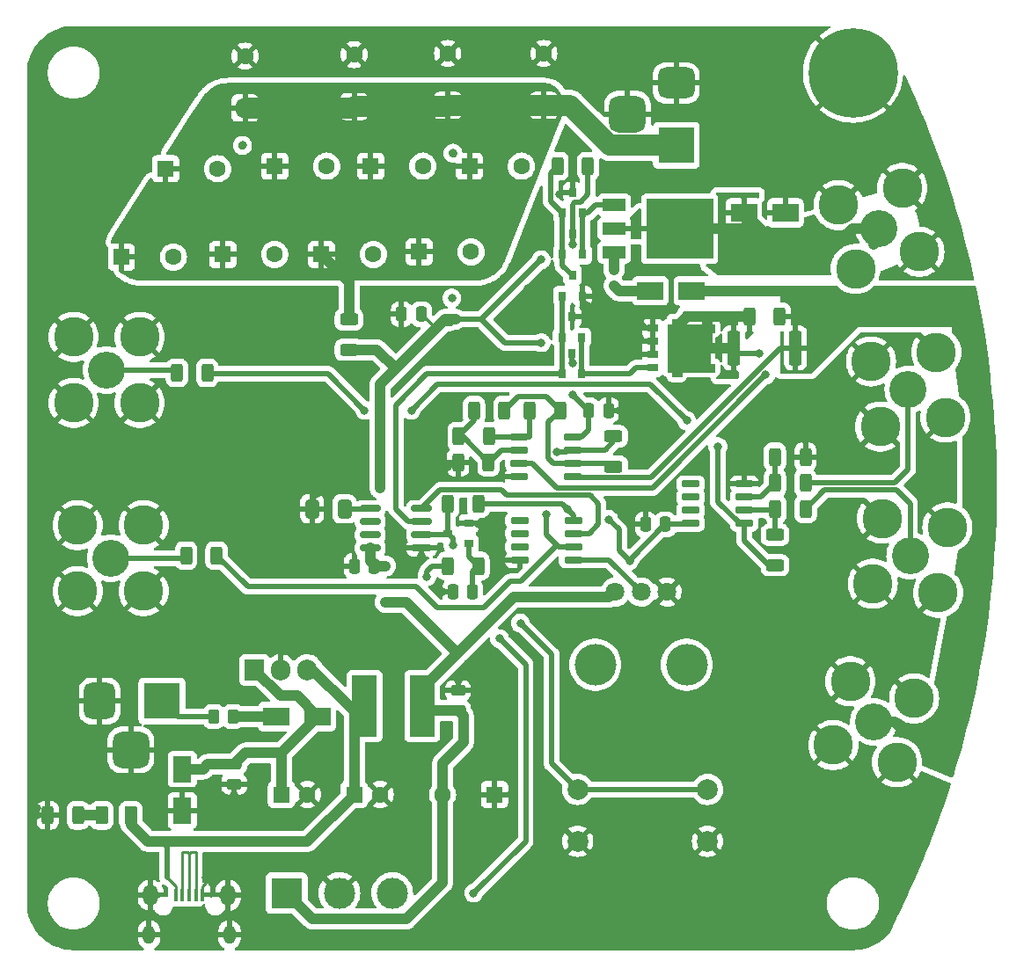
<source format=gbr>
%TF.GenerationSoftware,KiCad,Pcbnew,(6.0.0)*%
%TF.CreationDate,2022-01-09T16:55:07-05:00*%
%TF.ProjectId,Saturation_Tester,53617475-7261-4746-996f-6e5f54657374,rev?*%
%TF.SameCoordinates,Original*%
%TF.FileFunction,Copper,L1,Top*%
%TF.FilePolarity,Positive*%
%FSLAX46Y46*%
G04 Gerber Fmt 4.6, Leading zero omitted, Abs format (unit mm)*
G04 Created by KiCad (PCBNEW (6.0.0)) date 2022-01-09 16:55:07*
%MOMM*%
%LPD*%
G01*
G04 APERTURE LIST*
G04 Aperture macros list*
%AMRoundRect*
0 Rectangle with rounded corners*
0 $1 Rounding radius*
0 $2 $3 $4 $5 $6 $7 $8 $9 X,Y pos of 4 corners*
0 Add a 4 corners polygon primitive as box body*
4,1,4,$2,$3,$4,$5,$6,$7,$8,$9,$2,$3,0*
0 Add four circle primitives for the rounded corners*
1,1,$1+$1,$2,$3*
1,1,$1+$1,$4,$5*
1,1,$1+$1,$6,$7*
1,1,$1+$1,$8,$9*
0 Add four rect primitives between the rounded corners*
20,1,$1+$1,$2,$3,$4,$5,0*
20,1,$1+$1,$4,$5,$6,$7,0*
20,1,$1+$1,$6,$7,$8,$9,0*
20,1,$1+$1,$8,$9,$2,$3,0*%
G04 Aperture macros list end*
%TA.AperFunction,EtchedComponent*%
%ADD10C,0.010000*%
%TD*%
%TA.AperFunction,ComponentPad*%
%ADD11R,1.600000X1.600000*%
%TD*%
%TA.AperFunction,ComponentPad*%
%ADD12C,1.600000*%
%TD*%
%TA.AperFunction,ComponentPad*%
%ADD13C,3.556000*%
%TD*%
%TA.AperFunction,ComponentPad*%
%ADD14C,3.810000*%
%TD*%
%TA.AperFunction,SMDPad,CuDef*%
%ADD15RoundRect,0.249998X0.312502X0.625002X-0.312502X0.625002X-0.312502X-0.625002X0.312502X-0.625002X0*%
%TD*%
%TA.AperFunction,SMDPad,CuDef*%
%ADD16RoundRect,0.250000X-0.475000X0.250000X-0.475000X-0.250000X0.475000X-0.250000X0.475000X0.250000X0*%
%TD*%
%TA.AperFunction,SMDPad,CuDef*%
%ADD17R,2.500000X1.800000*%
%TD*%
%TA.AperFunction,SMDPad,CuDef*%
%ADD18R,1.800000X2.500000*%
%TD*%
%TA.AperFunction,SMDPad,CuDef*%
%ADD19RoundRect,0.249998X0.262502X0.450002X-0.262502X0.450002X-0.262502X-0.450002X0.262502X-0.450002X0*%
%TD*%
%TA.AperFunction,ComponentPad*%
%ADD20R,3.500000X3.500000*%
%TD*%
%TA.AperFunction,ComponentPad*%
%ADD21RoundRect,0.750000X-0.750000X-1.000000X0.750000X-1.000000X0.750000X1.000000X-0.750000X1.000000X0*%
%TD*%
%TA.AperFunction,ComponentPad*%
%ADD22RoundRect,0.875000X-0.875000X-0.875000X0.875000X-0.875000X0.875000X0.875000X-0.875000X0.875000X0*%
%TD*%
%TA.AperFunction,SMDPad,CuDef*%
%ADD23R,0.450000X1.300000*%
%TD*%
%TA.AperFunction,ComponentPad*%
%ADD24O,1.450000X2.000000*%
%TD*%
%TA.AperFunction,ComponentPad*%
%ADD25O,1.150000X1.800000*%
%TD*%
%TA.AperFunction,SMDPad,CuDef*%
%ADD26RoundRect,0.250000X-0.375000X-0.625000X0.375000X-0.625000X0.375000X0.625000X-0.375000X0.625000X0*%
%TD*%
%TA.AperFunction,ComponentPad*%
%ADD27R,1.905000X2.000000*%
%TD*%
%TA.AperFunction,ComponentPad*%
%ADD28O,1.905000X2.000000*%
%TD*%
%TA.AperFunction,ComponentPad*%
%ADD29C,8.600000*%
%TD*%
%TA.AperFunction,SMDPad,CuDef*%
%ADD30RoundRect,0.249999X-0.312501X-0.625001X0.312501X-0.625001X0.312501X0.625001X-0.312501X0.625001X0*%
%TD*%
%TA.AperFunction,ComponentPad*%
%ADD31R,3.000000X3.000000*%
%TD*%
%TA.AperFunction,ComponentPad*%
%ADD32C,3.000000*%
%TD*%
%TA.AperFunction,SMDPad,CuDef*%
%ADD33RoundRect,0.250000X0.475000X-0.250000X0.475000X0.250000X-0.475000X0.250000X-0.475000X-0.250000X0*%
%TD*%
%TA.AperFunction,SMDPad,CuDef*%
%ADD34R,2.450000X5.900000*%
%TD*%
%TA.AperFunction,ComponentPad*%
%ADD35RoundRect,0.750000X-1.000000X0.750000X-1.000000X-0.750000X1.000000X-0.750000X1.000000X0.750000X0*%
%TD*%
%TA.AperFunction,ComponentPad*%
%ADD36RoundRect,0.875000X-0.875000X0.875000X-0.875000X-0.875000X0.875000X-0.875000X0.875000X0.875000X0*%
%TD*%
%TA.AperFunction,SMDPad,CuDef*%
%ADD37R,1.000000X0.750000*%
%TD*%
%TA.AperFunction,SMDPad,CuDef*%
%ADD38R,0.500000X0.500000*%
%TD*%
%TA.AperFunction,SMDPad,CuDef*%
%ADD39RoundRect,0.250000X0.312500X0.625000X-0.312500X0.625000X-0.312500X-0.625000X0.312500X-0.625000X0*%
%TD*%
%TA.AperFunction,SMDPad,CuDef*%
%ADD40RoundRect,0.250000X0.362500X1.425000X-0.362500X1.425000X-0.362500X-1.425000X0.362500X-1.425000X0*%
%TD*%
%TA.AperFunction,SMDPad,CuDef*%
%ADD41R,2.200000X1.200000*%
%TD*%
%TA.AperFunction,SMDPad,CuDef*%
%ADD42R,6.400000X5.800000*%
%TD*%
%TA.AperFunction,SMDPad,CuDef*%
%ADD43R,0.900000X0.800000*%
%TD*%
%TA.AperFunction,SMDPad,CuDef*%
%ADD44R,0.800000X0.900000*%
%TD*%
%TA.AperFunction,SMDPad,CuDef*%
%ADD45RoundRect,0.250000X0.625000X-0.312500X0.625000X0.312500X-0.625000X0.312500X-0.625000X-0.312500X0*%
%TD*%
%TA.AperFunction,SMDPad,CuDef*%
%ADD46RoundRect,0.250000X-0.312500X-0.625000X0.312500X-0.625000X0.312500X0.625000X-0.312500X0.625000X0*%
%TD*%
%TA.AperFunction,SMDPad,CuDef*%
%ADD47RoundRect,0.250000X-0.250000X-0.475000X0.250000X-0.475000X0.250000X0.475000X-0.250000X0.475000X0*%
%TD*%
%TA.AperFunction,SMDPad,CuDef*%
%ADD48RoundRect,0.250000X0.250000X0.475000X-0.250000X0.475000X-0.250000X-0.475000X0.250000X-0.475000X0*%
%TD*%
%TA.AperFunction,SMDPad,CuDef*%
%ADD49RoundRect,0.250000X-0.625000X0.312500X-0.625000X-0.312500X0.625000X-0.312500X0.625000X0.312500X0*%
%TD*%
%TA.AperFunction,SMDPad,CuDef*%
%ADD50RoundRect,0.150000X-0.725000X-0.150000X0.725000X-0.150000X0.725000X0.150000X-0.725000X0.150000X0*%
%TD*%
%TA.AperFunction,SMDPad,CuDef*%
%ADD51RoundRect,0.150000X0.825000X0.150000X-0.825000X0.150000X-0.825000X-0.150000X0.825000X-0.150000X0*%
%TD*%
%TA.AperFunction,WasherPad*%
%ADD52C,4.000000*%
%TD*%
%TA.AperFunction,ComponentPad*%
%ADD53C,1.800000*%
%TD*%
%TA.AperFunction,SMDPad,CuDef*%
%ADD54RoundRect,0.150000X0.725000X0.150000X-0.725000X0.150000X-0.725000X-0.150000X0.725000X-0.150000X0*%
%TD*%
%TA.AperFunction,ComponentPad*%
%ADD55C,2.000000*%
%TD*%
%TA.AperFunction,SMDPad,CuDef*%
%ADD56RoundRect,0.250000X0.412500X0.650000X-0.412500X0.650000X-0.412500X-0.650000X0.412500X-0.650000X0*%
%TD*%
%TA.AperFunction,ViaPad*%
%ADD57C,0.800000*%
%TD*%
%TA.AperFunction,Conductor*%
%ADD58C,1.000000*%
%TD*%
%TA.AperFunction,Conductor*%
%ADD59C,0.250000*%
%TD*%
%TA.AperFunction,Conductor*%
%ADD60C,0.500000*%
%TD*%
%TA.AperFunction,Conductor*%
%ADD61C,2.000000*%
%TD*%
G04 APERTURE END LIST*
D10*
%TO.C,Q1*%
X132170000Y-86280000D02*
X132170000Y-81720000D01*
X132170000Y-81720000D02*
X132595000Y-81720000D01*
X132595000Y-81720000D02*
X132595000Y-81225000D01*
X132595000Y-81225000D02*
X133500000Y-81225000D01*
X133500000Y-81225000D02*
X133500000Y-81720000D01*
X133500000Y-81720000D02*
X136700000Y-81720000D01*
X136700000Y-81720000D02*
X136700000Y-82470000D01*
X136700000Y-82470000D02*
X136225000Y-82470000D01*
X136225000Y-82470000D02*
X136225000Y-85530000D01*
X136225000Y-85530000D02*
X136700000Y-85530000D01*
X136700000Y-85530000D02*
X136700000Y-86280000D01*
X136700000Y-86280000D02*
X133500000Y-86280000D01*
X133500000Y-86280000D02*
X133500000Y-86775000D01*
X133500000Y-86775000D02*
X132595000Y-86775000D01*
X132595000Y-86775000D02*
X132595000Y-86280000D01*
X132595000Y-86280000D02*
X132170000Y-86280000D01*
G36*
X133500000Y-81720000D02*
G01*
X136700000Y-81720000D01*
X136700000Y-82470000D01*
X136225000Y-82470000D01*
X136225000Y-85530000D01*
X136700000Y-85530000D01*
X136700000Y-86280000D01*
X133500000Y-86280000D01*
X133500000Y-86775000D01*
X132595000Y-86775000D01*
X132595000Y-86280000D01*
X132170000Y-86280000D01*
X132170000Y-81720000D01*
X132595000Y-81720000D01*
X132595000Y-81225000D01*
X133500000Y-81225000D01*
X133500000Y-81720000D01*
G37*
X133500000Y-81720000D02*
X136700000Y-81720000D01*
X136700000Y-82470000D01*
X136225000Y-82470000D01*
X136225000Y-85530000D01*
X136700000Y-85530000D01*
X136700000Y-86280000D01*
X133500000Y-86280000D01*
X133500000Y-86775000D01*
X132595000Y-86775000D01*
X132595000Y-86280000D01*
X132170000Y-86280000D01*
X132170000Y-81720000D01*
X132595000Y-81720000D01*
X132595000Y-81225000D01*
X133500000Y-81225000D01*
X133500000Y-81720000D01*
%TD*%
D11*
%TO.P,C24,1*%
%TO.N,AltPower*%
X89347349Y-75000000D03*
D12*
%TO.P,C24,2*%
%TO.N,GND*%
X94347349Y-75000000D03*
%TD*%
D11*
%TO.P,C23,1*%
%TO.N,AltPower*%
X83847349Y-66750000D03*
D12*
%TO.P,C23,2*%
%TO.N,GND*%
X88847349Y-66750000D03*
%TD*%
D11*
%TO.P,C22,1*%
%TO.N,AltPower*%
X94347349Y-66500000D03*
D12*
%TO.P,C22,2*%
%TO.N,GND*%
X99347349Y-66500000D03*
%TD*%
D11*
%TO.P,C21,1*%
%TO.N,AltPower*%
X103597349Y-66500000D03*
D12*
%TO.P,C21,2*%
%TO.N,GND*%
X108597349Y-66500000D03*
%TD*%
D11*
%TO.P,C20,1*%
%TO.N,AltPower*%
X98847349Y-75000000D03*
D12*
%TO.P,C20,2*%
%TO.N,GND*%
X103847349Y-75000000D03*
%TD*%
%TO.P,C19,2*%
%TO.N,GND*%
X84597349Y-75250000D03*
D11*
%TO.P,C19,1*%
%TO.N,AltPower*%
X79597349Y-75250000D03*
%TD*%
%TO.P,C2,1*%
%TO.N,AltPower*%
X108250000Y-74750000D03*
D12*
%TO.P,C2,2*%
%TO.N,GND*%
X113250000Y-74750000D03*
%TD*%
D11*
%TO.P,C1,1*%
%TO.N,AltPower*%
X113097349Y-66500000D03*
D12*
%TO.P,C1,2*%
%TO.N,GND*%
X118097349Y-66500000D03*
%TD*%
D13*
%TO.P,J2,1,In*%
%TO.N,Net-(J2-Pad1)*%
X78175000Y-86125000D03*
D14*
%TO.P,J2,2,Ext*%
%TO.N,GND*%
X75000000Y-89300000D03*
X81350000Y-82950000D03*
X75000000Y-82950000D03*
X81350000Y-89300000D03*
%TD*%
D13*
%TO.P,J3,1,In*%
%TO.N,Net-(J3-Pad1)*%
X78560362Y-104250000D03*
D14*
%TO.P,J3,2,Ext*%
%TO.N,GND*%
X81735362Y-107425000D03*
X75385362Y-107425000D03*
X81735362Y-101075000D03*
X75385362Y-101075000D03*
%TD*%
D15*
%TO.P,R6,1*%
%TO.N,Net-(R18-Pad2)*%
X87862500Y-86400000D03*
%TO.P,R6,2*%
%TO.N,Net-(J2-Pad1)*%
X84937500Y-86400000D03*
%TD*%
D13*
%TO.P,J5,1,In*%
%TO.N,Net-(J5-Pad1)*%
X155500000Y-104000000D03*
D14*
%TO.P,J5,2,Ext*%
%TO.N,GND*%
X158202227Y-107585976D03*
X151914024Y-106702227D03*
X159085976Y-101297773D03*
X152797773Y-100414024D03*
%TD*%
D13*
%TO.P,J4,1,In*%
%TO.N,Net-(J4-Pad1)*%
X155325000Y-88000000D03*
D14*
%TO.P,J4,2,Ext*%
%TO.N,GND*%
X158027227Y-84414024D03*
X152622773Y-91585976D03*
X158910976Y-90702227D03*
X151739024Y-85297773D03*
%TD*%
D11*
%TO.P,C4,1*%
%TO.N,Net-(C4-Pad1)*%
X95000000Y-127000000D03*
D12*
%TO.P,C4,2*%
%TO.N,GND*%
X97500000Y-127000000D03*
%TD*%
D16*
%TO.P,C5,1*%
%TO.N,Net-(C4-Pad1)*%
X90450000Y-124100000D03*
%TO.P,C5,2*%
%TO.N,GND*%
X90450000Y-126000000D03*
%TD*%
D17*
%TO.P,D1,1,K*%
%TO.N,Net-(C4-Pad1)*%
X98500000Y-119500000D03*
%TO.P,D1,2,A*%
%TO.N,Net-(D1-Pad2)*%
X94500000Y-119500000D03*
%TD*%
D18*
%TO.P,D2,1,A1*%
%TO.N,Net-(C4-Pad1)*%
X85450000Y-124550000D03*
%TO.P,D2,2,A2*%
%TO.N,GND*%
X85450000Y-128550000D03*
%TD*%
D19*
%TO.P,FB1,1*%
%TO.N,Net-(D1-Pad2)*%
X90325000Y-119500000D03*
%TO.P,FB1,2*%
%TO.N,Net-(FB1-Pad2)*%
X88500000Y-119500000D03*
%TD*%
D20*
%TO.P,J8,1*%
%TO.N,Net-(FB1-Pad2)*%
X83500000Y-118000000D03*
D21*
%TO.P,J8,2*%
%TO.N,GND*%
X77500000Y-118000000D03*
D22*
%TO.P,J8,3*%
X80500000Y-122700000D03*
%TD*%
D23*
%TO.P,J9,1,VBUS*%
%TO.N,+5V*%
X84825000Y-136650000D03*
%TO.P,J9,2,D-*%
%TO.N,Net-(J9-Pad2)*%
X85475000Y-136650000D03*
%TO.P,J9,3,D+*%
X86125000Y-136650000D03*
%TO.P,J9,4,ID*%
X86775000Y-136650000D03*
%TO.P,J9,5,GND*%
%TO.N,GND*%
X87425000Y-136650000D03*
D24*
%TO.P,J9,6,Shield*%
X82400000Y-136700000D03*
D25*
X82250000Y-140500000D03*
X90000000Y-140500000D03*
D24*
X89850000Y-136700000D03*
%TD*%
D11*
%TO.P,C6,1*%
%TO.N,+5V*%
X102000000Y-127000000D03*
D12*
%TO.P,C6,2*%
%TO.N,GND*%
X104500000Y-127000000D03*
%TD*%
D26*
%TO.P,D3,1,K*%
%TO.N,Net-(D3-Pad1)*%
X77700000Y-129000000D03*
%TO.P,D3,2,A*%
%TO.N,+5V*%
X80500000Y-129000000D03*
%TD*%
D15*
%TO.P,R13,1*%
%TO.N,Net-(D3-Pad1)*%
X75425000Y-129000000D03*
%TO.P,R13,2*%
%TO.N,GND*%
X72500000Y-129000000D03*
%TD*%
D27*
%TO.P,U5,1,IN*%
%TO.N,Net-(C4-Pad1)*%
X92420000Y-115000000D03*
D28*
%TO.P,U5,2,GND*%
%TO.N,GND*%
X94960000Y-115000000D03*
%TO.P,U5,3,OUT*%
%TO.N,+5V*%
X97500000Y-115000000D03*
%TD*%
D11*
%TO.P,C9,1*%
%TO.N,GND*%
X115500000Y-127000000D03*
D12*
%TO.P,C9,2*%
%TO.N,+5VP*%
X110500000Y-127000000D03*
%TD*%
D29*
%TO.P,H1,1,1*%
%TO.N,GND*%
X150000000Y-57500000D03*
%TD*%
D30*
%TO.P,R11,1*%
%TO.N,RShunt-*%
X140037500Y-81000000D03*
%TO.P,R11,2*%
%TO.N,RShunt+*%
X142962500Y-81000000D03*
%TD*%
D31*
%TO.P,J11,1,Pin_1*%
%TO.N,+5VP*%
X95500000Y-136500000D03*
D32*
%TO.P,J11,2,Pin_2*%
%TO.N,GND*%
X100580000Y-136500000D03*
%TO.P,J11,3,Pin_3*%
%TO.N,InputLogic*%
X105660000Y-136500000D03*
%TD*%
D33*
%TO.P,C10,1*%
%TO.N,+5VP*%
X112000000Y-118900000D03*
%TO.P,C10,2*%
%TO.N,GND*%
X112000000Y-117000000D03*
%TD*%
D34*
%TO.P,L1,1,1*%
%TO.N,+5VP*%
X108550000Y-118500000D03*
%TO.P,L1,2,2*%
%TO.N,+5V*%
X103000000Y-118500000D03*
%TD*%
D20*
%TO.P,J6,1*%
%TO.N,AltPower*%
X133000000Y-64500000D03*
D35*
%TO.P,J6,2*%
%TO.N,GND*%
X133000000Y-58500000D03*
D36*
%TO.P,J6,3*%
X128300000Y-61500000D03*
%TD*%
D13*
%TO.P,J10,1,In*%
%TO.N,IOut*%
X152500000Y-72500000D03*
D14*
%TO.P,J10,2,Ext*%
%TO.N,GND*%
X148611435Y-70254936D03*
X150254936Y-76388565D03*
X154745064Y-68611435D03*
X156388565Y-74745064D03*
%TD*%
D37*
%TO.P,Q1,1,S*%
%TO.N,GND*%
X130705000Y-82095000D03*
%TO.P,Q1,2,S*%
X130705000Y-83365000D03*
%TO.P,Q1,3,S*%
X130705000Y-84635000D03*
%TO.P,Q1,4,G*%
%TO.N,NMOS_Gate*%
X130705000Y-85905000D03*
D38*
%TO.P,Q1,5,D*%
%TO.N,RShunt-*%
X133500000Y-84000000D03*
%TD*%
D39*
%TO.P,R22,1*%
%TO.N,Net-(R22-Pad1)*%
X88750000Y-104000000D03*
%TO.P,R22,2*%
%TO.N,Net-(J3-Pad1)*%
X85825000Y-104000000D03*
%TD*%
D40*
%TO.P,R24,1*%
%TO.N,RShunt+*%
X144462500Y-84000000D03*
%TO.P,R24,2*%
%TO.N,RShunt-*%
X138537500Y-84000000D03*
%TD*%
D41*
%TO.P,Q2,1,G*%
%TO.N,PMOS_Gate*%
X127025000Y-70245000D03*
%TO.P,Q2,2,D*%
%TO.N,IOut*%
X127025000Y-72525000D03*
%TO.P,Q2,3,S*%
%TO.N,AltPower*%
X127025000Y-74805000D03*
D42*
%TO.P,Q2,4,D*%
%TO.N,IOut*%
X133325000Y-72525000D03*
%TD*%
D43*
%TO.P,Q3,1,B*%
%TO.N,Net-(C7-Pad1)*%
X113025000Y-102815000D03*
%TO.P,Q3,2,E*%
%TO.N,GND*%
X113025000Y-100915000D03*
%TO.P,Q3,3,C*%
%TO.N,Net-(Q3-Pad3)*%
X111025000Y-101865000D03*
%TD*%
D44*
%TO.P,Q4,1,B*%
%TO.N,TurnOn*%
X122000000Y-86500000D03*
%TO.P,Q4,2,E*%
%TO.N,NMOS_Gate*%
X123900000Y-86500000D03*
%TO.P,Q4,3,C*%
%TO.N,+5VP*%
X122950000Y-84500000D03*
%TD*%
%TO.P,Q5,1,B*%
%TO.N,TurnOn*%
X122000000Y-83000000D03*
%TO.P,Q5,2,E*%
%TO.N,NMOS_Gate*%
X123900000Y-83000000D03*
%TO.P,Q5,3,C*%
%TO.N,GND*%
X122950000Y-81000000D03*
%TD*%
%TO.P,Q6,1,B*%
%TO.N,TurnOn*%
X122050000Y-79000000D03*
%TO.P,Q6,2,E*%
%TO.N,GND*%
X123950000Y-79000000D03*
%TO.P,Q6,3,C*%
%TO.N,Net-(Q6-Pad3)*%
X123000000Y-77000000D03*
%TD*%
%TO.P,Q7,1,B*%
%TO.N,Net-(Q6-Pad3)*%
X122050000Y-75000000D03*
%TO.P,Q7,2,E*%
%TO.N,PMOS_Gate*%
X123950000Y-75000000D03*
%TO.P,Q7,3,C*%
%TO.N,+5VP*%
X123000000Y-73000000D03*
%TD*%
%TO.P,Q8,1,B*%
%TO.N,Net-(Q6-Pad3)*%
X122050000Y-71000000D03*
%TO.P,Q8,2,E*%
%TO.N,PMOS_Gate*%
X123950000Y-71000000D03*
%TO.P,Q8,3,C*%
%TO.N,GND*%
X123000000Y-69000000D03*
%TD*%
D45*
%TO.P,R5,1*%
%TO.N,Net-(R5-Pad1)*%
X126962500Y-95425000D03*
%TO.P,R5,2*%
%TO.N,Net-(R22-Pad1)*%
X126962500Y-92500000D03*
%TD*%
D46*
%TO.P,R7,1*%
%TO.N,Net-(R7-Pad1)*%
X118880000Y-90000000D03*
%TO.P,R7,2*%
%TO.N,Net-(R5-Pad1)*%
X121805000Y-90000000D03*
%TD*%
%TO.P,R9,1*%
%TO.N,Net-(R12-Pad2)*%
X112037500Y-92500000D03*
%TO.P,R9,2*%
%TO.N,Net-(R7-Pad1)*%
X114962500Y-92500000D03*
%TD*%
%TO.P,R12,1*%
%TO.N,GND*%
X112000000Y-95000000D03*
%TO.P,R12,2*%
%TO.N,Net-(R12-Pad2)*%
X114925000Y-95000000D03*
%TD*%
D47*
%TO.P,C8,1*%
%TO.N,+5VP*%
X124562500Y-90000000D03*
%TO.P,C8,2*%
%TO.N,GND*%
X126462500Y-90000000D03*
%TD*%
D48*
%TO.P,C11,2*%
%TO.N,GND*%
X106550000Y-80750000D03*
%TO.P,C11,1*%
%TO.N,+5VP*%
X108450000Y-80750000D03*
%TD*%
D49*
%TO.P,R18,1*%
%TO.N,Net-(R18-Pad1)*%
X142500000Y-102000000D03*
%TO.P,R18,2*%
%TO.N,Net-(R18-Pad2)*%
X142500000Y-104925000D03*
%TD*%
D46*
%TO.P,R19,1*%
%TO.N,Net-(R19-Pad1)*%
X142500000Y-94500000D03*
%TO.P,R19,2*%
%TO.N,GND*%
X145425000Y-94500000D03*
%TD*%
D39*
%TO.P,R21,1*%
%TO.N,Net-(J4-Pad1)*%
X145425000Y-97000000D03*
%TO.P,R21,2*%
%TO.N,Net-(R19-Pad1)*%
X142500000Y-97000000D03*
%TD*%
%TO.P,R20,1*%
%TO.N,Net-(J5-Pad1)*%
X145462500Y-99500000D03*
%TO.P,R20,2*%
%TO.N,Net-(R18-Pad1)*%
X142537500Y-99500000D03*
%TD*%
D50*
%TO.P,U3,1*%
%TO.N,N/C*%
X117925000Y-100595000D03*
%TO.P,U3,2*%
X117925000Y-101865000D03*
%TO.P,U3,3*%
X117925000Y-103135000D03*
%TO.P,U3,4,V-*%
%TO.N,GND*%
X117925000Y-104405000D03*
%TO.P,U3,5,+*%
%TO.N,Net-(RV1-Pad2)*%
X123075000Y-104405000D03*
%TO.P,U3,6,-*%
%TO.N,Net-(R22-Pad1)*%
X123075000Y-103135000D03*
%TO.P,U3,7*%
%TO.N,I_Lim_Comp*%
X123075000Y-101865000D03*
%TO.P,U3,8,V+*%
%TO.N,+5VP*%
X123075000Y-100595000D03*
%TD*%
D48*
%TO.P,C13,1*%
%TO.N,+5VP*%
X103900000Y-105000000D03*
%TO.P,C13,2*%
%TO.N,GND*%
X102000000Y-105000000D03*
%TD*%
D13*
%TO.P,J7,1,In*%
%TO.N,RShunt+*%
X152000000Y-120000000D03*
D14*
%TO.P,J7,2,Ext*%
%TO.N,GND*%
X148111435Y-122245064D03*
X155888565Y-117754936D03*
X154245064Y-123888565D03*
X149754936Y-116111435D03*
%TD*%
D51*
%TO.P,U6,1,GND*%
%TO.N,GND*%
X108500000Y-103270000D03*
%TO.P,U6,2,TR*%
%TO.N,Net-(Q3-Pad3)*%
X108500000Y-102000000D03*
%TO.P,U6,3,Q*%
%TO.N,TurnOn*%
X108500000Y-100730000D03*
%TO.P,U6,4,R*%
%TO.N,I_Lim_Comp*%
X108500000Y-99460000D03*
%TO.P,U6,5,CV*%
%TO.N,Net-(C15-Pad1)*%
X103550000Y-99460000D03*
%TO.P,U6,6,THR*%
%TO.N,unconnected-(U6-Pad6)*%
X103550000Y-100730000D03*
%TO.P,U6,7,DIS*%
%TO.N,unconnected-(U6-Pad7)*%
X103550000Y-102000000D03*
%TO.P,U6,8,VCC*%
%TO.N,+5VP*%
X103550000Y-103270000D03*
%TD*%
D48*
%TO.P,C7,1*%
%TO.N,Net-(C7-Pad1)*%
X113400000Y-107500000D03*
%TO.P,C7,2*%
%TO.N,GND*%
X111500000Y-107500000D03*
%TD*%
D17*
%TO.P,D4,1,K*%
%TO.N,AltPower*%
X130500000Y-78500000D03*
%TO.P,D4,2,A*%
%TO.N,RShunt+*%
X134500000Y-78500000D03*
%TD*%
%TO.P,D5,1,K*%
%TO.N,IOut*%
X139500000Y-71000000D03*
%TO.P,D5,2,A*%
%TO.N,GND*%
X143500000Y-71000000D03*
%TD*%
D39*
%TO.P,R15,1*%
%TO.N,Net-(C7-Pad1)*%
X113962500Y-105000000D03*
%TO.P,R15,2*%
%TO.N,InputLogic*%
X111037500Y-105000000D03*
%TD*%
D46*
%TO.P,R16,1*%
%TO.N,Net-(Q3-Pad3)*%
X111037500Y-99000000D03*
%TO.P,R16,2*%
%TO.N,+5VP*%
X113962500Y-99000000D03*
%TD*%
%TO.P,R17,1*%
%TO.N,Net-(Q6-Pad3)*%
X121575000Y-66500000D03*
%TO.P,R17,2*%
%TO.N,+5VP*%
X124500000Y-66500000D03*
%TD*%
D52*
%TO.P,RV1,*%
%TO.N,*%
X134000000Y-114500000D03*
X125200000Y-114500000D03*
D53*
%TO.P,RV1,1,1*%
%TO.N,+5VP*%
X127100000Y-107500000D03*
%TO.P,RV1,2,2*%
%TO.N,Net-(RV1-Pad2)*%
X129600000Y-107500000D03*
%TO.P,RV1,3,3*%
%TO.N,GND*%
X132100000Y-107500000D03*
%TD*%
D50*
%TO.P,U4,1*%
%TO.N,Net-(R7-Pad1)*%
X117887500Y-92595000D03*
%TO.P,U4,2,-*%
%TO.N,Net-(R12-Pad2)*%
X117887500Y-93865000D03*
%TO.P,U4,3,+*%
%TO.N,RShunt-*%
X117887500Y-95135000D03*
%TO.P,U4,4,V-*%
%TO.N,GND*%
X117887500Y-96405000D03*
%TO.P,U4,5,+*%
%TO.N,RShunt+*%
X123037500Y-96405000D03*
%TO.P,U4,6,-*%
%TO.N,Net-(R5-Pad1)*%
X123037500Y-95135000D03*
%TO.P,U4,7*%
%TO.N,Net-(R22-Pad1)*%
X123037500Y-93865000D03*
%TO.P,U4,8,V+*%
%TO.N,+5VP*%
X123037500Y-92595000D03*
%TD*%
D54*
%TO.P,U2,1*%
%TO.N,Net-(R18-Pad2)*%
X139537500Y-100905000D03*
%TO.P,U2,2,-*%
%TO.N,Net-(R18-Pad1)*%
X139537500Y-99635000D03*
%TO.P,U2,3,+*%
%TO.N,Net-(R19-Pad1)*%
X139537500Y-98365000D03*
%TO.P,U2,4,V-*%
%TO.N,GND*%
X139537500Y-97095000D03*
%TO.P,U2,5*%
%TO.N,N/C*%
X134387500Y-97095000D03*
%TO.P,U2,6*%
X134387500Y-98365000D03*
%TO.P,U2,7*%
X134387500Y-99635000D03*
%TO.P,U2,8,V+*%
%TO.N,+5VP*%
X134387500Y-100905000D03*
%TD*%
D46*
%TO.P,R8,1*%
%TO.N,Net-(R12-Pad2)*%
X113537500Y-90000000D03*
%TO.P,R8,2*%
%TO.N,Net-(R5-Pad1)*%
X116462500Y-90000000D03*
%TD*%
D48*
%TO.P,C12,1*%
%TO.N,+5VP*%
X131950000Y-101000000D03*
%TO.P,C12,2*%
%TO.N,GND*%
X130050000Y-101000000D03*
%TD*%
D11*
%TO.P,C17,1*%
%TO.N,AltPower*%
X102000000Y-60750000D03*
D12*
%TO.P,C17,2*%
%TO.N,GND*%
X102000000Y-55750000D03*
%TD*%
D45*
%TO.P,R23,2*%
%TO.N,AltPower*%
X101500000Y-81250000D03*
%TO.P,R23,1*%
%TO.N,+5VP*%
X101500000Y-84175000D03*
%TD*%
D11*
%TO.P,C16,1*%
%TO.N,AltPower*%
X120250000Y-60652651D03*
D12*
%TO.P,C16,2*%
%TO.N,GND*%
X120250000Y-55652651D03*
%TD*%
D11*
%TO.P,C18,1*%
%TO.N,AltPower*%
X111000000Y-60652651D03*
D12*
%TO.P,C18,2*%
%TO.N,GND*%
X111000000Y-55652651D03*
%TD*%
D55*
%TO.P,SW1,1,1*%
%TO.N,Net-(Q3-Pad3)*%
X136000000Y-126500000D03*
%TO.P,SW1,2,2*%
X123500000Y-126500000D03*
%TO.P,SW1,3,K*%
%TO.N,GND*%
X136000000Y-131500000D03*
%TO.P,SW1,4,A*%
X123500000Y-131500000D03*
%TD*%
D56*
%TO.P,C15,1*%
%TO.N,Net-(C15-Pad1)*%
X101062500Y-99500000D03*
%TO.P,C15,2*%
%TO.N,GND*%
X97937500Y-99500000D03*
%TD*%
D11*
%TO.P,C14,1*%
%TO.N,AltPower*%
X91500000Y-60902651D03*
D12*
%TO.P,C14,2*%
%TO.N,GND*%
X91500000Y-55902651D03*
%TD*%
D57*
%TO.N,GND*%
X93000000Y-109000000D03*
X102750000Y-108750000D03*
X100250000Y-105000000D03*
X93500000Y-104750000D03*
X107000000Y-105250000D03*
X82500000Y-61500000D03*
X82500000Y-58500000D03*
X78750000Y-65000000D03*
X112000000Y-116000000D03*
X105750000Y-116000000D03*
X105750000Y-121000000D03*
X94250000Y-85000000D03*
X85000000Y-84250000D03*
X90250000Y-85000000D03*
X71500000Y-62250000D03*
X71500000Y-64790000D03*
X71500000Y-67330000D03*
X71500000Y-69870000D03*
X71500000Y-72410000D03*
X71500000Y-74950000D03*
X71500000Y-77490000D03*
X71500000Y-80030000D03*
X71500000Y-82570000D03*
X71500000Y-85110000D03*
X71500000Y-87650000D03*
X71500000Y-90190000D03*
X71500000Y-92730000D03*
X71500000Y-95270000D03*
X71500000Y-97810000D03*
X71500000Y-100350000D03*
X71500000Y-102890000D03*
X71500000Y-105430000D03*
X71500000Y-107970000D03*
X71500000Y-110510000D03*
X71500000Y-113050000D03*
X71500000Y-115590000D03*
X71500000Y-118130000D03*
X71500000Y-120670000D03*
X71500000Y-123210000D03*
X71500000Y-125750000D03*
X71500000Y-128290000D03*
X71500000Y-130830000D03*
X71500000Y-133370000D03*
X71500000Y-135910000D03*
X104440000Y-53500000D03*
X81580000Y-53500000D03*
X89200000Y-53500000D03*
X91740000Y-53500000D03*
X106980000Y-53500000D03*
X101900000Y-53500000D03*
X84120000Y-53500000D03*
X99360000Y-53500000D03*
X109520000Y-53500000D03*
X112060000Y-53500000D03*
X86660000Y-53500000D03*
X96820000Y-53500000D03*
X79040000Y-53500000D03*
X94280000Y-53500000D03*
X121750000Y-69250000D03*
X114000000Y-115250000D03*
X107500000Y-132750000D03*
X107750000Y-126250000D03*
X147500000Y-108000000D03*
X98250000Y-83000000D03*
X111500000Y-65250000D03*
X91250000Y-64500000D03*
X155750000Y-62250000D03*
X159500000Y-73000000D03*
X160000000Y-76250000D03*
X157000000Y-94000000D03*
X157000000Y-99000000D03*
X157000000Y-111000000D03*
X156250000Y-114000000D03*
X157250000Y-127750000D03*
X124450000Y-53500000D03*
X93530000Y-141250000D03*
X116500000Y-121250000D03*
X102500000Y-85750000D03*
X134610000Y-53500000D03*
X87000000Y-101500000D03*
X71500000Y-129000000D03*
X122750000Y-106500000D03*
X142230000Y-53500000D03*
X124500000Y-80000000D03*
X130000000Y-95000000D03*
X126990000Y-53500000D03*
X130000000Y-89000000D03*
X115500000Y-104500000D03*
X88450000Y-141250000D03*
X111000000Y-95500000D03*
X101150000Y-141250000D03*
X88750000Y-88750000D03*
X107750000Y-113000000D03*
X98000000Y-89750000D03*
X132070000Y-53500000D03*
X129500000Y-83000000D03*
X132500000Y-92500000D03*
X97750000Y-104500000D03*
X90450000Y-127050000D03*
X139690000Y-53500000D03*
X114290000Y-53500000D03*
X121910000Y-53500000D03*
X110500000Y-107500000D03*
X119370000Y-53500000D03*
X129000000Y-84500000D03*
X109750000Y-85000000D03*
X87750000Y-135000000D03*
X129530000Y-53500000D03*
X116830000Y-53500000D03*
X114000000Y-101000000D03*
X80830000Y-141250000D03*
X111310000Y-141250000D03*
X144770000Y-53500000D03*
X108770000Y-141250000D03*
X118750000Y-78250000D03*
X78290000Y-141250000D03*
X118250000Y-85000000D03*
X127500000Y-90000000D03*
X92750000Y-88000000D03*
X117500000Y-81250000D03*
X87000000Y-106750000D03*
X135000000Y-89000000D03*
X108500000Y-104000000D03*
X84750000Y-88750000D03*
X98500000Y-98000000D03*
X98610000Y-141250000D03*
X85910000Y-141250000D03*
X138500000Y-92000000D03*
X103690000Y-141250000D03*
X96070000Y-141250000D03*
X106230000Y-141250000D03*
X137150000Y-53500000D03*
X135000000Y-95000000D03*
X129500000Y-81500000D03*
%TO.N,+5VP*%
X123000000Y-74000000D03*
X111749999Y-81250001D03*
X126500000Y-100500000D03*
X105000000Y-105000000D03*
X120000000Y-83500000D03*
X123000000Y-85500000D03*
X105000000Y-108500000D03*
X128500000Y-104500000D03*
X120000000Y-75500000D03*
X123000000Y-88500000D03*
X104500000Y-97500000D03*
X122500000Y-99500000D03*
%TO.N,*%
X111400000Y-79200000D03*
%TO.N,AltPower*%
X127000000Y-76500000D03*
X127000000Y-78000000D03*
%TO.N,Net-(R22-Pad1)*%
X120500000Y-100000000D03*
X121499989Y-94000000D03*
%TO.N,Net-(Q3-Pad3)*%
X118000000Y-110500000D03*
X111500000Y-103000000D03*
%TO.N,Net-(R18-Pad2)*%
X134000000Y-91000000D03*
X137000000Y-93500000D03*
X103000000Y-90000000D03*
X107500000Y-90000000D03*
%TO.N,RShunt-*%
X141600688Y-86600688D03*
X141000000Y-84500000D03*
%TO.N,InputLogic*%
X109000000Y-106000000D03*
X113500000Y-136500000D03*
X116000000Y-112000000D03*
%TO.N,RShunt+*%
X162000000Y-87500000D03*
X162500000Y-96500000D03*
X159000000Y-80000000D03*
X149500000Y-80500000D03*
X154500000Y-80000000D03*
X160000000Y-117500000D03*
X158500000Y-122000000D03*
X162500000Y-92000000D03*
X161000000Y-112500000D03*
X161500000Y-82500000D03*
X162000000Y-106000000D03*
X145000000Y-80000000D03*
X162500000Y-101000000D03*
X146500000Y-82500000D03*
X155000000Y-121000000D03*
%TD*%
D58*
%TO.N,AltPower*%
X101500000Y-77652651D02*
X98847349Y-75000000D01*
X101500000Y-81250000D02*
X101500000Y-77652651D01*
%TO.N,+5VP*%
X101500000Y-84175000D02*
X104175000Y-84175000D01*
X104175000Y-84175000D02*
X106000000Y-86000000D01*
X106000000Y-86000000D02*
X110749999Y-81250001D01*
X104500000Y-87500000D02*
X106000000Y-86000000D01*
D59*
X111250000Y-81750000D02*
X111749999Y-81250001D01*
X109450000Y-81750000D02*
X111250000Y-81750000D01*
X108450000Y-80750000D02*
X109450000Y-81750000D01*
D60*
%TO.N,GND*%
X97937500Y-99500000D02*
X97937500Y-98562500D01*
D59*
X87425000Y-136650000D02*
X89800000Y-136650000D01*
D60*
X129135000Y-84635000D02*
X129000000Y-84500000D01*
X130705000Y-84635000D02*
X129135000Y-84635000D01*
X129865000Y-83365000D02*
X129500000Y-83000000D01*
X113025000Y-100915000D02*
X113915000Y-100915000D01*
X123950000Y-79450000D02*
X124500000Y-80000000D01*
X97937500Y-98562500D02*
X98500000Y-98000000D01*
D59*
X87750000Y-135500000D02*
X87750000Y-135000000D01*
D60*
X117925000Y-104405000D02*
X115595000Y-104405000D01*
X111500000Y-107500000D02*
X110500000Y-107500000D01*
X115595000Y-104405000D02*
X115500000Y-104500000D01*
X130095000Y-82095000D02*
X129500000Y-81500000D01*
X126462500Y-90000000D02*
X127500000Y-90000000D01*
X130705000Y-82095000D02*
X130095000Y-82095000D01*
D59*
X87425000Y-135825000D02*
X87750000Y-135500000D01*
D60*
X72500000Y-129000000D02*
X71500000Y-129000000D01*
X111500000Y-95000000D02*
X111000000Y-95500000D01*
X123950000Y-79000000D02*
X123950000Y-79450000D01*
D59*
X87425000Y-136650000D02*
X87425000Y-135825000D01*
D60*
X130705000Y-83365000D02*
X129865000Y-83365000D01*
D59*
X89800000Y-136650000D02*
X89850000Y-136700000D01*
D60*
X113915000Y-100915000D02*
X114000000Y-101000000D01*
X112000000Y-95000000D02*
X111500000Y-95000000D01*
X108500000Y-103270000D02*
X108500000Y-104000000D01*
%TO.N,Net-(J2-Pad1)*%
X84662500Y-86125000D02*
X84937500Y-86400000D01*
D59*
X84862500Y-86325000D02*
X84937500Y-86400000D01*
D60*
X78175000Y-86125000D02*
X84662500Y-86125000D01*
%TO.N,Net-(J3-Pad1)*%
X85575000Y-104250000D02*
X85825000Y-104000000D01*
X78560362Y-104250000D02*
X85575000Y-104250000D01*
%TO.N,Net-(J4-Pad1)*%
X154000000Y-97000000D02*
X145425000Y-97000000D01*
X155325000Y-95675000D02*
X154000000Y-97000000D01*
X155325000Y-88000000D02*
X155325000Y-95675000D01*
%TO.N,Net-(J5-Pad1)*%
X147262980Y-97699520D02*
X154199520Y-97699520D01*
X145462500Y-99500000D02*
X147262980Y-97699520D01*
X155500000Y-99000000D02*
X155500000Y-102500000D01*
X154199520Y-97699520D02*
X155500000Y-99000000D01*
%TO.N,Net-(R5-Pad1)*%
X120650489Y-94650489D02*
X121135000Y-95135000D01*
X126672500Y-95135000D02*
X123037500Y-95135000D01*
X120480480Y-88675480D02*
X121805000Y-90000000D01*
X126962500Y-95425000D02*
X126672500Y-95135000D01*
X116462500Y-90000000D02*
X117787020Y-88675480D01*
X121805000Y-90000000D02*
X120650489Y-91154511D01*
X120650489Y-91154511D02*
X120650489Y-94650489D01*
X121135000Y-95135000D02*
X123037500Y-95135000D01*
X117787020Y-88675480D02*
X120480480Y-88675480D01*
%TO.N,Net-(R7-Pad1)*%
X117887500Y-92595000D02*
X115057500Y-92595000D01*
X118880000Y-92595000D02*
X117887500Y-92595000D01*
X118880000Y-90000000D02*
X118880000Y-92595000D01*
X115057500Y-92595000D02*
X114962500Y-92500000D01*
D58*
%TO.N,Net-(C4-Pad1)*%
X94920000Y-117500000D02*
X96500000Y-117500000D01*
X87900000Y-124100000D02*
X90450000Y-124100000D01*
X91550000Y-123000000D02*
X90450000Y-124100000D01*
X85450000Y-124550000D02*
X87450000Y-124550000D01*
X95000000Y-127000000D02*
X95000000Y-123000000D01*
X95000000Y-123000000D02*
X98500000Y-119500000D01*
X95000000Y-123000000D02*
X91550000Y-123000000D01*
X92420000Y-115000000D02*
X94920000Y-117500000D01*
X87450000Y-124550000D02*
X87900000Y-124100000D01*
X96500000Y-117500000D02*
X98500000Y-119500000D01*
%TO.N,Net-(D1-Pad2)*%
X90325000Y-119500000D02*
X94500000Y-119500000D01*
D60*
%TO.N,Net-(FB1-Pad2)*%
X88500000Y-119500000D02*
X85000000Y-119500000D01*
X85000000Y-119500000D02*
X83500000Y-118000000D01*
D59*
%TO.N,Net-(J9-Pad2)*%
X85475000Y-132500000D02*
X85950000Y-132500000D01*
X85475000Y-136650000D02*
X85475000Y-132500000D01*
X85950000Y-132500000D02*
X86125000Y-132675000D01*
X86775000Y-132500000D02*
X86300000Y-132500000D01*
X86300000Y-132500000D02*
X86125000Y-132675000D01*
X86125000Y-132675000D02*
X86125000Y-136650000D01*
X86775000Y-136650000D02*
X86775000Y-132500000D01*
%TO.N,+5V*%
X84825000Y-135825000D02*
X84000000Y-135000000D01*
D58*
X98000000Y-115000000D02*
X101500000Y-118500000D01*
X102000000Y-119000000D02*
X101500000Y-118500000D01*
X83500000Y-131500000D02*
X97500000Y-131500000D01*
X80500000Y-129000000D02*
X80500000Y-129875000D01*
D59*
X84825000Y-136650000D02*
X84825000Y-135825000D01*
D58*
X97500000Y-115000000D02*
X98000000Y-115000000D01*
X80500000Y-129875000D02*
X82125000Y-131500000D01*
X82125000Y-131500000D02*
X83500000Y-131500000D01*
D60*
X84000000Y-135000000D02*
X84000000Y-132000000D01*
D58*
X97500000Y-131500000D02*
X102000000Y-127000000D01*
X101500000Y-118500000D02*
X103000000Y-118500000D01*
X102000000Y-127000000D02*
X102000000Y-119000000D01*
D60*
X84000000Y-132000000D02*
X83500000Y-131500000D01*
D58*
%TO.N,Net-(D3-Pad1)*%
X75425000Y-129000000D02*
X77700000Y-129000000D01*
%TO.N,+5VP*%
X108950000Y-118900000D02*
X112000000Y-118900000D01*
X108550000Y-118500000D02*
X108950000Y-118900000D01*
D60*
X123075000Y-100075000D02*
X122500000Y-99500000D01*
D58*
X98000000Y-139000000D02*
X107000000Y-139000000D01*
X103550000Y-104550000D02*
X104000000Y-105000000D01*
X108550000Y-118500000D02*
X108550000Y-116775000D01*
X111912500Y-113412500D02*
X117325000Y-108000000D01*
D60*
X122950000Y-84500000D02*
X122950000Y-85450000D01*
D58*
X110749999Y-81250001D02*
X111749999Y-81250001D01*
D60*
X128500000Y-104500000D02*
X127500000Y-103500000D01*
D58*
X105000000Y-105000000D02*
X104000000Y-105000000D01*
D60*
X116499998Y-83500000D02*
X114249999Y-81250001D01*
X131950000Y-101000000D02*
X134292500Y-101000000D01*
X124500000Y-69249022D02*
X123749022Y-70000000D01*
X123000000Y-88500000D02*
X123062500Y-88500000D01*
X123000000Y-73000000D02*
X123000000Y-74000000D01*
D58*
X112500000Y-122000000D02*
X112500000Y-119400000D01*
D60*
X127100000Y-107500000D02*
X127000000Y-107500000D01*
D58*
X104500000Y-97500000D02*
X104500000Y-87500000D01*
D60*
X124562500Y-91937500D02*
X123905000Y-92595000D01*
D58*
X108550000Y-116775000D02*
X111912500Y-113412500D01*
X112500000Y-119400000D02*
X112000000Y-118900000D01*
X107000000Y-139000000D02*
X110500000Y-135500000D01*
D60*
X114249999Y-81250001D02*
X111749999Y-81250001D01*
X120000000Y-75500000D02*
X114249999Y-81250001D01*
X128500000Y-104450000D02*
X131950000Y-101000000D01*
X123062500Y-88500000D02*
X124562500Y-90000000D01*
X120000000Y-83500000D02*
X116499998Y-83500000D01*
D58*
X103550000Y-103270000D02*
X103550000Y-104550000D01*
X107000000Y-108500000D02*
X105000000Y-108500000D01*
D60*
X127000000Y-107500000D02*
X126500000Y-108000000D01*
X127500000Y-101500000D02*
X126500000Y-100500000D01*
D58*
X95500000Y-136500000D02*
X98000000Y-139000000D01*
D60*
X124500000Y-66500000D02*
X124500000Y-69249022D01*
X123200978Y-70000000D02*
X123000000Y-70200978D01*
X127500000Y-103500000D02*
X127500000Y-101500000D01*
X123905000Y-92595000D02*
X123037500Y-92595000D01*
D58*
X110500000Y-124000000D02*
X112500000Y-122000000D01*
D60*
X122000000Y-99000000D02*
X122500000Y-99500000D01*
D58*
X117325000Y-108000000D02*
X126500000Y-108000000D01*
X110500000Y-135500000D02*
X110500000Y-127000000D01*
D60*
X128500000Y-104500000D02*
X128500000Y-104450000D01*
X123000000Y-70200978D02*
X123000000Y-73000000D01*
D58*
X111912500Y-113412500D02*
X107000000Y-108500000D01*
D60*
X124562500Y-90000000D02*
X124562500Y-91937500D01*
X123075000Y-100595000D02*
X123075000Y-100075000D01*
D58*
X110500000Y-127000000D02*
X110500000Y-124000000D01*
D60*
X123749022Y-70000000D02*
X123200978Y-70000000D01*
X134292500Y-101000000D02*
X134387500Y-100905000D01*
X122950000Y-85450000D02*
X123000000Y-85500000D01*
D58*
X104000000Y-105000000D02*
X103900000Y-105000000D01*
D60*
X113962500Y-99000000D02*
X122000000Y-99000000D01*
D58*
%TO.N,IOut*%
X152000000Y-74000000D02*
X153000000Y-73000000D01*
X148485529Y-74000000D02*
X142500000Y-74000000D01*
X141025000Y-72525000D02*
X133325000Y-72525000D01*
X133025000Y-72525000D02*
X133325000Y-72525000D01*
X149985529Y-72500000D02*
X148485529Y-74000000D01*
X142500000Y-74000000D02*
X139500000Y-71000000D01*
X142500000Y-74000000D02*
X141025000Y-72525000D01*
X152500000Y-72500000D02*
X149985529Y-72500000D01*
D61*
%TO.N,AltPower*%
X102000000Y-60750000D02*
X110902651Y-60750000D01*
X97597349Y-60902651D02*
X101847349Y-60902651D01*
X122768837Y-60652651D02*
X126616186Y-64500000D01*
X120250000Y-60652651D02*
X122768837Y-60652651D01*
D58*
X127025000Y-76475000D02*
X127000000Y-76500000D01*
X130500000Y-78500000D02*
X127500000Y-78500000D01*
D61*
X101847349Y-60902651D02*
X102000000Y-60750000D01*
X110902651Y-60750000D02*
X111000000Y-60652651D01*
D58*
X127025000Y-74805000D02*
X127025000Y-76475000D01*
D61*
X111000000Y-60652651D02*
X120250000Y-60652651D01*
D58*
X127500000Y-78500000D02*
X127000000Y-78000000D01*
D61*
X91500000Y-60902651D02*
X97597349Y-60902651D01*
X126616186Y-64500000D02*
X133000000Y-64500000D01*
D60*
X97500000Y-61000000D02*
X97597349Y-60902651D01*
%TO.N,Net-(R22-Pad1)*%
X110000000Y-109000000D02*
X114491088Y-109000000D01*
X120500000Y-100000000D02*
X120500000Y-102000000D01*
X122449651Y-94000000D02*
X122584651Y-93865000D01*
X88750000Y-104000000D02*
X91750000Y-107000000D01*
X108000000Y-107000000D02*
X110000000Y-109000000D01*
X122584651Y-93865000D02*
X123037500Y-93865000D01*
X120500000Y-102000000D02*
X121500000Y-103000000D01*
X121635000Y-103135000D02*
X123075000Y-103135000D01*
X116991088Y-106500000D02*
X118000000Y-106500000D01*
X114491088Y-109000000D02*
X116991088Y-106500000D01*
X126962500Y-93037500D02*
X126135000Y-93865000D01*
X121500000Y-103000000D02*
X121635000Y-103135000D01*
X126135000Y-93865000D02*
X123037500Y-93865000D01*
X121499989Y-94000000D02*
X122449651Y-94000000D01*
X118000000Y-106500000D02*
X121500000Y-103000000D01*
X91750000Y-107000000D02*
X108000000Y-107000000D01*
X126962500Y-92500000D02*
X126962500Y-93037500D01*
%TO.N,PMOS_Gate*%
X123950000Y-71000000D02*
X124500000Y-71000000D01*
X125255000Y-70245000D02*
X127025000Y-70245000D01*
X123950000Y-71000000D02*
X123950000Y-75000000D01*
X124500000Y-71000000D02*
X125255000Y-70245000D01*
%TO.N,Net-(Q3-Pad3)*%
X136000000Y-126500000D02*
X123500000Y-126500000D01*
X121000000Y-113500000D02*
X118000000Y-110500000D01*
X111500000Y-103000000D02*
X111500000Y-102340000D01*
X108500000Y-102000000D02*
X110890000Y-102000000D01*
X111037500Y-99000000D02*
X111037500Y-101852500D01*
X121000000Y-114000000D02*
X121000000Y-113500000D01*
X111037500Y-101852500D02*
X111025000Y-101865000D01*
X121000000Y-117000000D02*
X121000000Y-114000000D01*
X123500000Y-126500000D02*
X121000000Y-124000000D01*
X110890000Y-102000000D02*
X111025000Y-101865000D01*
X121000000Y-124000000D02*
X121000000Y-117000000D01*
X111500000Y-102340000D02*
X111025000Y-101865000D01*
%TO.N,Net-(C7-Pad1)*%
X113400000Y-107500000D02*
X113400000Y-105562500D01*
X113025000Y-104062500D02*
X113962500Y-105000000D01*
X113025000Y-102815000D02*
X113025000Y-104062500D01*
X113400000Y-105562500D02*
X113962500Y-105000000D01*
%TO.N,Net-(Q6-Pad3)*%
X122050000Y-76050000D02*
X122050000Y-75000000D01*
X120900489Y-69850489D02*
X122050000Y-71000000D01*
X120900489Y-67174511D02*
X120900489Y-69850489D01*
X123000000Y-77000000D02*
X122050000Y-76050000D01*
X122050000Y-71000000D02*
X122050000Y-75000000D01*
X121575000Y-66500000D02*
X120900489Y-67174511D01*
%TO.N,Net-(R12-Pad2)*%
X112037500Y-92500000D02*
X112425000Y-92500000D01*
X112425000Y-92500000D02*
X114925000Y-95000000D01*
X113537500Y-91000000D02*
X112037500Y-92500000D01*
X115000000Y-95000000D02*
X116135000Y-93865000D01*
X113537500Y-90000000D02*
X113537500Y-91000000D01*
X116135000Y-93865000D02*
X117887500Y-93865000D01*
X114925000Y-95000000D02*
X115000000Y-95000000D01*
%TO.N,NMOS_Gate*%
X123900000Y-86500000D02*
X128500000Y-86500000D01*
X123900000Y-86500000D02*
X123900000Y-83000000D01*
X129095000Y-85905000D02*
X130705000Y-85905000D01*
X128500000Y-86500000D02*
X129095000Y-85905000D01*
%TO.N,Net-(R18-Pad2)*%
X110000000Y-87500000D02*
X107500000Y-90000000D01*
X141925000Y-104925000D02*
X142500000Y-104925000D01*
X130500000Y-87500000D02*
X110000000Y-87500000D01*
X99500000Y-86500000D02*
X87962500Y-86500000D01*
X87962500Y-86500000D02*
X87862500Y-86400000D01*
X139537500Y-100905000D02*
X139537500Y-102537500D01*
X139537500Y-102537500D02*
X141925000Y-104925000D01*
X103000000Y-90000000D02*
X99500000Y-86500000D01*
X139084651Y-100905000D02*
X137000000Y-98820349D01*
X134000000Y-91000000D02*
X130500000Y-87500000D01*
X139537500Y-100905000D02*
X139084651Y-100905000D01*
X137000000Y-98820349D02*
X137000000Y-93500000D01*
%TO.N,Net-(R18-Pad1)*%
X142402500Y-99635000D02*
X142537500Y-99500000D01*
X142537500Y-101962500D02*
X142500000Y-102000000D01*
X139537500Y-99635000D02*
X142402500Y-99635000D01*
X142537500Y-99500000D02*
X142537500Y-101962500D01*
%TO.N,Net-(R19-Pad1)*%
X139537500Y-98365000D02*
X141135000Y-98365000D01*
X141135000Y-98365000D02*
X142500000Y-97000000D01*
X142500000Y-97000000D02*
X142500000Y-94500000D01*
%TO.N,Net-(RV1-Pad2)*%
X123075000Y-104405000D02*
X126505000Y-104405000D01*
X126505000Y-104405000D02*
X129600000Y-107500000D01*
%TO.N,RShunt-*%
X117887500Y-95135000D02*
X119135000Y-95135000D01*
D58*
X134000000Y-81000000D02*
X136000000Y-81000000D01*
D60*
X141000000Y-84500000D02*
X139037500Y-84500000D01*
X130701376Y-97500000D02*
X141600688Y-86600688D01*
D58*
X133500000Y-84000000D02*
X133500000Y-81500000D01*
D60*
X119135000Y-95135000D02*
X121500000Y-97500000D01*
D58*
X136000000Y-81000000D02*
X140037500Y-81000000D01*
D60*
X139037500Y-84500000D02*
X138537500Y-84000000D01*
D58*
X133500000Y-84000000D02*
X136000000Y-84000000D01*
D60*
X121500000Y-97500000D02*
X130701376Y-97500000D01*
D58*
X136000000Y-84000000D02*
X138537500Y-84000000D01*
X136000000Y-81000000D02*
X136000000Y-84000000D01*
X133500000Y-81500000D02*
X134000000Y-81000000D01*
D60*
%TO.N,I_Lim_Comp*%
X110284520Y-97675480D02*
X116175480Y-97675480D01*
X116699520Y-98199520D02*
X124699520Y-98199520D01*
X124635000Y-101865000D02*
X123075000Y-101865000D01*
X124699520Y-98199520D02*
X125500000Y-99000000D01*
X116175480Y-97675480D02*
X116699520Y-98199520D01*
X125500000Y-101000000D02*
X124635000Y-101865000D01*
X108500000Y-99460000D02*
X110284520Y-97675480D01*
X125500000Y-99000000D02*
X125500000Y-101000000D01*
%TO.N,TurnOn*%
X106000000Y-99500000D02*
X106000000Y-89500000D01*
X108500000Y-100730000D02*
X107230000Y-100730000D01*
X122050000Y-82950000D02*
X122000000Y-83000000D01*
X122000000Y-83000000D02*
X122000000Y-86500000D01*
X109000000Y-86500000D02*
X122000000Y-86500000D01*
X106000000Y-89500000D02*
X109000000Y-86500000D01*
X107230000Y-100730000D02*
X106000000Y-99500000D01*
X122050000Y-79000000D02*
X122050000Y-82950000D01*
%TO.N,InputLogic*%
X109500000Y-105000000D02*
X111037500Y-105000000D01*
X113500000Y-136500000D02*
X118500000Y-131500000D01*
X109000000Y-106000000D02*
X109000000Y-105500000D01*
X118500000Y-131500000D02*
X118500000Y-114500000D01*
X118500000Y-114500000D02*
X116000000Y-112000000D01*
X109000000Y-105500000D02*
X109500000Y-105000000D01*
D58*
%TO.N,RShunt+*%
X134500000Y-78500000D02*
X143500000Y-78500000D01*
X154000000Y-120000000D02*
X155000000Y-121000000D01*
X152000000Y-120000000D02*
X154000000Y-120000000D01*
D60*
X143000000Y-84000000D02*
X130562980Y-96437020D01*
X144462500Y-84000000D02*
X143000000Y-84000000D01*
D58*
X143500000Y-78500000D02*
X145000000Y-80000000D01*
D60*
X123069520Y-96437020D02*
X123037500Y-96405000D01*
X130562980Y-96437020D02*
X123069520Y-96437020D01*
%TO.N,Net-(C15-Pad1)*%
X103510000Y-99500000D02*
X103550000Y-99460000D01*
X101062500Y-99500000D02*
X103510000Y-99500000D01*
%TD*%
%TA.AperFunction,Conductor*%
%TO.N,GND*%
G36*
X147763038Y-53028002D02*
G01*
X147809531Y-53081658D01*
X147819635Y-53151932D01*
X147790141Y-53216512D01*
X147757631Y-53243284D01*
X147423581Y-53434984D01*
X147418848Y-53437987D01*
X147072420Y-53680109D01*
X147067979Y-53683517D01*
X146796476Y-53911739D01*
X146788031Y-53924456D01*
X146794139Y-53934929D01*
X153562142Y-60702932D01*
X153575903Y-60710446D01*
X153585263Y-60703989D01*
X153754244Y-60511303D01*
X153757744Y-60506935D01*
X154007073Y-60165645D01*
X154010168Y-60160987D01*
X154228160Y-59798903D01*
X154230841Y-59793964D01*
X154415779Y-59413946D01*
X154418014Y-59408780D01*
X154568442Y-59013815D01*
X154570201Y-59008496D01*
X154684920Y-58601730D01*
X154686204Y-58596259D01*
X154764315Y-58180883D01*
X154765102Y-58175346D01*
X154798996Y-57826540D01*
X154825492Y-57760673D01*
X154883393Y-57719587D01*
X154954315Y-57716327D01*
X155015740Y-57751928D01*
X155038245Y-57784723D01*
X155181655Y-58087044D01*
X155201196Y-58128239D01*
X155202249Y-58130518D01*
X155378236Y-58521663D01*
X155976537Y-59851438D01*
X155977555Y-59853762D01*
X156492386Y-61062474D01*
X156666840Y-61472054D01*
X156717052Y-61589942D01*
X156718014Y-61592266D01*
X157109381Y-62564977D01*
X157422407Y-63342978D01*
X157423330Y-63345341D01*
X158092331Y-65109870D01*
X158093174Y-65112162D01*
X158342696Y-65812507D01*
X158726542Y-66889871D01*
X158727369Y-66892269D01*
X159057353Y-67880976D01*
X159323178Y-68677445D01*
X159324786Y-68682264D01*
X159325558Y-68684657D01*
X159570709Y-69471598D01*
X159886839Y-70486383D01*
X159887569Y-70488813D01*
X160412446Y-72301411D01*
X160413127Y-72303854D01*
X160901411Y-74126664D01*
X160902043Y-74129121D01*
X161045346Y-74710686D01*
X161353550Y-75961469D01*
X161354106Y-75963828D01*
X161661952Y-77331079D01*
X161663583Y-77338323D01*
X161659032Y-77409174D01*
X161616900Y-77466317D01*
X161550561Y-77491610D01*
X161540660Y-77492000D01*
X152601051Y-77492000D01*
X152532930Y-77471998D01*
X152486437Y-77418342D01*
X152476333Y-77348068D01*
X152487043Y-77312351D01*
X152501236Y-77282189D01*
X152504149Y-77274833D01*
X152595521Y-76993616D01*
X152597492Y-76985939D01*
X152652898Y-76695492D01*
X152653891Y-76687628D01*
X152654858Y-76672262D01*
X152672737Y-76623039D01*
X154875298Y-76623039D01*
X154884125Y-76634657D01*
X155089850Y-76784125D01*
X155096531Y-76788365D01*
X155355666Y-76930826D01*
X155362801Y-76934183D01*
X155637750Y-77043043D01*
X155645275Y-77045488D01*
X155931681Y-77119024D01*
X155939452Y-77120507D01*
X156232821Y-77157567D01*
X156240711Y-77158064D01*
X156536419Y-77158064D01*
X156544309Y-77157567D01*
X156837678Y-77120507D01*
X156845449Y-77119024D01*
X157131855Y-77045488D01*
X157139380Y-77043043D01*
X157414329Y-76934183D01*
X157421464Y-76930826D01*
X157680599Y-76788365D01*
X157687280Y-76784125D01*
X157893376Y-76634388D01*
X157901799Y-76623465D01*
X157894895Y-76610604D01*
X156401377Y-75117086D01*
X156387433Y-75109472D01*
X156385600Y-75109603D01*
X156378985Y-75113854D01*
X154881911Y-76610928D01*
X154875298Y-76623039D01*
X152672737Y-76623039D01*
X152679097Y-76605531D01*
X152735565Y-76562499D01*
X152776152Y-76555668D01*
X152776099Y-76554270D01*
X152780597Y-76554100D01*
X152785092Y-76554251D01*
X152840492Y-76548177D01*
X152851196Y-76547004D01*
X152851197Y-76547004D01*
X152855665Y-76546514D01*
X152995689Y-76510463D01*
X152999833Y-76508736D01*
X152999840Y-76508734D01*
X153887368Y-76138930D01*
X154184709Y-76015038D01*
X154187122Y-76013777D01*
X154187140Y-76013768D01*
X154196095Y-76009086D01*
X154265730Y-75995249D01*
X154331791Y-76021256D01*
X154360860Y-76053231D01*
X154430429Y-76162856D01*
X154435075Y-76169250D01*
X154500535Y-76248377D01*
X154513054Y-76256833D01*
X154523792Y-76250627D01*
X156028223Y-74746196D01*
X156752973Y-74746196D01*
X156753104Y-74748029D01*
X156757355Y-74754644D01*
X158252235Y-76249524D01*
X158265498Y-76256766D01*
X158275600Y-76249580D01*
X158342055Y-76169250D01*
X158346709Y-76162844D01*
X158505150Y-75913181D01*
X158508962Y-75906248D01*
X158634863Y-75638695D01*
X158637778Y-75631332D01*
X158729150Y-75350115D01*
X158731121Y-75342438D01*
X158786527Y-75051991D01*
X158787520Y-75044128D01*
X158806087Y-74749022D01*
X158806087Y-74741106D01*
X158787520Y-74446000D01*
X158786527Y-74438137D01*
X158731121Y-74147690D01*
X158729150Y-74140013D01*
X158637778Y-73858796D01*
X158634863Y-73851433D01*
X158508962Y-73583880D01*
X158505150Y-73576947D01*
X158346709Y-73327284D01*
X158342055Y-73320878D01*
X158276595Y-73241751D01*
X158264076Y-73233295D01*
X158253338Y-73239501D01*
X156760587Y-74732252D01*
X156752973Y-74746196D01*
X156028223Y-74746196D01*
X157895219Y-72879200D01*
X157901832Y-72867089D01*
X157893005Y-72855471D01*
X157687280Y-72706003D01*
X157680599Y-72701763D01*
X157421464Y-72559302D01*
X157414329Y-72555945D01*
X157139380Y-72447085D01*
X157131855Y-72444640D01*
X156845449Y-72371104D01*
X156837678Y-72369621D01*
X156544309Y-72332561D01*
X156536419Y-72332064D01*
X156514591Y-72332064D01*
X156446470Y-72312062D01*
X156399977Y-72258406D01*
X156389550Y-72221579D01*
X156377068Y-72120985D01*
X156377068Y-72120984D01*
X156376514Y-72116521D01*
X156092580Y-71075432D01*
X156042145Y-70890503D01*
X156004983Y-70794581D01*
X155999025Y-70723836D01*
X156032261Y-70661100D01*
X156048413Y-70647128D01*
X156249875Y-70500758D01*
X156258298Y-70489836D01*
X156251394Y-70476975D01*
X154386986Y-68612567D01*
X155109472Y-68612567D01*
X155109603Y-68614400D01*
X155113854Y-68621015D01*
X156608734Y-70115895D01*
X156621997Y-70123137D01*
X156632099Y-70115951D01*
X156698554Y-70035621D01*
X156703208Y-70029215D01*
X156861649Y-69779552D01*
X156865461Y-69772619D01*
X156991362Y-69505066D01*
X156994277Y-69497703D01*
X157085649Y-69216486D01*
X157087620Y-69208809D01*
X157143026Y-68918362D01*
X157144019Y-68910499D01*
X157162586Y-68615393D01*
X157162586Y-68607477D01*
X157144019Y-68312371D01*
X157143026Y-68304508D01*
X157087620Y-68014061D01*
X157085649Y-68006384D01*
X156994277Y-67725167D01*
X156991362Y-67717804D01*
X156865461Y-67450251D01*
X156861649Y-67443318D01*
X156703208Y-67193655D01*
X156698554Y-67187249D01*
X156633094Y-67108122D01*
X156620575Y-67099666D01*
X156609837Y-67105872D01*
X155117086Y-68598623D01*
X155109472Y-68612567D01*
X154386986Y-68612567D01*
X152881394Y-67106975D01*
X152868131Y-67099733D01*
X152858029Y-67106919D01*
X152791574Y-67187249D01*
X152786920Y-67193655D01*
X152628479Y-67443318D01*
X152624667Y-67450251D01*
X152498766Y-67717804D01*
X152495851Y-67725167D01*
X152404479Y-68006384D01*
X152402508Y-68014061D01*
X152347102Y-68304508D01*
X152346109Y-68312371D01*
X152327542Y-68607477D01*
X152327542Y-68615393D01*
X152346109Y-68910499D01*
X152347102Y-68918362D01*
X152365070Y-69012553D01*
X152358187Y-69083215D01*
X152314194Y-69138938D01*
X152271864Y-69158400D01*
X151017541Y-69471981D01*
X150946604Y-69469098D01*
X150888486Y-69428320D01*
X150867150Y-69388680D01*
X150860646Y-69368663D01*
X150857733Y-69361305D01*
X150731832Y-69093752D01*
X150728020Y-69086819D01*
X150569579Y-68837156D01*
X150564925Y-68830750D01*
X150499465Y-68751623D01*
X150486946Y-68743167D01*
X150476208Y-68749373D01*
X148700530Y-70525051D01*
X148638218Y-70559077D01*
X148567403Y-70554012D01*
X148522340Y-70525051D01*
X146747765Y-68750476D01*
X146734502Y-68743234D01*
X146724400Y-68750420D01*
X146657945Y-68830750D01*
X146653291Y-68837156D01*
X146494850Y-69086819D01*
X146491038Y-69093752D01*
X146365137Y-69361305D01*
X146362222Y-69368668D01*
X146270850Y-69649885D01*
X146268879Y-69657562D01*
X146213473Y-69948009D01*
X146212480Y-69955872D01*
X146193913Y-70250978D01*
X146193913Y-70258894D01*
X146212480Y-70554000D01*
X146213071Y-70558681D01*
X146201764Y-70628771D01*
X146154358Y-70681622D01*
X146118623Y-70696710D01*
X145414558Y-70872726D01*
X145343620Y-70869843D01*
X145285502Y-70829065D01*
X145258656Y-70763340D01*
X145257999Y-70750488D01*
X145257999Y-70055331D01*
X145257629Y-70048510D01*
X145252105Y-69997648D01*
X145248479Y-69982396D01*
X145203324Y-69861946D01*
X145194786Y-69846351D01*
X145118285Y-69744276D01*
X145105724Y-69731715D01*
X145003649Y-69655214D01*
X144988054Y-69646676D01*
X144867606Y-69601522D01*
X144852351Y-69597895D01*
X144801486Y-69592369D01*
X144794672Y-69592000D01*
X143772115Y-69592000D01*
X143756876Y-69596475D01*
X143755671Y-69597865D01*
X143754000Y-69605548D01*
X143754000Y-71128000D01*
X143733998Y-71196121D01*
X143680342Y-71242614D01*
X143628000Y-71254000D01*
X141760116Y-71254000D01*
X141744877Y-71258475D01*
X141743672Y-71259865D01*
X141742001Y-71267548D01*
X141742001Y-71511577D01*
X141721999Y-71579698D01*
X141668343Y-71626191D01*
X141598069Y-71636295D01*
X141533489Y-71606801D01*
X141526906Y-71600672D01*
X141295405Y-71369171D01*
X141261379Y-71306859D01*
X141258500Y-71280076D01*
X141258500Y-70727885D01*
X141742000Y-70727885D01*
X141746475Y-70743124D01*
X141747865Y-70744329D01*
X141755548Y-70746000D01*
X143227885Y-70746000D01*
X143243124Y-70741525D01*
X143244329Y-70740135D01*
X143246000Y-70732452D01*
X143246000Y-69610116D01*
X143241525Y-69594877D01*
X143240135Y-69593672D01*
X143232452Y-69592001D01*
X142205331Y-69592001D01*
X142198510Y-69592371D01*
X142147648Y-69597895D01*
X142132396Y-69601521D01*
X142011946Y-69646676D01*
X141996351Y-69655214D01*
X141894276Y-69731715D01*
X141881715Y-69744276D01*
X141805214Y-69846351D01*
X141796676Y-69861946D01*
X141751522Y-69982394D01*
X141747895Y-69997649D01*
X141742369Y-70048514D01*
X141742000Y-70055328D01*
X141742000Y-70727885D01*
X141258500Y-70727885D01*
X141258500Y-70051866D01*
X141257748Y-70044948D01*
X141270274Y-69975067D01*
X141300502Y-69936111D01*
X141309270Y-69928514D01*
X141309273Y-69928511D01*
X141312666Y-69925571D01*
X141407355Y-69816295D01*
X141414937Y-69799694D01*
X141451350Y-69719960D01*
X141467421Y-69684769D01*
X141479841Y-69642470D01*
X141486154Y-69620971D01*
X141486155Y-69620967D01*
X141487423Y-69616648D01*
X141488064Y-69612193D01*
X141507361Y-69477977D01*
X141507362Y-69477970D01*
X141508000Y-69473529D01*
X141508000Y-69126000D01*
X141496391Y-69018020D01*
X141494361Y-69008685D01*
X141485722Y-68968975D01*
X141485005Y-68965678D01*
X141450707Y-68862628D01*
X141372535Y-68740990D01*
X141361180Y-68727885D01*
X141328982Y-68690727D01*
X141326042Y-68687334D01*
X141216766Y-68592645D01*
X141085240Y-68532579D01*
X141061486Y-68525604D01*
X141021442Y-68513846D01*
X141021438Y-68513845D01*
X141017119Y-68512577D01*
X141012671Y-68511937D01*
X141012664Y-68511936D01*
X140878448Y-68492639D01*
X140878441Y-68492638D01*
X140874000Y-68492000D01*
X136916408Y-68492000D01*
X136914733Y-68492090D01*
X136914716Y-68492090D01*
X136890724Y-68493373D01*
X136862239Y-68494896D01*
X136860578Y-68495074D01*
X136860567Y-68495075D01*
X136846442Y-68496590D01*
X136835524Y-68497761D01*
X136833858Y-68498030D01*
X136833860Y-68498030D01*
X136788094Y-68505427D01*
X136788093Y-68505427D01*
X136781988Y-68506414D01*
X136776191Y-68508572D01*
X136776189Y-68508573D01*
X136650713Y-68555293D01*
X136650709Y-68555295D01*
X136646484Y-68556868D01*
X136584153Y-68590858D01*
X136468351Y-68677445D01*
X136462946Y-68684657D01*
X136413618Y-68750476D01*
X136381636Y-68793149D01*
X136347576Y-68855443D01*
X136296971Y-68990894D01*
X136296323Y-68999881D01*
X136294403Y-69008685D01*
X136293046Y-69008389D01*
X136271504Y-69066059D01*
X136214647Y-69108578D01*
X136170673Y-69116500D01*
X130076866Y-69116500D01*
X130014684Y-69123255D01*
X129878295Y-69174385D01*
X129761739Y-69261739D01*
X129674385Y-69378295D01*
X129623255Y-69514684D01*
X129616500Y-69576866D01*
X129616500Y-69931753D01*
X129596498Y-69999874D01*
X129542842Y-70046367D01*
X129499490Y-70057432D01*
X129365215Y-70067037D01*
X129365214Y-70067037D01*
X129356227Y-70067680D01*
X129347785Y-70070829D01*
X129347784Y-70070829D01*
X129224967Y-70116639D01*
X129224965Y-70116640D01*
X129220753Y-70118211D01*
X129158441Y-70152237D01*
X129154841Y-70154932D01*
X129046297Y-70236188D01*
X129046293Y-70236192D01*
X129042695Y-70238885D01*
X128848595Y-70432985D01*
X128786283Y-70467011D01*
X128715468Y-70461946D01*
X128658632Y-70419399D01*
X128633821Y-70352879D01*
X128633500Y-70343890D01*
X128633500Y-69596866D01*
X128626745Y-69534684D01*
X128575615Y-69398295D01*
X128488261Y-69281739D01*
X128371705Y-69194385D01*
X128235316Y-69143255D01*
X128173134Y-69136500D01*
X125876866Y-69136500D01*
X125814684Y-69143255D01*
X125678295Y-69194385D01*
X125561739Y-69281739D01*
X125499524Y-69364753D01*
X125487207Y-69381187D01*
X125430348Y-69423702D01*
X125359529Y-69428728D01*
X125297236Y-69394668D01*
X125263246Y-69332337D01*
X125260427Y-69309030D01*
X125258546Y-69239502D01*
X125258500Y-69236094D01*
X125258500Y-68376535D01*
X147098201Y-68376535D01*
X147105105Y-68389396D01*
X148598623Y-69882914D01*
X148612567Y-69890528D01*
X148614400Y-69890397D01*
X148621015Y-69886146D01*
X150118089Y-68389072D01*
X150124702Y-68376961D01*
X150115875Y-68365343D01*
X149910150Y-68215875D01*
X149903469Y-68211635D01*
X149644334Y-68069174D01*
X149637199Y-68065817D01*
X149362250Y-67956957D01*
X149354725Y-67954512D01*
X149068319Y-67880976D01*
X149060548Y-67879493D01*
X148767179Y-67842433D01*
X148759289Y-67841936D01*
X148463581Y-67841936D01*
X148455691Y-67842433D01*
X148162322Y-67879493D01*
X148154551Y-67880976D01*
X147868145Y-67954512D01*
X147860620Y-67956957D01*
X147585671Y-68065817D01*
X147578536Y-68069174D01*
X147319401Y-68211635D01*
X147312720Y-68215875D01*
X147106624Y-68365612D01*
X147098201Y-68376535D01*
X125258500Y-68376535D01*
X125258500Y-67804002D01*
X125278502Y-67735881D01*
X125295327Y-67714984D01*
X125295668Y-67714643D01*
X125411805Y-67598303D01*
X125504615Y-67447738D01*
X125531871Y-67365562D01*
X125558132Y-67286389D01*
X125558132Y-67286387D01*
X125560297Y-67279861D01*
X125563877Y-67244926D01*
X125568899Y-67195903D01*
X125571000Y-67175400D01*
X125571000Y-65854760D01*
X125591002Y-65786639D01*
X125644658Y-65740146D01*
X125714932Y-65730042D01*
X125773529Y-65754665D01*
X125796360Y-65772120D01*
X125800818Y-65774510D01*
X125800819Y-65774511D01*
X125865587Y-65809239D01*
X125871312Y-65812504D01*
X125938544Y-65853221D01*
X125969003Y-65865527D01*
X125981344Y-65871307D01*
X126010295Y-65886831D01*
X126015076Y-65888477D01*
X126015080Y-65888479D01*
X126084587Y-65912412D01*
X126090765Y-65914722D01*
X126140978Y-65935009D01*
X126163615Y-65944155D01*
X126168555Y-65945277D01*
X126168554Y-65945277D01*
X126195646Y-65951432D01*
X126208745Y-65955163D01*
X126239817Y-65965862D01*
X126317286Y-65979243D01*
X126323690Y-65980523D01*
X126400330Y-65997935D01*
X126433139Y-65999999D01*
X126446639Y-66001585D01*
X126479022Y-66007179D01*
X126482979Y-66007359D01*
X126482982Y-66007359D01*
X126506692Y-66008436D01*
X126506711Y-66008436D01*
X126508111Y-66008500D01*
X126564293Y-66008500D01*
X126572204Y-66008749D01*
X126642598Y-66013178D01*
X126684177Y-66009101D01*
X126696473Y-66008500D01*
X130615500Y-66008500D01*
X130683621Y-66028502D01*
X130730114Y-66082158D01*
X130741500Y-66134500D01*
X130741500Y-66298134D01*
X130748255Y-66360316D01*
X130799385Y-66496705D01*
X130886739Y-66613261D01*
X131003295Y-66700615D01*
X131139684Y-66751745D01*
X131201866Y-66758500D01*
X134798134Y-66758500D01*
X134860316Y-66751745D01*
X134910227Y-66733034D01*
X153231830Y-66733034D01*
X153238734Y-66745895D01*
X154732252Y-68239413D01*
X154746196Y-68247027D01*
X154748029Y-68246896D01*
X154754644Y-68242645D01*
X156251718Y-66745571D01*
X156258331Y-66733460D01*
X156249504Y-66721842D01*
X156043779Y-66572374D01*
X156037098Y-66568134D01*
X155777963Y-66425673D01*
X155770828Y-66422316D01*
X155495879Y-66313456D01*
X155488354Y-66311011D01*
X155201948Y-66237475D01*
X155194177Y-66235992D01*
X154900808Y-66198932D01*
X154892918Y-66198435D01*
X154597210Y-66198435D01*
X154589320Y-66198932D01*
X154295951Y-66235992D01*
X154288180Y-66237475D01*
X154001774Y-66311011D01*
X153994249Y-66313456D01*
X153719300Y-66422316D01*
X153712165Y-66425673D01*
X153453030Y-66568134D01*
X153446349Y-66572374D01*
X153240253Y-66722111D01*
X153231830Y-66733034D01*
X134910227Y-66733034D01*
X134996705Y-66700615D01*
X135113261Y-66613261D01*
X135200615Y-66496705D01*
X135251745Y-66360316D01*
X135258500Y-66298134D01*
X135258500Y-62701866D01*
X135251745Y-62639684D01*
X135200615Y-62503295D01*
X135113261Y-62386739D01*
X134996705Y-62299385D01*
X134860316Y-62248255D01*
X134798134Y-62241500D01*
X131201866Y-62241500D01*
X131139684Y-62248255D01*
X131003295Y-62299385D01*
X130886739Y-62386739D01*
X130881358Y-62393919D01*
X130804771Y-62496109D01*
X130799385Y-62503295D01*
X130796234Y-62511700D01*
X130794520Y-62514831D01*
X130744262Y-62564977D01*
X130674871Y-62579991D01*
X130608378Y-62555106D01*
X130565895Y-62498222D01*
X130558000Y-62454322D01*
X130558000Y-61772115D01*
X130553525Y-61756876D01*
X130552135Y-61755671D01*
X130544452Y-61754000D01*
X126055717Y-61754000D01*
X125987596Y-61733998D01*
X125966622Y-61717095D01*
X125477412Y-61227885D01*
X126042000Y-61227885D01*
X126046475Y-61243124D01*
X126047865Y-61244329D01*
X126055548Y-61246000D01*
X128027885Y-61246000D01*
X128043124Y-61241525D01*
X128044329Y-61240135D01*
X128046000Y-61232452D01*
X128046000Y-61227885D01*
X128554000Y-61227885D01*
X128558475Y-61243124D01*
X128559865Y-61244329D01*
X128567548Y-61246000D01*
X130539885Y-61246000D01*
X130555124Y-61241525D01*
X130556329Y-61240135D01*
X130558000Y-61232452D01*
X130558000Y-61076418D01*
X146789122Y-61076418D01*
X146789171Y-61077110D01*
X146794617Y-61085274D01*
X146872268Y-61157812D01*
X146876507Y-61161433D01*
X147209802Y-61421363D01*
X147214359Y-61424602D01*
X147569448Y-61653880D01*
X147574250Y-61656686D01*
X147948316Y-61853491D01*
X147953374Y-61855871D01*
X148343435Y-62018638D01*
X148348690Y-62020561D01*
X148751676Y-62148008D01*
X148757075Y-62149455D01*
X149169796Y-62240575D01*
X149175307Y-62241537D01*
X149594501Y-62295610D01*
X149600064Y-62296077D01*
X150022405Y-62312670D01*
X150027997Y-62312641D01*
X150450125Y-62291626D01*
X150455708Y-62291098D01*
X150874305Y-62232640D01*
X150879792Y-62231623D01*
X151291543Y-62136185D01*
X151296929Y-62134681D01*
X151698567Y-62003018D01*
X151703784Y-62001046D01*
X152092126Y-61834202D01*
X152097169Y-61831764D01*
X152469131Y-61631063D01*
X152473935Y-61628188D01*
X152826563Y-61395231D01*
X152831126Y-61391916D01*
X153161658Y-61128529D01*
X153165873Y-61124852D01*
X153203823Y-61088649D01*
X153211763Y-61074890D01*
X153211713Y-61073843D01*
X153206822Y-61066032D01*
X150012812Y-57872022D01*
X149998868Y-57864408D01*
X149997035Y-57864539D01*
X149990420Y-57868790D01*
X146796736Y-61062474D01*
X146789122Y-61076418D01*
X130558000Y-61076418D01*
X130558000Y-60534370D01*
X130557909Y-60530984D01*
X130555118Y-60479455D01*
X130554045Y-60470811D01*
X130510920Y-60249982D01*
X130508006Y-60239754D01*
X130428636Y-60030260D01*
X130424038Y-60020662D01*
X130310507Y-59827540D01*
X130304354Y-59818851D01*
X130159899Y-59647608D01*
X130152392Y-59640101D01*
X129981149Y-59495646D01*
X129972460Y-59489493D01*
X129779338Y-59375962D01*
X129769740Y-59371364D01*
X129607669Y-59309961D01*
X130742001Y-59309961D01*
X130742209Y-59315071D01*
X130753082Y-59448767D01*
X130754852Y-59459320D01*
X130807967Y-59666185D01*
X130811701Y-59676731D01*
X130900510Y-59870705D01*
X130906046Y-59880412D01*
X131027803Y-60055597D01*
X131034976Y-60064176D01*
X131185824Y-60215024D01*
X131194403Y-60222197D01*
X131369588Y-60343954D01*
X131379295Y-60349490D01*
X131573269Y-60438299D01*
X131583815Y-60442033D01*
X131790679Y-60495147D01*
X131801234Y-60496918D01*
X131934930Y-60507793D01*
X131940036Y-60508000D01*
X132727885Y-60508000D01*
X132743124Y-60503525D01*
X132744329Y-60502135D01*
X132746000Y-60494452D01*
X132746000Y-60489884D01*
X133254000Y-60489884D01*
X133258475Y-60505123D01*
X133259865Y-60506328D01*
X133267548Y-60507999D01*
X134059961Y-60507999D01*
X134065071Y-60507791D01*
X134198767Y-60496918D01*
X134209320Y-60495148D01*
X134416185Y-60442033D01*
X134426731Y-60438299D01*
X134620705Y-60349490D01*
X134630412Y-60343954D01*
X134805597Y-60222197D01*
X134814176Y-60215024D01*
X134965024Y-60064176D01*
X134972197Y-60055597D01*
X135093954Y-59880412D01*
X135099490Y-59870705D01*
X135188299Y-59676731D01*
X135192033Y-59666185D01*
X135245147Y-59459321D01*
X135246918Y-59448766D01*
X135257793Y-59315070D01*
X135258000Y-59309964D01*
X135258000Y-58772115D01*
X135253525Y-58756876D01*
X135252135Y-58755671D01*
X135244452Y-58754000D01*
X133272115Y-58754000D01*
X133256876Y-58758475D01*
X133255671Y-58759865D01*
X133254000Y-58767548D01*
X133254000Y-60489884D01*
X132746000Y-60489884D01*
X132746000Y-58772115D01*
X132741525Y-58756876D01*
X132740135Y-58755671D01*
X132732452Y-58754000D01*
X130760116Y-58754000D01*
X130744877Y-58758475D01*
X130743672Y-58759865D01*
X130742001Y-58767548D01*
X130742001Y-59309961D01*
X129607669Y-59309961D01*
X129560246Y-59291994D01*
X129550018Y-59289080D01*
X129329189Y-59245955D01*
X129320545Y-59244882D01*
X129269016Y-59242091D01*
X129265630Y-59242000D01*
X128572115Y-59242000D01*
X128556876Y-59246475D01*
X128555671Y-59247865D01*
X128554000Y-59255548D01*
X128554000Y-61227885D01*
X128046000Y-61227885D01*
X128046000Y-59260115D01*
X128041525Y-59244876D01*
X128040135Y-59243671D01*
X128032452Y-59242000D01*
X127334370Y-59242000D01*
X127330984Y-59242091D01*
X127279455Y-59244882D01*
X127270811Y-59245955D01*
X127049982Y-59289080D01*
X127039754Y-59291994D01*
X126830260Y-59371364D01*
X126820662Y-59375962D01*
X126627540Y-59489493D01*
X126618851Y-59495646D01*
X126447608Y-59640101D01*
X126440101Y-59647608D01*
X126295646Y-59818851D01*
X126289493Y-59827540D01*
X126175962Y-60020662D01*
X126171364Y-60030260D01*
X126091994Y-60239754D01*
X126089080Y-60249982D01*
X126045955Y-60470811D01*
X126044882Y-60479455D01*
X126042091Y-60530984D01*
X126042000Y-60534370D01*
X126042000Y-61227885D01*
X125477412Y-61227885D01*
X123852512Y-59602985D01*
X123850058Y-59600463D01*
X123784975Y-59531639D01*
X123784972Y-59531637D01*
X123781505Y-59527970D01*
X123719076Y-59480240D01*
X123713945Y-59476099D01*
X123657970Y-59428460D01*
X123657969Y-59428459D01*
X123654117Y-59425181D01*
X123649792Y-59422562D01*
X123649787Y-59422558D01*
X123626013Y-59408160D01*
X123614766Y-59400488D01*
X123588663Y-59380531D01*
X123519429Y-59343408D01*
X123513705Y-59340144D01*
X123504812Y-59334758D01*
X123446479Y-59299430D01*
X123416018Y-59287123D01*
X123403678Y-59281343D01*
X123374728Y-59265820D01*
X123369947Y-59264174D01*
X123369943Y-59264172D01*
X123300436Y-59240239D01*
X123294258Y-59237929D01*
X123226103Y-59210393D01*
X123226104Y-59210393D01*
X123221408Y-59208496D01*
X123189376Y-59201219D01*
X123176278Y-59197488D01*
X123145206Y-59186789D01*
X123067737Y-59173408D01*
X123061333Y-59172128D01*
X122984693Y-59154716D01*
X122951884Y-59152652D01*
X122938384Y-59151066D01*
X122906001Y-59145472D01*
X122902044Y-59145292D01*
X122902041Y-59145292D01*
X122878331Y-59144215D01*
X122878312Y-59144215D01*
X122876912Y-59144151D01*
X122820729Y-59144151D01*
X122812817Y-59143902D01*
X122807223Y-59143550D01*
X122742424Y-59139473D01*
X122703382Y-59143301D01*
X122700845Y-59143550D01*
X122688549Y-59144151D01*
X122340265Y-59144151D01*
X122272144Y-59124149D01*
X122232833Y-59083986D01*
X122128621Y-58913928D01*
X122128606Y-58913904D01*
X122127972Y-58912870D01*
X122105823Y-58879721D01*
X122094208Y-58863733D01*
X122093459Y-58862783D01*
X122093444Y-58862763D01*
X122070284Y-58833383D01*
X122070269Y-58833365D01*
X122069503Y-58832393D01*
X121916774Y-58653570D01*
X121915961Y-58652691D01*
X121915949Y-58652677D01*
X121890530Y-58625180D01*
X121890527Y-58625177D01*
X121889697Y-58624279D01*
X121875719Y-58610301D01*
X121860529Y-58596259D01*
X121847321Y-58584049D01*
X121847307Y-58584037D01*
X121846428Y-58583224D01*
X121667607Y-58430497D01*
X121666635Y-58429731D01*
X121666617Y-58429716D01*
X121637237Y-58406556D01*
X121637217Y-58406541D01*
X121636267Y-58405792D01*
X121635285Y-58405079D01*
X121635271Y-58405068D01*
X121628195Y-58399928D01*
X121620279Y-58394177D01*
X121587130Y-58372028D01*
X121586096Y-58371394D01*
X121586072Y-58371379D01*
X121387700Y-58249816D01*
X121387684Y-58249806D01*
X121386619Y-58249154D01*
X121380988Y-58246000D01*
X121352947Y-58230296D01*
X121352946Y-58230296D01*
X121351831Y-58229671D01*
X121350719Y-58229105D01*
X121350709Y-58229099D01*
X121348327Y-58227885D01*
X130742000Y-58227885D01*
X130746475Y-58243124D01*
X130747865Y-58244329D01*
X130755548Y-58246000D01*
X132727885Y-58246000D01*
X132743124Y-58241525D01*
X132744329Y-58240135D01*
X132746000Y-58232452D01*
X132746000Y-58227885D01*
X133254000Y-58227885D01*
X133258475Y-58243124D01*
X133259865Y-58244329D01*
X133267548Y-58246000D01*
X135239884Y-58246000D01*
X135255123Y-58241525D01*
X135256328Y-58240135D01*
X135257999Y-58232452D01*
X135257999Y-57690039D01*
X135257791Y-57684929D01*
X135246918Y-57551233D01*
X135245148Y-57540680D01*
X135203076Y-57376825D01*
X145188855Y-57376825D01*
X145196600Y-57799410D01*
X145196950Y-57804976D01*
X145242231Y-58225208D01*
X145243078Y-58230746D01*
X145325535Y-58645286D01*
X145326864Y-58650698D01*
X145445852Y-59056289D01*
X145447658Y-59061564D01*
X145602219Y-59454948D01*
X145604501Y-59460072D01*
X145793416Y-59838150D01*
X145796140Y-59843043D01*
X146017917Y-60202833D01*
X146021068Y-60207469D01*
X146273955Y-60546127D01*
X146277488Y-60550444D01*
X146413222Y-60701988D01*
X146426717Y-60710351D01*
X146436128Y-60704662D01*
X149627978Y-57512812D01*
X149635592Y-57498868D01*
X149635461Y-57497035D01*
X149631210Y-57490420D01*
X146435561Y-54294771D01*
X146422253Y-54287504D01*
X146412214Y-54294626D01*
X146168223Y-54587994D01*
X146164828Y-54592467D01*
X145924528Y-54940152D01*
X145921549Y-54944902D01*
X145713106Y-55312575D01*
X145710562Y-55317568D01*
X145535629Y-55702312D01*
X145533538Y-55707511D01*
X145393498Y-56106290D01*
X145391877Y-56111659D01*
X145287840Y-56521303D01*
X145286706Y-56526776D01*
X145219496Y-56944054D01*
X145218851Y-56949632D01*
X145189002Y-57371204D01*
X145188855Y-57376825D01*
X135203076Y-57376825D01*
X135192033Y-57333815D01*
X135188299Y-57323269D01*
X135099490Y-57129295D01*
X135093954Y-57119588D01*
X134972197Y-56944403D01*
X134965024Y-56935824D01*
X134814176Y-56784976D01*
X134805597Y-56777803D01*
X134630412Y-56656046D01*
X134620705Y-56650510D01*
X134426731Y-56561701D01*
X134416185Y-56557967D01*
X134209321Y-56504853D01*
X134198766Y-56503082D01*
X134065070Y-56492207D01*
X134059964Y-56492000D01*
X133272115Y-56492000D01*
X133256876Y-56496475D01*
X133255671Y-56497865D01*
X133254000Y-56505548D01*
X133254000Y-58227885D01*
X132746000Y-58227885D01*
X132746000Y-56510116D01*
X132741525Y-56494877D01*
X132740135Y-56493672D01*
X132732452Y-56492001D01*
X131940039Y-56492001D01*
X131934929Y-56492209D01*
X131801233Y-56503082D01*
X131790680Y-56504852D01*
X131583815Y-56557967D01*
X131573269Y-56561701D01*
X131379295Y-56650510D01*
X131369588Y-56656046D01*
X131194403Y-56777803D01*
X131185824Y-56784976D01*
X131034976Y-56935824D01*
X131027803Y-56944403D01*
X130906046Y-57119588D01*
X130900510Y-57129295D01*
X130811701Y-57323269D01*
X130807967Y-57333815D01*
X130754853Y-57540679D01*
X130753082Y-57551234D01*
X130742207Y-57684930D01*
X130742000Y-57690036D01*
X130742000Y-58227885D01*
X121348327Y-58227885D01*
X121335317Y-58221256D01*
X121334220Y-58220697D01*
X121297981Y-58203990D01*
X121281833Y-58197301D01*
X121081832Y-58114458D01*
X121081828Y-58114456D01*
X121080714Y-58113995D01*
X121079581Y-58113577D01*
X121044410Y-58100602D01*
X121044400Y-58100598D01*
X121043279Y-58100185D01*
X121024485Y-58094079D01*
X121023283Y-58093740D01*
X120987301Y-58083592D01*
X120987280Y-58083586D01*
X120986108Y-58083256D01*
X120984926Y-58082972D01*
X120984906Y-58082967D01*
X120758644Y-58028646D01*
X120758630Y-58028643D01*
X120757439Y-58028357D01*
X120756230Y-58028117D01*
X120756214Y-58028113D01*
X120737574Y-58024406D01*
X120718326Y-58020577D01*
X120705100Y-58018482D01*
X120700051Y-58017682D01*
X120700043Y-58017681D01*
X120698800Y-58017484D01*
X120682098Y-58015507D01*
X120660423Y-58012941D01*
X120660404Y-58012939D01*
X120659178Y-58012794D01*
X120657973Y-58012699D01*
X120657951Y-58012697D01*
X120478541Y-57998578D01*
X120419786Y-57993954D01*
X120419215Y-57993920D01*
X120419210Y-57993920D01*
X120416914Y-57993785D01*
X120399852Y-57992779D01*
X120394563Y-57992571D01*
X120390588Y-57992415D01*
X120390546Y-57992414D01*
X120389966Y-57992391D01*
X120389374Y-57992379D01*
X120389361Y-57992379D01*
X120384710Y-57992288D01*
X120370044Y-57992000D01*
X89888755Y-57992000D01*
X89874647Y-57992196D01*
X89874152Y-57992210D01*
X89874140Y-57992210D01*
X89871844Y-57992274D01*
X89867664Y-57992390D01*
X89867334Y-57992404D01*
X89867297Y-57992405D01*
X89854064Y-57992956D01*
X89854010Y-57992959D01*
X89853618Y-57992975D01*
X89532075Y-58010823D01*
X89511540Y-58012534D01*
X89504904Y-58013087D01*
X89504030Y-58013160D01*
X89503183Y-58013254D01*
X89503155Y-58013257D01*
X89494494Y-58014222D01*
X89490150Y-58014705D01*
X89489357Y-58014816D01*
X89489346Y-58014817D01*
X89482262Y-58015805D01*
X89462230Y-58018600D01*
X89461398Y-58018740D01*
X89461383Y-58018742D01*
X89345904Y-58038132D01*
X89148061Y-58071351D01*
X89120404Y-58076788D01*
X89119562Y-58076978D01*
X89107629Y-58079669D01*
X89107594Y-58079677D01*
X89106789Y-58079859D01*
X89094594Y-58082967D01*
X89080354Y-58086596D01*
X89080342Y-58086599D01*
X89079515Y-58086810D01*
X88773125Y-58174005D01*
X88772271Y-58174274D01*
X88747110Y-58182195D01*
X88747081Y-58182205D01*
X88746238Y-58182470D01*
X88739638Y-58184751D01*
X88733899Y-58186734D01*
X88733872Y-58186744D01*
X88733038Y-58187032D01*
X88706703Y-58196958D01*
X88411854Y-58317524D01*
X88386112Y-58328892D01*
X88379806Y-58331888D01*
X88374279Y-58334514D01*
X88374259Y-58334524D01*
X88373501Y-58334884D01*
X88348384Y-58347684D01*
X88317888Y-58364307D01*
X88317887Y-58364308D01*
X88068679Y-58500149D01*
X88067914Y-58500594D01*
X88045054Y-58513889D01*
X88045019Y-58513910D01*
X88044333Y-58514309D01*
X88043641Y-58514738D01*
X88043622Y-58514749D01*
X88038037Y-58518209D01*
X88032459Y-58521663D01*
X88008935Y-58537151D01*
X88008271Y-58537615D01*
X88008246Y-58537632D01*
X87748544Y-58719129D01*
X87748515Y-58719150D01*
X87747828Y-58719630D01*
X87725198Y-58736397D01*
X87714212Y-58745019D01*
X87692543Y-58763019D01*
X87629890Y-58818067D01*
X87629889Y-58818068D01*
X87453236Y-58973279D01*
X87432598Y-58992451D01*
X87422633Y-59002237D01*
X87403096Y-59022517D01*
X87402516Y-59023154D01*
X87402508Y-59023162D01*
X87327297Y-59105694D01*
X87193220Y-59252821D01*
X87193215Y-59252827D01*
X87189132Y-59257306D01*
X87189104Y-59257338D01*
X87188555Y-59257940D01*
X87183184Y-59264172D01*
X87170739Y-59278611D01*
X87170718Y-59278636D01*
X87170157Y-59279287D01*
X87161337Y-59290114D01*
X87144152Y-59312447D01*
X87143626Y-59313172D01*
X87143618Y-59313182D01*
X86984967Y-59531639D01*
X86955583Y-59572099D01*
X86955032Y-59572857D01*
X86946784Y-59584546D01*
X86942840Y-59590306D01*
X86935043Y-59602040D01*
X86610596Y-60105264D01*
X86449414Y-60355260D01*
X86449412Y-60355263D01*
X85729380Y-61472047D01*
X85729376Y-61472054D01*
X84029722Y-64108254D01*
X83954631Y-64224721D01*
X83954627Y-64224727D01*
X83513432Y-64909030D01*
X83472541Y-64972452D01*
X83471027Y-64975468D01*
X83471026Y-64975470D01*
X83441381Y-65034532D01*
X83423655Y-65069846D01*
X83404835Y-65120191D01*
X83403994Y-65123481D01*
X83403993Y-65123484D01*
X83402973Y-65127474D01*
X83377844Y-65225776D01*
X83377845Y-65281704D01*
X83377845Y-65315499D01*
X83357844Y-65383620D01*
X83304189Y-65430113D01*
X83251845Y-65441500D01*
X82999215Y-65441500D01*
X82937033Y-65448255D01*
X82800644Y-65499385D01*
X82684088Y-65586739D01*
X82596734Y-65703295D01*
X82545604Y-65839684D01*
X82538849Y-65901866D01*
X82538849Y-66987492D01*
X82518847Y-67055613D01*
X82465191Y-67102106D01*
X82412664Y-67113492D01*
X82388408Y-67113456D01*
X82318119Y-67123457D01*
X82179328Y-67163989D01*
X82057575Y-67241983D01*
X82042396Y-67255097D01*
X82007257Y-67285454D01*
X82007254Y-67285457D01*
X82003851Y-67288397D01*
X82000900Y-67291793D01*
X81936788Y-67365562D01*
X81909002Y-67397533D01*
X81906564Y-67401314D01*
X81906562Y-67401317D01*
X80531102Y-69534684D01*
X78557290Y-72596106D01*
X78549687Y-72608272D01*
X78546007Y-72614350D01*
X78538771Y-72626691D01*
X78377052Y-72911603D01*
X78363613Y-72936918D01*
X78363250Y-72937650D01*
X78363232Y-72937686D01*
X78359325Y-72945576D01*
X78357311Y-72949643D01*
X78345328Y-72975657D01*
X78344983Y-72976465D01*
X78344976Y-72976481D01*
X78218453Y-73272882D01*
X78218441Y-73272912D01*
X78218115Y-73273675D01*
X78207612Y-73300340D01*
X78202782Y-73313695D01*
X78193803Y-73340897D01*
X78193561Y-73341706D01*
X78193550Y-73341741D01*
X78115672Y-73602119D01*
X78115671Y-73602121D01*
X78108306Y-73626745D01*
X78105067Y-73637572D01*
X78104616Y-73639529D01*
X78091479Y-73696500D01*
X78090464Y-73700900D01*
X78085255Y-73732648D01*
X78085059Y-73734626D01*
X78085058Y-73734636D01*
X78081973Y-73765826D01*
X78078856Y-73797334D01*
X78094473Y-73941080D01*
X78102866Y-73973811D01*
X78108275Y-73994903D01*
X78112108Y-74009852D01*
X78113835Y-74014008D01*
X78161666Y-74129121D01*
X78167585Y-74143367D01*
X78173247Y-74150377D01*
X78173248Y-74150379D01*
X78181247Y-74160283D01*
X78258436Y-74255853D01*
X78260715Y-74257970D01*
X78292408Y-74321109D01*
X78293698Y-74357225D01*
X78290742Y-74384436D01*
X78288849Y-74401866D01*
X78288849Y-76098134D01*
X78295604Y-76160316D01*
X78346734Y-76296705D01*
X78434088Y-76413261D01*
X78550644Y-76500615D01*
X78687033Y-76551745D01*
X78723146Y-76555668D01*
X78740072Y-76557507D01*
X78805634Y-76584749D01*
X78846060Y-76643112D01*
X78849959Y-76657770D01*
X78857697Y-76695993D01*
X78915212Y-76828653D01*
X78917569Y-76832481D01*
X78917570Y-76832483D01*
X78950075Y-76885276D01*
X78950079Y-76885282D01*
X78952435Y-76889108D01*
X79045000Y-77000195D01*
X79048339Y-77003203D01*
X79048340Y-77003204D01*
X79102778Y-77052245D01*
X79195567Y-77135835D01*
X79279289Y-77211257D01*
X79279972Y-77211838D01*
X79279990Y-77211854D01*
X79285298Y-77216371D01*
X79301108Y-77229825D01*
X79312183Y-77238724D01*
X79312912Y-77239277D01*
X79312915Y-77239279D01*
X79316208Y-77241775D01*
X79335016Y-77256034D01*
X79335755Y-77256562D01*
X79335763Y-77256568D01*
X79384730Y-77291561D01*
X79598652Y-77444435D01*
X79622432Y-77460435D01*
X79628435Y-77464233D01*
X79633672Y-77467546D01*
X79633701Y-77467564D01*
X79634438Y-77468030D01*
X79659063Y-77482653D01*
X79659825Y-77483077D01*
X79659853Y-77483093D01*
X79855481Y-77591919D01*
X79942225Y-77640174D01*
X79967637Y-77653386D01*
X79980420Y-77659581D01*
X80006553Y-77671348D01*
X80007342Y-77671677D01*
X80007354Y-77671682D01*
X80084643Y-77703891D01*
X80269715Y-77781017D01*
X80305655Y-77795994D01*
X80306432Y-77796292D01*
X80306446Y-77796298D01*
X80310743Y-77797948D01*
X80332390Y-77806261D01*
X80345790Y-77810978D01*
X80346633Y-77811248D01*
X80346650Y-77811254D01*
X80372254Y-77819463D01*
X80373087Y-77819730D01*
X80373908Y-77819968D01*
X80373928Y-77819974D01*
X80683464Y-77909664D01*
X80683486Y-77909670D01*
X80684328Y-77909914D01*
X80712055Y-77917107D01*
X80721241Y-77919216D01*
X80725006Y-77920080D01*
X80725016Y-77920082D01*
X80725891Y-77920283D01*
X80753992Y-77925904D01*
X80850327Y-77942363D01*
X81072511Y-77980324D01*
X81072525Y-77980326D01*
X81073396Y-77980475D01*
X81101707Y-77984496D01*
X81102554Y-77984592D01*
X81102577Y-77984595D01*
X81114950Y-77985998D01*
X81114964Y-77985999D01*
X81115816Y-77986096D01*
X81116673Y-77986169D01*
X81116696Y-77986171D01*
X81133516Y-77987598D01*
X81144419Y-77988523D01*
X81471080Y-78006968D01*
X81471505Y-78006992D01*
X81473692Y-78007085D01*
X81485413Y-78007581D01*
X81485469Y-78007583D01*
X81485848Y-78007599D01*
X81486248Y-78007610D01*
X81486269Y-78007611D01*
X81488698Y-78007679D01*
X81492951Y-78007799D01*
X81500222Y-78007901D01*
X81506866Y-78007995D01*
X81506916Y-78007995D01*
X81507249Y-78008000D01*
X100365500Y-78008000D01*
X100433621Y-78028002D01*
X100480114Y-78081658D01*
X100491500Y-78134000D01*
X100491500Y-80212601D01*
X100471498Y-80280722D01*
X100431803Y-80319745D01*
X100400652Y-80339022D01*
X100275695Y-80464197D01*
X100271855Y-80470427D01*
X100271854Y-80470428D01*
X100206754Y-80576040D01*
X100182885Y-80614762D01*
X100180581Y-80621709D01*
X100132105Y-80767861D01*
X100127203Y-80782639D01*
X100116500Y-80887100D01*
X100116500Y-81612900D01*
X100116837Y-81616146D01*
X100116837Y-81616150D01*
X100126761Y-81711793D01*
X100127474Y-81718666D01*
X100129655Y-81725202D01*
X100129655Y-81725204D01*
X100165615Y-81832988D01*
X100183450Y-81886446D01*
X100276522Y-82036848D01*
X100401697Y-82161805D01*
X100407927Y-82165645D01*
X100407928Y-82165646D01*
X100545090Y-82250194D01*
X100552262Y-82254615D01*
X100616875Y-82276046D01*
X100713611Y-82308132D01*
X100713613Y-82308132D01*
X100720139Y-82310297D01*
X100726975Y-82310997D01*
X100726978Y-82310998D01*
X100764605Y-82314853D01*
X100824600Y-82321000D01*
X102175400Y-82321000D01*
X102178646Y-82320663D01*
X102178650Y-82320663D01*
X102274308Y-82310738D01*
X102274312Y-82310737D01*
X102281166Y-82310026D01*
X102287702Y-82307845D01*
X102287704Y-82307845D01*
X102436504Y-82258201D01*
X102448946Y-82254050D01*
X102599348Y-82160978D01*
X102724305Y-82035803D01*
X102756545Y-81983500D01*
X102813275Y-81891468D01*
X102813276Y-81891466D01*
X102817115Y-81885238D01*
X102851634Y-81781167D01*
X102870632Y-81723889D01*
X102870632Y-81723887D01*
X102872797Y-81717361D01*
X102875184Y-81694070D01*
X102879704Y-81649947D01*
X102883500Y-81612900D01*
X102883500Y-81272095D01*
X105542001Y-81272095D01*
X105542338Y-81278614D01*
X105552257Y-81374206D01*
X105555149Y-81387600D01*
X105606588Y-81541784D01*
X105612761Y-81554962D01*
X105698063Y-81692807D01*
X105707099Y-81704208D01*
X105821829Y-81818739D01*
X105833240Y-81827751D01*
X105971243Y-81912816D01*
X105984424Y-81918963D01*
X106138710Y-81970138D01*
X106152086Y-81973005D01*
X106246438Y-81982672D01*
X106252854Y-81983000D01*
X106277885Y-81983000D01*
X106293124Y-81978525D01*
X106294329Y-81977135D01*
X106296000Y-81969452D01*
X106296000Y-81022115D01*
X106291525Y-81006876D01*
X106290135Y-81005671D01*
X106282452Y-81004000D01*
X105560116Y-81004000D01*
X105544877Y-81008475D01*
X105543672Y-81009865D01*
X105542001Y-81017548D01*
X105542001Y-81272095D01*
X102883500Y-81272095D01*
X102883500Y-80887100D01*
X102880602Y-80859169D01*
X102873238Y-80788192D01*
X102873237Y-80788188D01*
X102872526Y-80781334D01*
X102866823Y-80764238D01*
X102818868Y-80620502D01*
X102816550Y-80613554D01*
X102732595Y-80477885D01*
X105542000Y-80477885D01*
X105546475Y-80493124D01*
X105547865Y-80494329D01*
X105555548Y-80496000D01*
X106277885Y-80496000D01*
X106293124Y-80491525D01*
X106294329Y-80490135D01*
X106296000Y-80482452D01*
X106296000Y-79535116D01*
X106291525Y-79519877D01*
X106290135Y-79518672D01*
X106282452Y-79517001D01*
X106252905Y-79517001D01*
X106246386Y-79517338D01*
X106150794Y-79527257D01*
X106137400Y-79530149D01*
X105983216Y-79581588D01*
X105970038Y-79587761D01*
X105832193Y-79673063D01*
X105820792Y-79682099D01*
X105706261Y-79796829D01*
X105697249Y-79808240D01*
X105612184Y-79946243D01*
X105606037Y-79959424D01*
X105554862Y-80113710D01*
X105551995Y-80127086D01*
X105542328Y-80221438D01*
X105542000Y-80227855D01*
X105542000Y-80477885D01*
X102732595Y-80477885D01*
X102723478Y-80463152D01*
X102598303Y-80338195D01*
X102576248Y-80324600D01*
X102568382Y-80319751D01*
X102520890Y-80266978D01*
X102508500Y-80212492D01*
X102508500Y-78134000D01*
X102528502Y-78065879D01*
X102582158Y-78019386D01*
X102634500Y-78008000D01*
X113709142Y-78008000D01*
X113724285Y-78007774D01*
X113724666Y-78007763D01*
X113724695Y-78007762D01*
X113731296Y-78007565D01*
X113731308Y-78007565D01*
X113731796Y-78007550D01*
X113732935Y-78007499D01*
X113746543Y-78006890D01*
X113746580Y-78006888D01*
X113746938Y-78006872D01*
X114092740Y-77986220D01*
X114093706Y-77986133D01*
X114093711Y-77986133D01*
X114098495Y-77985704D01*
X114122894Y-77983516D01*
X114129737Y-77982696D01*
X114136835Y-77981846D01*
X114136867Y-77981842D01*
X114137799Y-77981730D01*
X114159286Y-77978502D01*
X114166888Y-77977360D01*
X114166894Y-77977359D01*
X114167786Y-77977225D01*
X114473797Y-77921870D01*
X114504970Y-77916231D01*
X114518799Y-77913301D01*
X114533685Y-77910147D01*
X114533701Y-77910143D01*
X114534623Y-77909948D01*
X114549220Y-77906397D01*
X114550120Y-77906150D01*
X114550141Y-77906144D01*
X114570239Y-77900615D01*
X114578419Y-77898365D01*
X114761988Y-77841931D01*
X114761990Y-77841930D01*
X114905944Y-77797674D01*
X114906817Y-77797377D01*
X114906829Y-77797373D01*
X114933696Y-77788229D01*
X114934601Y-77787921D01*
X114948664Y-77782662D01*
X114976738Y-77771197D01*
X115090327Y-77720803D01*
X115289068Y-77632632D01*
X115289100Y-77632617D01*
X115289948Y-77632241D01*
X115295631Y-77629514D01*
X115316400Y-77619549D01*
X115316427Y-77619536D01*
X115317243Y-77619144D01*
X115330585Y-77612246D01*
X115357092Y-77597523D01*
X115419607Y-77560316D01*
X115568341Y-77471793D01*
X115568345Y-77471791D01*
X115650737Y-77422753D01*
X115650770Y-77422732D01*
X115651544Y-77422272D01*
X115657721Y-77418342D01*
X115659893Y-77416960D01*
X115677095Y-77406014D01*
X115689522Y-77397576D01*
X115696685Y-77392394D01*
X115713324Y-77380355D01*
X115713332Y-77380349D01*
X115714077Y-77379810D01*
X115894231Y-77241095D01*
X115985570Y-77170766D01*
X116002477Y-77156925D01*
X116008287Y-77152169D01*
X116008295Y-77152162D01*
X116009016Y-77151572D01*
X116020336Y-77141727D01*
X116042594Y-77121172D01*
X116287293Y-76881285D01*
X116308297Y-76859428D01*
X116318373Y-76848296D01*
X116338017Y-76825248D01*
X116552409Y-76557962D01*
X116570651Y-76533776D01*
X116575791Y-76526521D01*
X116578789Y-76522290D01*
X116578808Y-76522262D01*
X116579336Y-76521517D01*
X116591132Y-76503767D01*
X116595579Y-76497076D01*
X116595589Y-76497061D01*
X116596107Y-76496281D01*
X116650878Y-76408281D01*
X116650879Y-76408279D01*
X116652247Y-76406081D01*
X116776680Y-76206155D01*
X116776693Y-76206133D01*
X116777165Y-76205375D01*
X116792404Y-76179180D01*
X116795239Y-76173955D01*
X116797791Y-76169250D01*
X116799567Y-76165976D01*
X116813211Y-76138930D01*
X116830700Y-76101531D01*
X116959748Y-75825569D01*
X116959767Y-75825527D01*
X116959951Y-75825134D01*
X116965289Y-75813261D01*
X116965959Y-75811772D01*
X116965990Y-75811702D01*
X116966158Y-75811328D01*
X116969137Y-75804429D01*
X116970803Y-75800408D01*
X116974768Y-75790836D01*
X116974784Y-75790797D01*
X116974940Y-75790420D01*
X116976685Y-75786024D01*
X119476496Y-69486500D01*
X119898873Y-68422109D01*
X119942591Y-68366170D01*
X120009612Y-68342745D01*
X120078658Y-68359274D01*
X120127807Y-68410508D01*
X120141989Y-68468584D01*
X120141989Y-69783419D01*
X120140556Y-69802369D01*
X120138750Y-69814243D01*
X120137290Y-69823838D01*
X120137883Y-69831130D01*
X120137883Y-69831133D01*
X120141574Y-69876507D01*
X120141989Y-69886722D01*
X120141989Y-69894782D01*
X120142414Y-69898426D01*
X120145278Y-69922996D01*
X120145711Y-69927371D01*
X120150780Y-69989684D01*
X120151629Y-70000126D01*
X120153885Y-70007090D01*
X120155076Y-70013049D01*
X120156460Y-70018904D01*
X120157307Y-70026170D01*
X120182224Y-70094816D01*
X120183641Y-70098944D01*
X120191479Y-70123137D01*
X120206138Y-70168388D01*
X120209934Y-70174643D01*
X120212440Y-70180117D01*
X120215159Y-70185547D01*
X120217656Y-70192426D01*
X120221669Y-70198546D01*
X120221669Y-70198547D01*
X120257675Y-70253465D01*
X120260012Y-70257169D01*
X120297894Y-70319596D01*
X120301610Y-70323804D01*
X120301611Y-70323805D01*
X120305292Y-70327973D01*
X120305265Y-70327997D01*
X120307918Y-70330989D01*
X120310621Y-70334222D01*
X120314633Y-70340341D01*
X120370872Y-70393617D01*
X120373314Y-70395995D01*
X121104595Y-71127276D01*
X121138621Y-71189588D01*
X121141500Y-71216371D01*
X121141500Y-71498134D01*
X121148255Y-71560316D01*
X121199385Y-71696705D01*
X121262105Y-71780392D01*
X121266326Y-71786024D01*
X121291174Y-71852530D01*
X121291500Y-71861589D01*
X121291500Y-74138411D01*
X121271498Y-74206532D01*
X121266326Y-74213975D01*
X121199385Y-74303295D01*
X121148255Y-74439684D01*
X121141500Y-74501866D01*
X121141500Y-75281133D01*
X121121498Y-75349254D01*
X121067842Y-75395747D01*
X120997568Y-75405851D01*
X120932988Y-75376357D01*
X120894604Y-75316631D01*
X120893966Y-75314106D01*
X120893542Y-75310072D01*
X120834527Y-75128444D01*
X120827970Y-75117086D01*
X120774708Y-75024835D01*
X120739040Y-74963056D01*
X120645676Y-74859364D01*
X120615675Y-74826045D01*
X120615674Y-74826044D01*
X120611253Y-74821134D01*
X120456752Y-74708882D01*
X120450724Y-74706198D01*
X120450722Y-74706197D01*
X120288319Y-74633891D01*
X120288318Y-74633891D01*
X120282288Y-74631206D01*
X120184696Y-74610462D01*
X120101944Y-74592872D01*
X120101939Y-74592872D01*
X120095487Y-74591500D01*
X119904513Y-74591500D01*
X119898061Y-74592872D01*
X119898056Y-74592872D01*
X119815304Y-74610462D01*
X119717712Y-74631206D01*
X119711682Y-74633891D01*
X119711681Y-74633891D01*
X119549278Y-74706197D01*
X119549276Y-74706198D01*
X119543248Y-74708882D01*
X119388747Y-74821134D01*
X119384326Y-74826044D01*
X119384325Y-74826045D01*
X119354325Y-74859364D01*
X119260960Y-74963056D01*
X119225292Y-75024835D01*
X119172031Y-75117086D01*
X119165473Y-75128444D01*
X119120610Y-75266519D01*
X119110613Y-75297285D01*
X119079875Y-75347444D01*
X113972723Y-80454596D01*
X113910411Y-80488622D01*
X113883628Y-80491501D01*
X112460928Y-80491501D01*
X112392807Y-80471499D01*
X112379948Y-80462031D01*
X112322525Y-80413847D01*
X112317127Y-80410880D01*
X112317122Y-80410876D01*
X112154607Y-80321534D01*
X112154608Y-80321534D01*
X112149212Y-80318568D01*
X112143345Y-80316707D01*
X112143343Y-80316706D01*
X111966563Y-80260628D01*
X111966562Y-80260628D01*
X111960693Y-80258766D01*
X111858360Y-80247287D01*
X111792895Y-80219817D01*
X111752672Y-80161314D01*
X111750464Y-80090351D01*
X111786972Y-80029461D01*
X111821157Y-80006966D01*
X111850722Y-79993803D01*
X111850724Y-79993802D01*
X111856752Y-79991118D01*
X111869085Y-79982158D01*
X111927269Y-79939884D01*
X112011253Y-79878866D01*
X112036690Y-79850615D01*
X112134621Y-79741852D01*
X112134622Y-79741851D01*
X112139040Y-79736944D01*
X112218694Y-79598980D01*
X112231223Y-79577279D01*
X112231224Y-79577278D01*
X112234527Y-79571556D01*
X112293542Y-79389928D01*
X112298625Y-79341572D01*
X112312814Y-79206565D01*
X112313504Y-79200000D01*
X112293542Y-79010072D01*
X112234527Y-78828444D01*
X112139040Y-78663056D01*
X112011253Y-78521134D01*
X111856752Y-78408882D01*
X111850724Y-78406198D01*
X111850722Y-78406197D01*
X111688319Y-78333891D01*
X111688318Y-78333891D01*
X111682288Y-78331206D01*
X111588887Y-78311353D01*
X111501944Y-78292872D01*
X111501939Y-78292872D01*
X111495487Y-78291500D01*
X111304513Y-78291500D01*
X111298061Y-78292872D01*
X111298056Y-78292872D01*
X111211113Y-78311353D01*
X111117712Y-78331206D01*
X111111682Y-78333891D01*
X111111681Y-78333891D01*
X110949278Y-78406197D01*
X110949276Y-78406198D01*
X110943248Y-78408882D01*
X110788747Y-78521134D01*
X110660960Y-78663056D01*
X110565473Y-78828444D01*
X110506458Y-79010072D01*
X110486496Y-79200000D01*
X110487186Y-79206565D01*
X110501376Y-79341572D01*
X110506458Y-79389928D01*
X110565473Y-79571556D01*
X110568776Y-79577278D01*
X110568777Y-79577279D01*
X110581306Y-79598980D01*
X110660960Y-79736944D01*
X110665378Y-79741851D01*
X110665379Y-79741852D01*
X110763310Y-79850615D01*
X110788747Y-79878866D01*
X110872731Y-79939884D01*
X110930916Y-79982158D01*
X110943248Y-79991118D01*
X110949276Y-79993802D01*
X110949278Y-79993803D01*
X110964082Y-80000394D01*
X111018178Y-80046375D01*
X111038827Y-80114302D01*
X111019474Y-80182610D01*
X110966264Y-80229611D01*
X110912833Y-80241501D01*
X110811842Y-80241501D01*
X110798235Y-80240764D01*
X110766737Y-80237342D01*
X110766732Y-80237342D01*
X110760611Y-80236677D01*
X110734361Y-80238974D01*
X110710611Y-80241051D01*
X110705785Y-80241380D01*
X110703313Y-80241501D01*
X110700230Y-80241501D01*
X110688261Y-80242675D01*
X110657493Y-80245691D01*
X110656180Y-80245813D01*
X110611915Y-80249686D01*
X110563586Y-80253914D01*
X110558467Y-80255401D01*
X110553166Y-80255921D01*
X110464165Y-80282792D01*
X110463032Y-80283127D01*
X110379585Y-80307371D01*
X110379581Y-80307373D01*
X110373663Y-80309092D01*
X110368931Y-80311545D01*
X110363830Y-80313085D01*
X110358387Y-80315979D01*
X110281739Y-80356732D01*
X110280573Y-80357344D01*
X110203546Y-80397272D01*
X110198073Y-80400109D01*
X110193910Y-80403432D01*
X110189203Y-80405935D01*
X110117081Y-80464756D01*
X110116225Y-80465447D01*
X110077026Y-80496739D01*
X110074522Y-80499243D01*
X110073804Y-80499885D01*
X110069471Y-80503586D01*
X110035937Y-80530936D01*
X110032010Y-80535683D01*
X110032008Y-80535685D01*
X110006712Y-80566263D01*
X109998722Y-80575043D01*
X109673930Y-80899835D01*
X109611618Y-80933861D01*
X109540803Y-80928796D01*
X109495740Y-80899835D01*
X109495405Y-80899500D01*
X109461379Y-80837188D01*
X109458500Y-80810405D01*
X109458500Y-80224600D01*
X109457244Y-80212492D01*
X109448238Y-80125692D01*
X109448237Y-80125688D01*
X109447526Y-80118834D01*
X109444079Y-80108500D01*
X109393867Y-79957999D01*
X109391550Y-79951054D01*
X109298478Y-79800652D01*
X109283825Y-79786024D01*
X109178483Y-79680866D01*
X109173303Y-79675695D01*
X109126273Y-79646705D01*
X109028968Y-79586725D01*
X109028966Y-79586724D01*
X109022738Y-79582885D01*
X108930680Y-79552351D01*
X108861389Y-79529368D01*
X108861387Y-79529368D01*
X108854861Y-79527203D01*
X108848025Y-79526503D01*
X108848022Y-79526502D01*
X108804969Y-79522091D01*
X108750400Y-79516500D01*
X108149600Y-79516500D01*
X108146354Y-79516837D01*
X108146350Y-79516837D01*
X108050692Y-79526762D01*
X108050688Y-79526763D01*
X108043834Y-79527474D01*
X108037298Y-79529655D01*
X108037296Y-79529655D01*
X107945395Y-79560316D01*
X107876054Y-79583450D01*
X107725652Y-79676522D01*
X107720479Y-79681704D01*
X107713208Y-79688988D01*
X107600695Y-79801697D01*
X107597898Y-79806235D01*
X107540647Y-79846824D01*
X107469724Y-79850054D01*
X107408313Y-79814428D01*
X107400938Y-79805932D01*
X107392902Y-79795793D01*
X107278171Y-79681261D01*
X107266760Y-79672249D01*
X107128757Y-79587184D01*
X107115576Y-79581037D01*
X106961290Y-79529862D01*
X106947914Y-79526995D01*
X106853562Y-79517328D01*
X106847145Y-79517000D01*
X106822115Y-79517000D01*
X106806876Y-79521475D01*
X106805671Y-79522865D01*
X106804000Y-79530548D01*
X106804000Y-81964884D01*
X106808475Y-81980123D01*
X106809865Y-81981328D01*
X106817548Y-81982999D01*
X106847095Y-81982999D01*
X106853614Y-81982662D01*
X106949206Y-81972743D01*
X106962600Y-81969851D01*
X107116784Y-81918412D01*
X107129962Y-81912239D01*
X107267807Y-81826937D01*
X107279208Y-81817901D01*
X107393738Y-81703172D01*
X107400794Y-81694238D01*
X107458712Y-81653177D01*
X107529635Y-81649947D01*
X107591046Y-81685574D01*
X107597846Y-81693407D01*
X107601522Y-81699348D01*
X107726697Y-81824305D01*
X107732927Y-81828145D01*
X107732928Y-81828146D01*
X107870288Y-81912816D01*
X107877262Y-81917115D01*
X107945909Y-81939884D01*
X108038611Y-81970632D01*
X108038613Y-81970632D01*
X108045139Y-81972797D01*
X108051975Y-81973497D01*
X108051978Y-81973498D01*
X108095031Y-81977909D01*
X108149600Y-81983500D01*
X108286075Y-81983500D01*
X108354196Y-82003502D01*
X108400689Y-82057158D01*
X108410793Y-82127432D01*
X108381299Y-82192012D01*
X108375170Y-82198595D01*
X106089095Y-84484671D01*
X106026783Y-84518696D01*
X105955968Y-84513632D01*
X105910905Y-84484671D01*
X104931855Y-83505621D01*
X104922753Y-83495478D01*
X104902897Y-83470782D01*
X104899032Y-83465975D01*
X104860578Y-83433708D01*
X104856931Y-83430528D01*
X104855119Y-83428885D01*
X104852925Y-83426691D01*
X104819651Y-83399358D01*
X104818853Y-83398696D01*
X104747526Y-83338846D01*
X104742856Y-83336278D01*
X104738739Y-83332897D01*
X104680855Y-83301860D01*
X104656914Y-83289023D01*
X104655755Y-83288394D01*
X104579619Y-83246538D01*
X104579611Y-83246535D01*
X104574213Y-83243567D01*
X104569131Y-83241955D01*
X104564437Y-83239438D01*
X104475469Y-83212238D01*
X104474441Y-83211918D01*
X104385694Y-83183765D01*
X104380398Y-83183171D01*
X104375302Y-83181613D01*
X104282743Y-83172210D01*
X104281607Y-83172089D01*
X104247992Y-83168319D01*
X104235270Y-83166892D01*
X104235266Y-83166892D01*
X104231773Y-83166500D01*
X104228246Y-83166500D01*
X104227261Y-83166445D01*
X104221581Y-83165998D01*
X104189407Y-83162730D01*
X104184663Y-83162248D01*
X104184661Y-83162248D01*
X104178538Y-83161626D01*
X104136259Y-83165623D01*
X104132891Y-83165941D01*
X104121033Y-83166500D01*
X102456375Y-83166500D01*
X102416708Y-83160093D01*
X102286389Y-83116868D01*
X102286387Y-83116868D01*
X102279861Y-83114703D01*
X102273025Y-83114003D01*
X102273022Y-83114002D01*
X102227411Y-83109329D01*
X102175400Y-83104000D01*
X100824600Y-83104000D01*
X100821354Y-83104337D01*
X100821350Y-83104337D01*
X100725692Y-83114262D01*
X100725688Y-83114263D01*
X100718834Y-83114974D01*
X100712298Y-83117155D01*
X100712296Y-83117155D01*
X100659630Y-83134726D01*
X100551054Y-83170950D01*
X100400652Y-83264022D01*
X100275695Y-83389197D01*
X100271855Y-83395427D01*
X100271854Y-83395428D01*
X100187061Y-83532988D01*
X100182885Y-83539762D01*
X100171939Y-83572764D01*
X100130830Y-83696705D01*
X100127203Y-83707639D01*
X100116500Y-83812100D01*
X100116500Y-84537900D01*
X100127474Y-84643666D01*
X100183450Y-84811446D01*
X100276522Y-84961848D01*
X100401697Y-85086805D01*
X100407927Y-85090645D01*
X100407928Y-85090646D01*
X100539670Y-85171853D01*
X100552262Y-85179615D01*
X100632005Y-85206064D01*
X100713611Y-85233132D01*
X100713613Y-85233132D01*
X100720139Y-85235297D01*
X100726975Y-85235997D01*
X100726978Y-85235998D01*
X100770031Y-85240409D01*
X100824600Y-85246000D01*
X102175400Y-85246000D01*
X102178646Y-85245663D01*
X102178650Y-85245663D01*
X102274308Y-85235738D01*
X102274312Y-85235737D01*
X102281166Y-85235026D01*
X102287702Y-85232845D01*
X102287704Y-85232845D01*
X102416197Y-85189976D01*
X102456073Y-85183500D01*
X103705074Y-85183500D01*
X103773195Y-85203502D01*
X103794169Y-85220405D01*
X104484670Y-85910906D01*
X104518696Y-85973218D01*
X104513631Y-86044033D01*
X104484670Y-86089096D01*
X103830621Y-86743145D01*
X103820478Y-86752247D01*
X103790975Y-86775968D01*
X103763922Y-86808208D01*
X103758709Y-86814421D01*
X103755528Y-86818069D01*
X103753885Y-86819881D01*
X103751691Y-86822075D01*
X103724358Y-86855349D01*
X103723696Y-86856147D01*
X103663846Y-86927474D01*
X103661278Y-86932144D01*
X103657897Y-86936261D01*
X103627800Y-86992392D01*
X103614023Y-87018086D01*
X103613394Y-87019245D01*
X103571538Y-87095381D01*
X103571535Y-87095389D01*
X103568567Y-87100787D01*
X103566955Y-87105869D01*
X103564438Y-87110563D01*
X103537238Y-87199531D01*
X103536918Y-87200559D01*
X103508765Y-87289306D01*
X103508171Y-87294602D01*
X103506613Y-87299698D01*
X103497257Y-87391806D01*
X103497218Y-87392187D01*
X103497089Y-87393393D01*
X103491500Y-87443227D01*
X103491500Y-87446754D01*
X103491445Y-87447739D01*
X103490998Y-87453419D01*
X103486626Y-87496462D01*
X103490623Y-87538741D01*
X103490941Y-87542109D01*
X103491500Y-87553967D01*
X103491500Y-89030330D01*
X103471498Y-89098451D01*
X103417842Y-89144944D01*
X103347568Y-89155048D01*
X103314252Y-89145437D01*
X103282288Y-89131206D01*
X103275833Y-89129834D01*
X103275824Y-89129831D01*
X103219228Y-89117801D01*
X103156331Y-89083650D01*
X100083770Y-86011089D01*
X100071384Y-85996677D01*
X100062851Y-85985082D01*
X100062846Y-85985077D01*
X100058508Y-85979182D01*
X100052930Y-85974443D01*
X100052927Y-85974440D01*
X100018232Y-85944965D01*
X100010716Y-85938035D01*
X100005021Y-85932340D01*
X99995764Y-85925016D01*
X99982749Y-85914719D01*
X99979345Y-85911928D01*
X99929297Y-85869409D01*
X99929295Y-85869408D01*
X99923715Y-85864667D01*
X99917199Y-85861339D01*
X99912150Y-85857972D01*
X99907021Y-85854805D01*
X99901284Y-85850266D01*
X99835125Y-85819345D01*
X99831225Y-85817439D01*
X99766192Y-85784231D01*
X99759084Y-85782492D01*
X99753441Y-85780393D01*
X99747678Y-85778476D01*
X99741050Y-85775378D01*
X99669583Y-85760513D01*
X99665299Y-85759543D01*
X99594390Y-85742192D01*
X99588788Y-85741844D01*
X99588785Y-85741844D01*
X99583236Y-85741500D01*
X99583238Y-85741464D01*
X99579245Y-85741225D01*
X99575053Y-85740851D01*
X99567885Y-85739360D01*
X99504120Y-85741085D01*
X99490479Y-85741454D01*
X99487072Y-85741500D01*
X89048857Y-85741500D01*
X88980736Y-85721498D01*
X88934243Y-85667842D01*
X88923530Y-85628510D01*
X88923237Y-85625686D01*
X88922526Y-85618832D01*
X88866550Y-85451053D01*
X88773479Y-85300651D01*
X88648304Y-85175694D01*
X88642073Y-85171853D01*
X88503970Y-85086725D01*
X88503968Y-85086724D01*
X88497740Y-85082885D01*
X88337259Y-85029656D01*
X88336391Y-85029368D01*
X88336389Y-85029368D01*
X88329863Y-85027203D01*
X88323027Y-85026503D01*
X88323024Y-85026502D01*
X88274202Y-85021500D01*
X88225402Y-85016500D01*
X87499598Y-85016500D01*
X87496352Y-85016837D01*
X87496348Y-85016837D01*
X87474780Y-85019075D01*
X87393832Y-85027474D01*
X87226053Y-85083450D01*
X87075651Y-85176521D01*
X87070482Y-85181699D01*
X87041582Y-85210649D01*
X86950694Y-85301696D01*
X86946854Y-85307926D01*
X86946853Y-85307927D01*
X86862464Y-85444832D01*
X86857885Y-85452260D01*
X86855581Y-85459207D01*
X86813397Y-85586389D01*
X86802203Y-85620137D01*
X86791500Y-85724598D01*
X86791500Y-87075402D01*
X86802474Y-87181168D01*
X86858450Y-87348947D01*
X86951521Y-87499349D01*
X87076696Y-87624306D01*
X87082926Y-87628146D01*
X87082927Y-87628147D01*
X87220098Y-87712700D01*
X87227260Y-87717115D01*
X87307003Y-87743564D01*
X87388609Y-87770632D01*
X87388611Y-87770632D01*
X87395137Y-87772797D01*
X87401973Y-87773497D01*
X87401976Y-87773498D01*
X87445029Y-87777909D01*
X87499598Y-87783500D01*
X88225402Y-87783500D01*
X88228648Y-87783163D01*
X88228652Y-87783163D01*
X88258585Y-87780057D01*
X88331168Y-87772526D01*
X88498947Y-87716550D01*
X88649349Y-87623479D01*
X88774306Y-87498304D01*
X88781013Y-87487423D01*
X88863275Y-87353970D01*
X88863276Y-87353968D01*
X88867115Y-87347740D01*
X88869419Y-87340793D01*
X88872513Y-87334158D01*
X88874752Y-87335202D01*
X88908503Y-87286478D01*
X88974066Y-87259237D01*
X88987672Y-87258500D01*
X99133629Y-87258500D01*
X99201750Y-87278502D01*
X99222724Y-87295405D01*
X102079875Y-90152556D01*
X102110613Y-90202714D01*
X102165473Y-90371556D01*
X102260960Y-90536944D01*
X102265378Y-90541851D01*
X102265379Y-90541852D01*
X102383909Y-90673493D01*
X102388747Y-90678866D01*
X102458561Y-90729589D01*
X102532580Y-90783367D01*
X102543248Y-90791118D01*
X102549276Y-90793802D01*
X102549278Y-90793803D01*
X102611139Y-90821345D01*
X102717712Y-90868794D01*
X102809569Y-90888319D01*
X102898056Y-90907128D01*
X102898061Y-90907128D01*
X102904513Y-90908500D01*
X103095487Y-90908500D01*
X103101939Y-90907128D01*
X103101944Y-90907128D01*
X103190431Y-90888319D01*
X103282288Y-90868794D01*
X103314252Y-90854563D01*
X103384618Y-90845129D01*
X103448915Y-90875235D01*
X103486728Y-90935324D01*
X103491500Y-90969670D01*
X103491500Y-97549769D01*
X103505920Y-97696833D01*
X103507702Y-97702734D01*
X103507702Y-97702736D01*
X103515934Y-97730000D01*
X103563084Y-97886169D01*
X103655934Y-98060796D01*
X103722351Y-98142231D01*
X103777040Y-98209287D01*
X103777043Y-98209290D01*
X103780935Y-98214062D01*
X103785682Y-98217989D01*
X103785684Y-98217991D01*
X103928575Y-98336201D01*
X103928579Y-98336203D01*
X103933325Y-98340130D01*
X104056776Y-98406880D01*
X104071172Y-98414664D01*
X104121581Y-98464659D01*
X104136958Y-98533970D01*
X104112422Y-98600592D01*
X104055762Y-98643373D01*
X104011243Y-98651500D01*
X102658498Y-98651500D01*
X102656050Y-98651693D01*
X102656042Y-98651693D01*
X102627579Y-98653933D01*
X102627574Y-98653934D01*
X102621169Y-98654438D01*
X102525951Y-98682101D01*
X102469012Y-98698643D01*
X102469010Y-98698644D01*
X102461399Y-98700855D01*
X102454576Y-98704890D01*
X102454574Y-98704891D01*
X102422342Y-98723953D01*
X102358202Y-98741500D01*
X102329219Y-98741500D01*
X102261098Y-98721498D01*
X102214605Y-98667842D01*
X102209695Y-98655376D01*
X102208550Y-98651942D01*
X102166550Y-98526054D01*
X102073478Y-98375652D01*
X101948303Y-98250695D01*
X101932067Y-98240687D01*
X101803968Y-98161725D01*
X101803966Y-98161724D01*
X101797738Y-98157885D01*
X101717995Y-98131436D01*
X101636389Y-98104368D01*
X101636387Y-98104368D01*
X101629861Y-98102203D01*
X101623025Y-98101503D01*
X101623022Y-98101502D01*
X101579969Y-98097091D01*
X101525400Y-98091500D01*
X100599600Y-98091500D01*
X100596354Y-98091837D01*
X100596350Y-98091837D01*
X100500692Y-98101762D01*
X100500688Y-98101763D01*
X100493834Y-98102474D01*
X100487298Y-98104655D01*
X100487296Y-98104655D01*
X100379955Y-98140467D01*
X100326054Y-98158450D01*
X100175652Y-98251522D01*
X100050695Y-98376697D01*
X100046855Y-98382927D01*
X100046854Y-98382928D01*
X99962668Y-98519503D01*
X99957885Y-98527262D01*
X99933913Y-98599537D01*
X99910745Y-98669387D01*
X99902203Y-98695139D01*
X99901503Y-98701975D01*
X99901502Y-98701978D01*
X99898941Y-98726978D01*
X99891500Y-98799600D01*
X99891500Y-100200400D01*
X99891837Y-100203646D01*
X99891837Y-100203650D01*
X99901752Y-100299206D01*
X99902474Y-100306166D01*
X99904655Y-100312702D01*
X99904655Y-100312704D01*
X99926135Y-100377086D01*
X99958450Y-100473946D01*
X100051522Y-100624348D01*
X100176697Y-100749305D01*
X100182927Y-100753145D01*
X100182928Y-100753146D01*
X100320288Y-100837816D01*
X100327262Y-100842115D01*
X100404387Y-100867696D01*
X100488611Y-100895632D01*
X100488613Y-100895632D01*
X100495139Y-100897797D01*
X100501975Y-100898497D01*
X100501978Y-100898498D01*
X100545031Y-100902909D01*
X100599600Y-100908500D01*
X101525400Y-100908500D01*
X101528646Y-100908163D01*
X101528650Y-100908163D01*
X101624308Y-100898238D01*
X101624312Y-100898237D01*
X101631166Y-100897526D01*
X101637702Y-100895345D01*
X101637704Y-100895345D01*
X101777122Y-100848831D01*
X101798946Y-100841550D01*
X101874197Y-100794983D01*
X101942649Y-100776145D01*
X102010418Y-100797306D01*
X102055990Y-100851747D01*
X102066500Y-100902127D01*
X102066500Y-100946502D01*
X102066693Y-100948950D01*
X102066693Y-100948958D01*
X102068640Y-100973691D01*
X102069438Y-100983831D01*
X102084557Y-101035870D01*
X102111323Y-101128000D01*
X102115855Y-101143601D01*
X102200547Y-101286807D01*
X102203229Y-101289489D01*
X102228502Y-101353861D01*
X102214600Y-101423484D01*
X102204428Y-101439312D01*
X102200547Y-101443193D01*
X102115855Y-101586399D01*
X102113644Y-101594010D01*
X102113643Y-101594012D01*
X102102069Y-101633850D01*
X102069438Y-101746169D01*
X102068934Y-101752574D01*
X102068933Y-101752579D01*
X102066693Y-101781042D01*
X102066500Y-101783498D01*
X102066500Y-102216502D01*
X102066693Y-102218950D01*
X102066693Y-102218958D01*
X102068595Y-102243117D01*
X102069438Y-102253831D01*
X102088051Y-102317899D01*
X102112762Y-102402953D01*
X102115855Y-102413601D01*
X102200547Y-102556807D01*
X102203229Y-102559489D01*
X102228502Y-102623861D01*
X102214600Y-102693484D01*
X102204428Y-102709312D01*
X102200547Y-102713193D01*
X102115855Y-102856399D01*
X102113644Y-102864010D01*
X102113643Y-102864012D01*
X102101189Y-102906880D01*
X102069438Y-103016169D01*
X102068934Y-103022574D01*
X102068933Y-103022579D01*
X102066693Y-103051042D01*
X102066500Y-103053498D01*
X102066500Y-103486502D01*
X102066693Y-103488950D01*
X102066693Y-103488958D01*
X102068532Y-103512314D01*
X102069438Y-103523831D01*
X102091043Y-103598197D01*
X102113586Y-103675790D01*
X102115855Y-103683601D01*
X102126092Y-103700911D01*
X102196509Y-103819980D01*
X102196511Y-103819983D01*
X102200547Y-103826807D01*
X102217095Y-103843355D01*
X102251121Y-103905667D01*
X102254000Y-103932450D01*
X102254000Y-105128000D01*
X102233998Y-105196121D01*
X102180342Y-105242614D01*
X102128000Y-105254000D01*
X101010116Y-105254000D01*
X100994877Y-105258475D01*
X100993672Y-105259865D01*
X100992001Y-105267548D01*
X100992001Y-105522095D01*
X100992338Y-105528614D01*
X101002257Y-105624206D01*
X101005149Y-105637600D01*
X101056588Y-105791784D01*
X101062761Y-105804962D01*
X101148063Y-105942807D01*
X101157099Y-105954208D01*
X101229343Y-106026327D01*
X101263422Y-106088610D01*
X101258419Y-106159430D01*
X101215921Y-106216303D01*
X101149423Y-106241171D01*
X101140325Y-106241500D01*
X92116371Y-106241500D01*
X92048250Y-106221498D01*
X92027276Y-106204595D01*
X90550566Y-104727885D01*
X100992000Y-104727885D01*
X100996475Y-104743124D01*
X100997865Y-104744329D01*
X101005548Y-104746000D01*
X101727885Y-104746000D01*
X101743124Y-104741525D01*
X101744329Y-104740135D01*
X101746000Y-104732452D01*
X101746000Y-103785116D01*
X101741525Y-103769877D01*
X101740135Y-103768672D01*
X101732452Y-103767001D01*
X101702905Y-103767001D01*
X101696386Y-103767338D01*
X101600794Y-103777257D01*
X101587400Y-103780149D01*
X101433216Y-103831588D01*
X101420038Y-103837761D01*
X101282193Y-103923063D01*
X101270792Y-103932099D01*
X101156261Y-104046829D01*
X101147249Y-104058240D01*
X101062184Y-104196243D01*
X101056037Y-104209424D01*
X101004862Y-104363710D01*
X101001995Y-104377086D01*
X100992328Y-104471438D01*
X100992000Y-104477855D01*
X100992000Y-104727885D01*
X90550566Y-104727885D01*
X89857905Y-104035224D01*
X89823879Y-103972912D01*
X89821000Y-103946129D01*
X89821000Y-103324600D01*
X89818347Y-103299029D01*
X89810738Y-103225692D01*
X89810737Y-103225688D01*
X89810026Y-103218834D01*
X89776861Y-103119425D01*
X89756368Y-103058002D01*
X89754050Y-103051054D01*
X89660978Y-102900652D01*
X89615327Y-102855080D01*
X89540983Y-102780866D01*
X89535803Y-102775695D01*
X89524781Y-102768901D01*
X89391468Y-102686725D01*
X89391466Y-102686724D01*
X89385238Y-102682885D01*
X89241586Y-102635238D01*
X89223889Y-102629368D01*
X89223887Y-102629368D01*
X89217361Y-102627203D01*
X89210525Y-102626503D01*
X89210522Y-102626502D01*
X89167469Y-102622091D01*
X89112900Y-102616500D01*
X88387100Y-102616500D01*
X88383854Y-102616837D01*
X88383850Y-102616837D01*
X88288192Y-102626762D01*
X88288188Y-102626763D01*
X88281334Y-102627474D01*
X88274798Y-102629655D01*
X88274796Y-102629655D01*
X88235768Y-102642676D01*
X88113554Y-102683450D01*
X87963152Y-102776522D01*
X87838195Y-102901697D01*
X87834355Y-102907927D01*
X87834354Y-102907928D01*
X87768364Y-103014984D01*
X87745385Y-103052262D01*
X87689703Y-103220139D01*
X87679000Y-103324600D01*
X87679000Y-104675400D01*
X87679337Y-104678646D01*
X87679337Y-104678650D01*
X87686412Y-104746833D01*
X87689974Y-104781166D01*
X87692155Y-104787702D01*
X87692155Y-104787704D01*
X87734271Y-104913940D01*
X87745950Y-104948946D01*
X87839022Y-105099348D01*
X87964197Y-105224305D01*
X87970427Y-105228145D01*
X87970428Y-105228146D01*
X88107590Y-105312694D01*
X88114762Y-105317115D01*
X88194505Y-105343564D01*
X88276111Y-105370632D01*
X88276113Y-105370632D01*
X88282639Y-105372797D01*
X88289475Y-105373497D01*
X88289478Y-105373498D01*
X88332531Y-105377909D01*
X88387100Y-105383500D01*
X89008629Y-105383500D01*
X89076750Y-105403502D01*
X89097724Y-105420405D01*
X91166230Y-107488911D01*
X91178616Y-107503323D01*
X91187149Y-107514918D01*
X91187154Y-107514923D01*
X91191492Y-107520818D01*
X91197070Y-107525557D01*
X91197073Y-107525560D01*
X91231768Y-107555035D01*
X91239284Y-107561965D01*
X91244980Y-107567661D01*
X91247841Y-107569924D01*
X91247846Y-107569929D01*
X91267266Y-107585293D01*
X91270667Y-107588082D01*
X91326285Y-107635333D01*
X91332798Y-107638659D01*
X91337837Y-107642020D01*
X91342979Y-107645196D01*
X91348716Y-107649734D01*
X91414875Y-107680655D01*
X91418769Y-107682558D01*
X91483808Y-107715769D01*
X91490917Y-107717508D01*
X91496551Y-107719604D01*
X91502321Y-107721523D01*
X91508950Y-107724622D01*
X91516113Y-107726112D01*
X91516116Y-107726113D01*
X91566830Y-107736661D01*
X91580435Y-107739491D01*
X91584701Y-107740457D01*
X91655610Y-107757808D01*
X91661212Y-107758156D01*
X91661215Y-107758156D01*
X91666764Y-107758500D01*
X91666762Y-107758535D01*
X91670734Y-107758775D01*
X91674955Y-107759152D01*
X91682115Y-107760641D01*
X91759542Y-107758546D01*
X91762950Y-107758500D01*
X104043030Y-107758500D01*
X104111151Y-107778502D01*
X104157644Y-107832158D01*
X104167748Y-107902432D01*
X104153866Y-107944429D01*
X104065802Y-108107299D01*
X104007318Y-108296232D01*
X104006674Y-108302357D01*
X104006674Y-108302358D01*
X103988819Y-108472244D01*
X103986645Y-108492925D01*
X103987204Y-108499065D01*
X104001748Y-108658874D01*
X104004570Y-108689888D01*
X104006308Y-108695794D01*
X104006309Y-108695798D01*
X104020945Y-108745528D01*
X104060410Y-108879619D01*
X104063263Y-108885077D01*
X104063265Y-108885081D01*
X104087043Y-108930563D01*
X104152040Y-109054890D01*
X104275968Y-109209025D01*
X104427474Y-109336154D01*
X104432872Y-109339121D01*
X104432877Y-109339125D01*
X104563465Y-109410915D01*
X104600787Y-109431433D01*
X104606654Y-109433294D01*
X104606656Y-109433295D01*
X104783436Y-109489373D01*
X104789306Y-109491235D01*
X104943227Y-109508500D01*
X106530075Y-109508500D01*
X106598196Y-109528502D01*
X106619170Y-109545405D01*
X108531914Y-111458148D01*
X110397171Y-113323405D01*
X110431197Y-113385717D01*
X110426132Y-113456532D01*
X110397171Y-113501595D01*
X108894171Y-115004595D01*
X108831859Y-115038621D01*
X108805076Y-115041500D01*
X107276866Y-115041500D01*
X107214684Y-115048255D01*
X107078295Y-115099385D01*
X106961739Y-115186739D01*
X106874385Y-115303295D01*
X106823255Y-115439684D01*
X106816500Y-115501866D01*
X106816500Y-121498134D01*
X106823255Y-121560316D01*
X106874385Y-121696705D01*
X106961739Y-121813261D01*
X107078295Y-121900615D01*
X107214684Y-121951745D01*
X107276866Y-121958500D01*
X109823134Y-121958500D01*
X109885316Y-121951745D01*
X110021705Y-121900615D01*
X110138261Y-121813261D01*
X110225615Y-121696705D01*
X110276745Y-121560316D01*
X110283500Y-121498134D01*
X110283500Y-120034500D01*
X110303502Y-119966379D01*
X110357158Y-119919886D01*
X110409500Y-119908500D01*
X111365500Y-119908500D01*
X111433621Y-119928502D01*
X111480114Y-119982158D01*
X111491500Y-120034500D01*
X111491500Y-121530075D01*
X111471498Y-121598196D01*
X111454595Y-121619170D01*
X109830621Y-123243145D01*
X109820478Y-123252247D01*
X109790975Y-123275968D01*
X109758709Y-123314421D01*
X109755528Y-123318069D01*
X109753885Y-123319881D01*
X109751691Y-123322075D01*
X109724358Y-123355349D01*
X109723696Y-123356147D01*
X109663846Y-123427474D01*
X109661278Y-123432144D01*
X109657897Y-123436261D01*
X109639847Y-123469925D01*
X109614023Y-123518086D01*
X109613394Y-123519245D01*
X109571538Y-123595381D01*
X109571535Y-123595389D01*
X109568567Y-123600787D01*
X109566955Y-123605869D01*
X109564438Y-123610563D01*
X109537238Y-123699531D01*
X109536918Y-123700559D01*
X109508765Y-123789306D01*
X109508171Y-123794602D01*
X109506613Y-123799698D01*
X109505990Y-123805834D01*
X109497218Y-123892187D01*
X109497089Y-123893393D01*
X109491500Y-123943227D01*
X109491500Y-123946754D01*
X109491445Y-123947739D01*
X109490998Y-123953419D01*
X109486626Y-123996462D01*
X109489420Y-124026018D01*
X109490941Y-124042109D01*
X109491500Y-124053967D01*
X109491500Y-126119260D01*
X109468713Y-126191531D01*
X109362477Y-126343251D01*
X109360154Y-126348233D01*
X109360151Y-126348238D01*
X109330750Y-126411290D01*
X109265716Y-126550757D01*
X109264294Y-126556065D01*
X109264293Y-126556067D01*
X109215889Y-126736711D01*
X109206457Y-126771913D01*
X109186502Y-127000000D01*
X109206457Y-127228087D01*
X109207881Y-127233400D01*
X109207881Y-127233402D01*
X109250693Y-127393175D01*
X109265716Y-127449243D01*
X109268039Y-127454224D01*
X109268039Y-127454225D01*
X109360151Y-127651762D01*
X109360154Y-127651767D01*
X109362477Y-127656749D01*
X109462287Y-127799292D01*
X109468713Y-127808469D01*
X109491500Y-127880740D01*
X109491500Y-135030076D01*
X109471498Y-135098197D01*
X109454595Y-135119171D01*
X107883039Y-136690727D01*
X107820727Y-136724753D01*
X107749912Y-136719688D01*
X107693076Y-136677141D01*
X107668265Y-136610621D01*
X107668443Y-136590431D01*
X107672531Y-136544627D01*
X107672532Y-136544616D01*
X107672751Y-136542161D01*
X107673193Y-136500000D01*
X107673024Y-136497519D01*
X107654859Y-136231055D01*
X107654858Y-136231049D01*
X107654567Y-136226778D01*
X107599032Y-135958612D01*
X107507617Y-135700465D01*
X107430737Y-135551513D01*
X107383978Y-135460919D01*
X107383978Y-135460918D01*
X107382013Y-135457112D01*
X107378411Y-135451986D01*
X107271285Y-135299562D01*
X107224545Y-135233057D01*
X107118716Y-135119171D01*
X107041046Y-135035588D01*
X107041043Y-135035585D01*
X107038125Y-135032445D01*
X107034810Y-135029731D01*
X107034806Y-135029728D01*
X106873304Y-134897540D01*
X106826205Y-134858990D01*
X106592704Y-134715901D01*
X106588768Y-134714173D01*
X106345873Y-134607549D01*
X106345869Y-134607548D01*
X106341945Y-134605825D01*
X106078566Y-134530800D01*
X106074324Y-134530196D01*
X106074318Y-134530195D01*
X105869387Y-134501029D01*
X105807443Y-134492213D01*
X105663589Y-134491460D01*
X105537877Y-134490802D01*
X105537871Y-134490802D01*
X105533591Y-134490780D01*
X105529347Y-134491339D01*
X105529343Y-134491339D01*
X105455741Y-134501029D01*
X105262078Y-134526525D01*
X105257938Y-134527658D01*
X105257936Y-134527658D01*
X105190037Y-134546233D01*
X104997928Y-134598788D01*
X104993980Y-134600472D01*
X104749982Y-134704546D01*
X104749978Y-134704548D01*
X104746030Y-134706232D01*
X104726125Y-134718145D01*
X104514725Y-134844664D01*
X104514721Y-134844667D01*
X104511043Y-134846868D01*
X104297318Y-135018094D01*
X104185964Y-135135436D01*
X104159766Y-135163044D01*
X104108808Y-135216742D01*
X103949002Y-135439136D01*
X103820857Y-135681161D01*
X103819385Y-135685184D01*
X103819383Y-135685188D01*
X103741176Y-135898898D01*
X103726743Y-135938337D01*
X103668404Y-136205907D01*
X103646917Y-136478918D01*
X103662682Y-136752320D01*
X103663507Y-136756525D01*
X103663508Y-136756533D01*
X103688895Y-136885932D01*
X103715405Y-137021053D01*
X103716792Y-137025103D01*
X103716793Y-137025108D01*
X103802657Y-137275894D01*
X103804112Y-137280144D01*
X103864954Y-137401116D01*
X103923410Y-137517342D01*
X103927160Y-137524799D01*
X103929586Y-137528328D01*
X103929589Y-137528334D01*
X104021286Y-137661753D01*
X104082274Y-137750490D01*
X104085163Y-137753665D01*
X104109763Y-137780700D01*
X104140815Y-137844546D01*
X104132420Y-137915045D01*
X104087244Y-137969813D01*
X104016570Y-137991500D01*
X102224858Y-137991500D01*
X102156737Y-137971498D01*
X102110244Y-137917842D01*
X102100140Y-137847568D01*
X102123311Y-137790906D01*
X102276834Y-137581909D01*
X102281418Y-137574686D01*
X102407962Y-137341621D01*
X102411530Y-137333827D01*
X102505271Y-137085750D01*
X102507748Y-137077544D01*
X102566954Y-136819038D01*
X102568294Y-136810577D01*
X102592031Y-136544616D01*
X102592277Y-136539677D01*
X102592666Y-136502485D01*
X102592523Y-136497519D01*
X102574362Y-136231123D01*
X102573201Y-136222649D01*
X102519419Y-135962944D01*
X102517120Y-135954709D01*
X102428588Y-135704705D01*
X102425191Y-135696854D01*
X102303550Y-135461178D01*
X102299122Y-135453866D01*
X102180031Y-135284417D01*
X102169509Y-135276037D01*
X102156121Y-135283089D01*
X100669095Y-136770115D01*
X100606783Y-136804141D01*
X100535968Y-136799076D01*
X100490905Y-136770115D01*
X99003814Y-135283024D01*
X98991804Y-135276466D01*
X98980064Y-135285434D01*
X98871935Y-135435911D01*
X98867418Y-135443196D01*
X98743325Y-135677567D01*
X98739839Y-135685395D01*
X98648700Y-135934446D01*
X98646311Y-135942670D01*
X98589812Y-136201795D01*
X98588563Y-136210250D01*
X98567754Y-136474653D01*
X98567665Y-136483204D01*
X98582932Y-136747969D01*
X98584005Y-136756470D01*
X98635065Y-137016722D01*
X98637276Y-137024974D01*
X98723184Y-137275894D01*
X98726499Y-137283779D01*
X98845664Y-137520713D01*
X98850020Y-137528079D01*
X99000236Y-137746643D01*
X99005554Y-137753353D01*
X99030438Y-137780700D01*
X99061490Y-137844546D01*
X99053095Y-137915045D01*
X99007919Y-137969813D01*
X98937245Y-137991500D01*
X98469925Y-137991500D01*
X98401804Y-137971498D01*
X98380830Y-137954595D01*
X97545405Y-137119170D01*
X97511379Y-137056858D01*
X97508500Y-137030075D01*
X97508500Y-134951866D01*
X97504224Y-134912500D01*
X99356584Y-134912500D01*
X99362980Y-134923770D01*
X100567188Y-136127978D01*
X100581132Y-136135592D01*
X100582965Y-136135461D01*
X100589580Y-136131210D01*
X101796604Y-134924186D01*
X101803795Y-134911017D01*
X101796473Y-134900780D01*
X101749233Y-134862115D01*
X101742261Y-134857160D01*
X101516122Y-134718582D01*
X101508552Y-134714624D01*
X101265704Y-134608022D01*
X101257644Y-134605120D01*
X101002592Y-134532467D01*
X100994214Y-134530685D01*
X100731656Y-134493318D01*
X100723111Y-134492691D01*
X100457908Y-134491302D01*
X100449374Y-134491839D01*
X100186433Y-134526456D01*
X100178035Y-134528149D01*
X99922238Y-134598127D01*
X99914143Y-134600946D01*
X99670199Y-134704997D01*
X99662577Y-134708881D01*
X99435013Y-134845075D01*
X99427981Y-134849962D01*
X99365053Y-134900377D01*
X99356584Y-134912500D01*
X97504224Y-134912500D01*
X97501745Y-134889684D01*
X97450615Y-134753295D01*
X97363261Y-134636739D01*
X97246705Y-134549385D01*
X97110316Y-134498255D01*
X97048134Y-134491500D01*
X93951866Y-134491500D01*
X93889684Y-134498255D01*
X93753295Y-134549385D01*
X93636739Y-134636739D01*
X93549385Y-134753295D01*
X93498255Y-134889684D01*
X93491500Y-134951866D01*
X93491500Y-138048134D01*
X93498255Y-138110316D01*
X93549385Y-138246705D01*
X93636739Y-138363261D01*
X93753295Y-138450615D01*
X93889684Y-138501745D01*
X93951866Y-138508500D01*
X96030076Y-138508500D01*
X96098197Y-138528502D01*
X96119171Y-138545405D01*
X97243145Y-139669379D01*
X97252247Y-139679522D01*
X97275968Y-139709025D01*
X97287933Y-139719065D01*
X97314421Y-139741291D01*
X97318069Y-139744472D01*
X97319881Y-139746115D01*
X97322075Y-139748309D01*
X97355349Y-139775642D01*
X97356147Y-139776304D01*
X97427474Y-139836154D01*
X97432144Y-139838722D01*
X97436261Y-139842103D01*
X97491829Y-139871898D01*
X97518086Y-139885977D01*
X97519245Y-139886606D01*
X97595381Y-139928462D01*
X97595389Y-139928465D01*
X97600787Y-139931433D01*
X97605869Y-139933045D01*
X97610563Y-139935562D01*
X97683771Y-139957945D01*
X97699477Y-139962747D01*
X97700735Y-139963139D01*
X97789306Y-139991235D01*
X97794597Y-139991829D01*
X97799698Y-139993388D01*
X97892263Y-140002790D01*
X97893450Y-140002916D01*
X97922838Y-140006213D01*
X97939730Y-140008108D01*
X97939735Y-140008108D01*
X97943227Y-140008500D01*
X97946752Y-140008500D01*
X97947737Y-140008555D01*
X97953432Y-140009003D01*
X97965342Y-140010213D01*
X97990334Y-140012752D01*
X97990339Y-140012752D01*
X97996462Y-140013374D01*
X98042108Y-140009059D01*
X98053967Y-140008500D01*
X106938157Y-140008500D01*
X106951764Y-140009237D01*
X106983262Y-140012659D01*
X106983267Y-140012659D01*
X106989388Y-140013324D01*
X107015638Y-140011027D01*
X107039388Y-140008950D01*
X107044214Y-140008621D01*
X107046686Y-140008500D01*
X107049769Y-140008500D01*
X107061738Y-140007326D01*
X107092506Y-140004310D01*
X107093819Y-140004188D01*
X107138084Y-140000315D01*
X107186413Y-139996087D01*
X107191532Y-139994600D01*
X107196833Y-139994080D01*
X107285834Y-139967209D01*
X107286967Y-139966874D01*
X107370414Y-139942630D01*
X107370418Y-139942628D01*
X107376336Y-139940909D01*
X107381068Y-139938456D01*
X107386169Y-139936916D01*
X107393167Y-139933195D01*
X107468260Y-139893269D01*
X107469426Y-139892657D01*
X107546453Y-139852729D01*
X107551926Y-139849892D01*
X107556089Y-139846569D01*
X107560796Y-139844066D01*
X107632918Y-139785245D01*
X107633774Y-139784554D01*
X107672973Y-139753262D01*
X107675477Y-139750758D01*
X107676195Y-139750116D01*
X107680528Y-139746415D01*
X107714062Y-139719065D01*
X107727715Y-139702562D01*
X107743287Y-139683738D01*
X107751277Y-139674958D01*
X109768414Y-137657821D01*
X147491500Y-137657821D01*
X147531060Y-137970975D01*
X147609557Y-138276702D01*
X147611010Y-138280371D01*
X147611010Y-138280372D01*
X147701333Y-138508500D01*
X147725753Y-138570179D01*
X147877816Y-138846779D01*
X148063346Y-139102140D01*
X148279418Y-139332233D01*
X148282469Y-139334757D01*
X148282470Y-139334758D01*
X148307872Y-139355772D01*
X148522625Y-139533432D01*
X148789131Y-139702562D01*
X148792710Y-139704246D01*
X148792717Y-139704250D01*
X149071144Y-139835267D01*
X149071148Y-139835269D01*
X149074734Y-139836956D01*
X149078506Y-139838182D01*
X149078507Y-139838182D01*
X149112916Y-139849362D01*
X149374928Y-139934495D01*
X149684980Y-139993641D01*
X149921162Y-140008500D01*
X150078838Y-140008500D01*
X150315020Y-139993641D01*
X150625072Y-139934495D01*
X150887084Y-139849362D01*
X150921493Y-139838182D01*
X150921494Y-139838182D01*
X150925266Y-139836956D01*
X150928852Y-139835269D01*
X150928856Y-139835267D01*
X151207283Y-139704250D01*
X151207290Y-139704246D01*
X151210869Y-139702562D01*
X151477375Y-139533432D01*
X151692128Y-139355772D01*
X151717530Y-139334758D01*
X151717531Y-139334757D01*
X151720582Y-139332233D01*
X151936654Y-139102140D01*
X152122184Y-138846779D01*
X152274247Y-138570179D01*
X152298668Y-138508500D01*
X152388990Y-138280372D01*
X152388990Y-138280371D01*
X152390443Y-138276702D01*
X152468940Y-137970975D01*
X152508500Y-137657821D01*
X152508500Y-137342179D01*
X152468940Y-137029025D01*
X152390443Y-136723298D01*
X152382294Y-136702715D01*
X152275702Y-136433495D01*
X152275700Y-136433490D01*
X152274247Y-136429821D01*
X152271597Y-136425000D01*
X152124093Y-136156693D01*
X152124091Y-136156690D01*
X152122184Y-136153221D01*
X151963235Y-135934446D01*
X151938982Y-135901064D01*
X151938981Y-135901062D01*
X151936654Y-135897860D01*
X151749978Y-135699071D01*
X151723297Y-135670658D01*
X151723296Y-135670657D01*
X151720582Y-135667767D01*
X151692187Y-135644276D01*
X151580938Y-135552243D01*
X151477375Y-135466568D01*
X151210869Y-135297438D01*
X151207290Y-135295754D01*
X151207283Y-135295750D01*
X150928856Y-135164733D01*
X150928852Y-135164731D01*
X150925266Y-135163044D01*
X150873543Y-135146238D01*
X150790239Y-135119171D01*
X150625072Y-135065505D01*
X150315020Y-135006359D01*
X150078838Y-134991500D01*
X149921162Y-134991500D01*
X149684980Y-135006359D01*
X149374928Y-135065505D01*
X149209761Y-135119171D01*
X149126458Y-135146238D01*
X149074734Y-135163044D01*
X149071148Y-135164731D01*
X149071144Y-135164733D01*
X148792717Y-135295750D01*
X148792710Y-135295754D01*
X148789131Y-135297438D01*
X148522625Y-135466568D01*
X148419062Y-135552243D01*
X148307814Y-135644276D01*
X148279418Y-135667767D01*
X148276704Y-135670657D01*
X148276703Y-135670658D01*
X148250022Y-135699071D01*
X148063346Y-135897860D01*
X148061019Y-135901062D01*
X148061018Y-135901064D01*
X148036765Y-135934446D01*
X147877816Y-136153221D01*
X147875909Y-136156690D01*
X147875907Y-136156693D01*
X147728403Y-136425000D01*
X147725753Y-136429821D01*
X147724300Y-136433490D01*
X147724298Y-136433495D01*
X147617706Y-136702715D01*
X147609557Y-136723298D01*
X147531060Y-137029025D01*
X147491500Y-137342179D01*
X147491500Y-137657821D01*
X109768414Y-137657821D01*
X111169384Y-136256851D01*
X111179527Y-136247749D01*
X111204218Y-136227897D01*
X111209025Y-136224032D01*
X111241312Y-136185554D01*
X111244467Y-136181938D01*
X111246123Y-136180112D01*
X111248309Y-136177926D01*
X111250264Y-136175546D01*
X111250273Y-136175536D01*
X111275576Y-136144732D01*
X111276418Y-136143717D01*
X111332194Y-136077245D01*
X111336154Y-136072526D01*
X111338723Y-136067852D01*
X111342102Y-136063739D01*
X111385975Y-135981915D01*
X111386584Y-135980793D01*
X111428464Y-135904614D01*
X111428465Y-135904612D01*
X111431433Y-135899213D01*
X111433045Y-135894131D01*
X111435562Y-135889437D01*
X111462762Y-135800469D01*
X111463108Y-135799358D01*
X111470118Y-135777262D01*
X111491235Y-135710694D01*
X111491829Y-135705398D01*
X111493387Y-135700302D01*
X111502785Y-135607778D01*
X111502905Y-135606658D01*
X111508500Y-135556773D01*
X111508500Y-135553246D01*
X111508556Y-135552243D01*
X111509003Y-135546559D01*
X111513373Y-135503538D01*
X111509059Y-135457899D01*
X111508500Y-135446043D01*
X111508500Y-127880740D01*
X111519873Y-127844669D01*
X114192001Y-127844669D01*
X114192371Y-127851490D01*
X114197895Y-127902352D01*
X114201521Y-127917604D01*
X114246676Y-128038054D01*
X114255214Y-128053649D01*
X114331715Y-128155724D01*
X114344276Y-128168285D01*
X114446351Y-128244786D01*
X114461946Y-128253324D01*
X114582394Y-128298478D01*
X114597649Y-128302105D01*
X114648514Y-128307631D01*
X114655328Y-128308000D01*
X115227885Y-128308000D01*
X115243124Y-128303525D01*
X115244329Y-128302135D01*
X115246000Y-128294452D01*
X115246000Y-128289884D01*
X115754000Y-128289884D01*
X115758475Y-128305123D01*
X115759865Y-128306328D01*
X115767548Y-128307999D01*
X116344669Y-128307999D01*
X116351490Y-128307629D01*
X116402352Y-128302105D01*
X116417604Y-128298479D01*
X116538054Y-128253324D01*
X116553649Y-128244786D01*
X116655724Y-128168285D01*
X116668285Y-128155724D01*
X116744786Y-128053649D01*
X116753324Y-128038054D01*
X116798478Y-127917606D01*
X116802105Y-127902351D01*
X116807631Y-127851486D01*
X116808000Y-127844672D01*
X116808000Y-127272115D01*
X116803525Y-127256876D01*
X116802135Y-127255671D01*
X116794452Y-127254000D01*
X115772115Y-127254000D01*
X115756876Y-127258475D01*
X115755671Y-127259865D01*
X115754000Y-127267548D01*
X115754000Y-128289884D01*
X115246000Y-128289884D01*
X115246000Y-127272115D01*
X115241525Y-127256876D01*
X115240135Y-127255671D01*
X115232452Y-127254000D01*
X114210116Y-127254000D01*
X114194877Y-127258475D01*
X114193672Y-127259865D01*
X114192001Y-127267548D01*
X114192001Y-127844669D01*
X111519873Y-127844669D01*
X111531287Y-127808469D01*
X111537713Y-127799292D01*
X111637523Y-127656749D01*
X111639846Y-127651767D01*
X111639849Y-127651762D01*
X111731961Y-127454225D01*
X111731961Y-127454224D01*
X111734284Y-127449243D01*
X111749308Y-127393175D01*
X111792119Y-127233402D01*
X111792119Y-127233400D01*
X111793543Y-127228087D01*
X111813498Y-127000000D01*
X111793543Y-126771913D01*
X111784111Y-126736711D01*
X111781746Y-126727885D01*
X114192000Y-126727885D01*
X114196475Y-126743124D01*
X114197865Y-126744329D01*
X114205548Y-126746000D01*
X115227885Y-126746000D01*
X115243124Y-126741525D01*
X115244329Y-126740135D01*
X115246000Y-126732452D01*
X115246000Y-126727885D01*
X115754000Y-126727885D01*
X115758475Y-126743124D01*
X115759865Y-126744329D01*
X115767548Y-126746000D01*
X116789884Y-126746000D01*
X116805123Y-126741525D01*
X116806328Y-126740135D01*
X116807999Y-126732452D01*
X116807999Y-126155331D01*
X116807629Y-126148510D01*
X116802105Y-126097648D01*
X116798479Y-126082396D01*
X116753324Y-125961946D01*
X116744786Y-125946351D01*
X116668285Y-125844276D01*
X116655724Y-125831715D01*
X116553649Y-125755214D01*
X116538054Y-125746676D01*
X116417606Y-125701522D01*
X116402351Y-125697895D01*
X116351486Y-125692369D01*
X116344672Y-125692000D01*
X115772115Y-125692000D01*
X115756876Y-125696475D01*
X115755671Y-125697865D01*
X115754000Y-125705548D01*
X115754000Y-126727885D01*
X115246000Y-126727885D01*
X115246000Y-125710116D01*
X115241525Y-125694877D01*
X115240135Y-125693672D01*
X115232452Y-125692001D01*
X114655331Y-125692001D01*
X114648510Y-125692371D01*
X114597648Y-125697895D01*
X114582396Y-125701521D01*
X114461946Y-125746676D01*
X114446351Y-125755214D01*
X114344276Y-125831715D01*
X114331715Y-125844276D01*
X114255214Y-125946351D01*
X114246676Y-125961946D01*
X114201522Y-126082394D01*
X114197895Y-126097649D01*
X114192369Y-126148514D01*
X114192000Y-126155328D01*
X114192000Y-126727885D01*
X111781746Y-126727885D01*
X111735707Y-126556067D01*
X111735706Y-126556065D01*
X111734284Y-126550757D01*
X111669250Y-126411290D01*
X111639849Y-126348238D01*
X111639846Y-126348233D01*
X111637523Y-126343251D01*
X111531287Y-126191531D01*
X111508500Y-126119260D01*
X111508500Y-124469925D01*
X111528502Y-124401804D01*
X111545405Y-124380830D01*
X113169379Y-122756855D01*
X113179522Y-122747753D01*
X113204218Y-122727897D01*
X113209025Y-122724032D01*
X113241292Y-122685578D01*
X113244472Y-122681931D01*
X113246115Y-122680119D01*
X113248309Y-122677925D01*
X113275642Y-122644651D01*
X113276348Y-122643800D01*
X113332195Y-122577244D01*
X113336154Y-122572526D01*
X113338722Y-122567856D01*
X113342103Y-122563739D01*
X113385977Y-122481914D01*
X113386606Y-122480755D01*
X113428462Y-122404619D01*
X113428465Y-122404611D01*
X113431433Y-122399213D01*
X113433045Y-122394131D01*
X113435562Y-122389437D01*
X113462762Y-122300469D01*
X113463108Y-122299358D01*
X113464260Y-122295729D01*
X113491235Y-122210694D01*
X113491829Y-122205398D01*
X113493387Y-122200302D01*
X113502790Y-122107743D01*
X113502911Y-122106607D01*
X113507468Y-122065978D01*
X113508108Y-122060270D01*
X113508108Y-122060266D01*
X113508500Y-122056773D01*
X113508500Y-122053246D01*
X113508555Y-122052261D01*
X113509002Y-122046581D01*
X113513374Y-122003538D01*
X113509059Y-121957891D01*
X113508500Y-121946033D01*
X113508500Y-119461843D01*
X113509237Y-119448236D01*
X113512659Y-119416738D01*
X113512659Y-119416733D01*
X113513324Y-119410612D01*
X113511027Y-119384362D01*
X113508950Y-119360612D01*
X113508621Y-119355786D01*
X113508500Y-119353314D01*
X113508500Y-119350231D01*
X113507326Y-119338262D01*
X113504310Y-119307494D01*
X113504188Y-119306181D01*
X113497177Y-119226051D01*
X113496087Y-119213587D01*
X113494600Y-119208468D01*
X113494080Y-119203167D01*
X113467209Y-119114166D01*
X113466874Y-119113033D01*
X113442630Y-119029586D01*
X113442628Y-119029582D01*
X113440909Y-119023664D01*
X113438456Y-119018932D01*
X113436916Y-119013831D01*
X113393269Y-118931740D01*
X113392657Y-118930574D01*
X113352729Y-118853547D01*
X113349892Y-118848074D01*
X113346569Y-118843911D01*
X113344066Y-118839204D01*
X113285261Y-118767102D01*
X113284502Y-118766161D01*
X113261028Y-118736756D01*
X113234161Y-118671043D01*
X113233500Y-118658149D01*
X113233500Y-118599600D01*
X113230586Y-118571516D01*
X113223238Y-118500692D01*
X113223237Y-118500688D01*
X113222526Y-118493834D01*
X113220206Y-118486878D01*
X113168868Y-118333002D01*
X113166550Y-118326054D01*
X113073478Y-118175652D01*
X112948303Y-118050695D01*
X112943765Y-118047898D01*
X112903176Y-117990647D01*
X112899946Y-117919724D01*
X112935572Y-117858313D01*
X112944068Y-117850938D01*
X112954207Y-117842902D01*
X113068739Y-117728171D01*
X113077751Y-117716760D01*
X113162816Y-117578757D01*
X113168963Y-117565576D01*
X113220138Y-117411290D01*
X113223005Y-117397914D01*
X113232672Y-117303562D01*
X113233000Y-117297146D01*
X113233000Y-117272115D01*
X113228525Y-117256876D01*
X113227135Y-117255671D01*
X113219452Y-117254000D01*
X110785116Y-117254000D01*
X110769877Y-117258475D01*
X110768672Y-117259865D01*
X110767001Y-117267548D01*
X110767001Y-117297095D01*
X110767338Y-117303614D01*
X110777257Y-117399206D01*
X110780149Y-117412600D01*
X110831588Y-117566784D01*
X110837760Y-117579958D01*
X110911547Y-117699196D01*
X110930385Y-117767648D01*
X110909224Y-117835418D01*
X110854783Y-117880989D01*
X110804403Y-117891500D01*
X110409500Y-117891500D01*
X110341379Y-117871498D01*
X110294886Y-117817842D01*
X110283500Y-117765500D01*
X110283500Y-116727885D01*
X110767000Y-116727885D01*
X110771475Y-116743124D01*
X110772865Y-116744329D01*
X110780548Y-116746000D01*
X111727885Y-116746000D01*
X111743124Y-116741525D01*
X111744329Y-116740135D01*
X111746000Y-116732452D01*
X111746000Y-116727885D01*
X112254000Y-116727885D01*
X112258475Y-116743124D01*
X112259865Y-116744329D01*
X112267548Y-116746000D01*
X113214884Y-116746000D01*
X113230123Y-116741525D01*
X113231328Y-116740135D01*
X113232999Y-116732452D01*
X113232999Y-116702905D01*
X113232662Y-116696386D01*
X113222743Y-116600794D01*
X113219851Y-116587400D01*
X113168412Y-116433216D01*
X113162239Y-116420038D01*
X113076937Y-116282193D01*
X113067901Y-116270792D01*
X112953171Y-116156261D01*
X112941760Y-116147249D01*
X112803757Y-116062184D01*
X112790576Y-116056037D01*
X112636290Y-116004862D01*
X112622914Y-116001995D01*
X112528562Y-115992328D01*
X112522145Y-115992000D01*
X112272115Y-115992000D01*
X112256876Y-115996475D01*
X112255671Y-115997865D01*
X112254000Y-116005548D01*
X112254000Y-116727885D01*
X111746000Y-116727885D01*
X111746000Y-116010116D01*
X111741525Y-115994877D01*
X111740135Y-115993672D01*
X111732452Y-115992001D01*
X111477905Y-115992001D01*
X111471386Y-115992338D01*
X111375794Y-116002257D01*
X111362400Y-116005149D01*
X111208216Y-116056588D01*
X111195038Y-116062761D01*
X111057193Y-116148063D01*
X111045792Y-116157099D01*
X110931261Y-116271829D01*
X110922249Y-116283240D01*
X110837184Y-116421243D01*
X110831037Y-116434424D01*
X110779862Y-116588710D01*
X110776995Y-116602086D01*
X110767328Y-116696438D01*
X110767000Y-116702855D01*
X110767000Y-116727885D01*
X110283500Y-116727885D01*
X110283500Y-116519925D01*
X110303502Y-116451804D01*
X110320405Y-116430830D01*
X112583277Y-114167957D01*
X112593078Y-114159132D01*
X112619252Y-114137936D01*
X112624047Y-114134053D01*
X112654676Y-114097291D01*
X112662384Y-114088851D01*
X114874274Y-111876961D01*
X114936586Y-111842935D01*
X115007401Y-111848000D01*
X115064237Y-111890547D01*
X115089048Y-111957067D01*
X115088679Y-111979224D01*
X115087939Y-111986266D01*
X115086496Y-112000000D01*
X115106458Y-112189928D01*
X115165473Y-112371556D01*
X115260960Y-112536944D01*
X115388747Y-112678866D01*
X115487843Y-112750864D01*
X115523408Y-112776703D01*
X115543248Y-112791118D01*
X115549276Y-112793802D01*
X115549278Y-112793803D01*
X115711681Y-112866109D01*
X115717712Y-112868794D01*
X115724167Y-112870166D01*
X115724176Y-112870169D01*
X115780772Y-112882199D01*
X115843669Y-112916350D01*
X117704595Y-114777276D01*
X117738621Y-114839588D01*
X117741500Y-114866371D01*
X117741500Y-131133629D01*
X117721498Y-131201750D01*
X117704595Y-131222724D01*
X113343669Y-135583650D01*
X113280772Y-135617801D01*
X113224176Y-135629831D01*
X113224167Y-135629834D01*
X113217712Y-135631206D01*
X113211682Y-135633891D01*
X113211681Y-135633891D01*
X113049278Y-135706197D01*
X113049276Y-135706198D01*
X113043248Y-135708882D01*
X112888747Y-135821134D01*
X112884326Y-135826044D01*
X112884325Y-135826045D01*
X112767916Y-135955331D01*
X112760960Y-135963056D01*
X112665473Y-136128444D01*
X112606458Y-136310072D01*
X112605768Y-136316633D01*
X112605768Y-136316635D01*
X112593872Y-136429821D01*
X112586496Y-136500000D01*
X112587186Y-136506565D01*
X112598123Y-136610621D01*
X112606458Y-136689928D01*
X112665473Y-136871556D01*
X112668776Y-136877278D01*
X112668777Y-136877279D01*
X112672595Y-136883892D01*
X112760960Y-137036944D01*
X112765378Y-137041851D01*
X112765379Y-137041852D01*
X112837377Y-137121814D01*
X112888747Y-137178866D01*
X112987843Y-137250864D01*
X113033417Y-137283975D01*
X113043248Y-137291118D01*
X113049276Y-137293802D01*
X113049278Y-137293803D01*
X113211681Y-137366109D01*
X113217712Y-137368794D01*
X113311113Y-137388647D01*
X113398056Y-137407128D01*
X113398061Y-137407128D01*
X113404513Y-137408500D01*
X113595487Y-137408500D01*
X113601939Y-137407128D01*
X113601944Y-137407128D01*
X113688887Y-137388647D01*
X113782288Y-137368794D01*
X113788319Y-137366109D01*
X113950722Y-137293803D01*
X113950724Y-137293802D01*
X113956752Y-137291118D01*
X113966584Y-137283975D01*
X114012157Y-137250864D01*
X114111253Y-137178866D01*
X114162623Y-137121814D01*
X114234621Y-137041852D01*
X114234622Y-137041851D01*
X114239040Y-137036944D01*
X114327405Y-136883892D01*
X114331223Y-136877279D01*
X114331224Y-136877278D01*
X114334527Y-136871556D01*
X114389387Y-136702714D01*
X114420125Y-136652556D01*
X118340011Y-132732670D01*
X122632160Y-132732670D01*
X122637887Y-132740320D01*
X122809042Y-132845205D01*
X122817837Y-132849687D01*
X123027988Y-132936734D01*
X123037373Y-132939783D01*
X123258554Y-132992885D01*
X123268301Y-132994428D01*
X123495070Y-133012275D01*
X123504930Y-133012275D01*
X123731699Y-132994428D01*
X123741446Y-132992885D01*
X123962627Y-132939783D01*
X123972012Y-132936734D01*
X124182163Y-132849687D01*
X124190958Y-132845205D01*
X124358445Y-132742568D01*
X124367400Y-132732670D01*
X135132160Y-132732670D01*
X135137887Y-132740320D01*
X135309042Y-132845205D01*
X135317837Y-132849687D01*
X135527988Y-132936734D01*
X135537373Y-132939783D01*
X135758554Y-132992885D01*
X135768301Y-132994428D01*
X135995070Y-133012275D01*
X136004930Y-133012275D01*
X136231699Y-132994428D01*
X136241446Y-132992885D01*
X136462627Y-132939783D01*
X136472012Y-132936734D01*
X136682163Y-132849687D01*
X136690958Y-132845205D01*
X136858445Y-132742568D01*
X136867907Y-132732110D01*
X136864124Y-132723334D01*
X136012812Y-131872022D01*
X135998868Y-131864408D01*
X135997035Y-131864539D01*
X135990420Y-131868790D01*
X135138920Y-132720290D01*
X135132160Y-132732670D01*
X124367400Y-132732670D01*
X124367907Y-132732110D01*
X124364124Y-132723334D01*
X123512812Y-131872022D01*
X123498868Y-131864408D01*
X123497035Y-131864539D01*
X123490420Y-131868790D01*
X122638920Y-132720290D01*
X122632160Y-132732670D01*
X118340011Y-132732670D01*
X118988911Y-132083770D01*
X119003323Y-132071384D01*
X119014918Y-132062851D01*
X119014923Y-132062846D01*
X119020818Y-132058508D01*
X119025557Y-132052930D01*
X119025560Y-132052927D01*
X119055035Y-132018232D01*
X119061965Y-132010716D01*
X119067661Y-132005020D01*
X119069924Y-132002159D01*
X119069929Y-132002154D01*
X119085293Y-131982734D01*
X119088082Y-131979333D01*
X119102275Y-131962627D01*
X119135333Y-131923715D01*
X119138659Y-131917202D01*
X119142020Y-131912163D01*
X119145196Y-131907021D01*
X119149734Y-131901284D01*
X119180655Y-131835125D01*
X119182561Y-131831225D01*
X119215769Y-131766192D01*
X119217508Y-131759083D01*
X119219604Y-131753449D01*
X119221523Y-131747679D01*
X119224622Y-131741050D01*
X119239491Y-131669565D01*
X119240461Y-131665282D01*
X119257808Y-131594390D01*
X119258500Y-131583236D01*
X119258535Y-131583238D01*
X119258775Y-131579266D01*
X119259152Y-131575045D01*
X119260641Y-131567885D01*
X119258938Y-131504930D01*
X121987725Y-131504930D01*
X122005572Y-131731699D01*
X122007115Y-131741446D01*
X122060217Y-131962627D01*
X122063266Y-131972012D01*
X122150313Y-132182163D01*
X122154795Y-132190958D01*
X122257432Y-132358445D01*
X122267890Y-132367907D01*
X122276666Y-132364124D01*
X123127978Y-131512812D01*
X123134356Y-131501132D01*
X123864408Y-131501132D01*
X123864539Y-131502965D01*
X123868790Y-131509580D01*
X124720290Y-132361080D01*
X124732670Y-132367840D01*
X124740320Y-132362113D01*
X124845205Y-132190958D01*
X124849687Y-132182163D01*
X124936734Y-131972012D01*
X124939783Y-131962627D01*
X124992885Y-131741446D01*
X124994428Y-131731699D01*
X125012275Y-131504930D01*
X134487725Y-131504930D01*
X134505572Y-131731699D01*
X134507115Y-131741446D01*
X134560217Y-131962627D01*
X134563266Y-131972012D01*
X134650313Y-132182163D01*
X134654795Y-132190958D01*
X134757432Y-132358445D01*
X134767890Y-132367907D01*
X134776666Y-132364124D01*
X135627978Y-131512812D01*
X135634356Y-131501132D01*
X136364408Y-131501132D01*
X136364539Y-131502965D01*
X136368790Y-131509580D01*
X137220290Y-132361080D01*
X137232670Y-132367840D01*
X137240320Y-132362113D01*
X137345205Y-132190958D01*
X137349687Y-132182163D01*
X137436734Y-131972012D01*
X137439783Y-131962627D01*
X137492885Y-131741446D01*
X137494428Y-131731699D01*
X137512275Y-131504930D01*
X137512275Y-131495070D01*
X137494428Y-131268301D01*
X137492885Y-131258554D01*
X137439783Y-131037373D01*
X137436734Y-131027988D01*
X137349687Y-130817837D01*
X137345205Y-130809042D01*
X137242568Y-130641555D01*
X137232110Y-130632093D01*
X137223334Y-130635876D01*
X136372022Y-131487188D01*
X136364408Y-131501132D01*
X135634356Y-131501132D01*
X135635592Y-131498868D01*
X135635461Y-131497035D01*
X135631210Y-131490420D01*
X134779710Y-130638920D01*
X134767330Y-130632160D01*
X134759680Y-130637887D01*
X134654795Y-130809042D01*
X134650313Y-130817837D01*
X134563266Y-131027988D01*
X134560217Y-131037373D01*
X134507115Y-131258554D01*
X134505572Y-131268301D01*
X134487725Y-131495070D01*
X134487725Y-131504930D01*
X125012275Y-131504930D01*
X125012275Y-131495070D01*
X124994428Y-131268301D01*
X124992885Y-131258554D01*
X124939783Y-131037373D01*
X124936734Y-131027988D01*
X124849687Y-130817837D01*
X124845205Y-130809042D01*
X124742568Y-130641555D01*
X124732110Y-130632093D01*
X124723334Y-130635876D01*
X123872022Y-131487188D01*
X123864408Y-131501132D01*
X123134356Y-131501132D01*
X123135592Y-131498868D01*
X123135461Y-131497035D01*
X123131210Y-131490420D01*
X122279710Y-130638920D01*
X122267330Y-130632160D01*
X122259680Y-130637887D01*
X122154795Y-130809042D01*
X122150313Y-130817837D01*
X122063266Y-131027988D01*
X122060217Y-131037373D01*
X122007115Y-131258554D01*
X122005572Y-131268301D01*
X121987725Y-131495070D01*
X121987725Y-131504930D01*
X119258938Y-131504930D01*
X119258545Y-131490420D01*
X119258500Y-131487050D01*
X119258500Y-130267890D01*
X122632093Y-130267890D01*
X122635876Y-130276666D01*
X123487188Y-131127978D01*
X123501132Y-131135592D01*
X123502965Y-131135461D01*
X123509580Y-131131210D01*
X124361080Y-130279710D01*
X124367534Y-130267890D01*
X135132093Y-130267890D01*
X135135876Y-130276666D01*
X135987188Y-131127978D01*
X136001132Y-131135592D01*
X136002965Y-131135461D01*
X136009580Y-131131210D01*
X136861080Y-130279710D01*
X136867840Y-130267330D01*
X136862113Y-130259680D01*
X136690958Y-130154795D01*
X136682163Y-130150313D01*
X136472012Y-130063266D01*
X136462627Y-130060217D01*
X136241446Y-130007115D01*
X136231699Y-130005572D01*
X136004930Y-129987725D01*
X135995070Y-129987725D01*
X135768301Y-130005572D01*
X135758554Y-130007115D01*
X135537373Y-130060217D01*
X135527988Y-130063266D01*
X135317837Y-130150313D01*
X135309042Y-130154795D01*
X135141555Y-130257432D01*
X135132093Y-130267890D01*
X124367534Y-130267890D01*
X124367840Y-130267330D01*
X124362113Y-130259680D01*
X124190958Y-130154795D01*
X124182163Y-130150313D01*
X123972012Y-130063266D01*
X123962627Y-130060217D01*
X123741446Y-130007115D01*
X123731699Y-130005572D01*
X123504930Y-129987725D01*
X123495070Y-129987725D01*
X123268301Y-130005572D01*
X123258554Y-130007115D01*
X123037373Y-130060217D01*
X123027988Y-130063266D01*
X122817837Y-130150313D01*
X122809042Y-130154795D01*
X122641555Y-130257432D01*
X122632093Y-130267890D01*
X119258500Y-130267890D01*
X119258500Y-114567070D01*
X119259933Y-114548120D01*
X119262099Y-114533885D01*
X119262099Y-114533881D01*
X119263199Y-114526651D01*
X119258915Y-114473982D01*
X119258500Y-114463767D01*
X119258500Y-114455707D01*
X119255209Y-114427480D01*
X119254778Y-114423121D01*
X119249453Y-114357660D01*
X119248860Y-114350364D01*
X119246605Y-114343403D01*
X119245418Y-114337463D01*
X119244029Y-114331588D01*
X119243182Y-114324319D01*
X119218264Y-114255670D01*
X119216847Y-114251542D01*
X119196607Y-114189064D01*
X119196606Y-114189062D01*
X119194351Y-114182101D01*
X119190555Y-114175846D01*
X119188049Y-114170372D01*
X119185330Y-114164942D01*
X119182833Y-114158063D01*
X119163987Y-114129318D01*
X119142814Y-114097024D01*
X119140467Y-114093305D01*
X119138018Y-114089269D01*
X119102595Y-114030893D01*
X119095197Y-114022516D01*
X119095224Y-114022492D01*
X119092571Y-114019500D01*
X119089868Y-114016267D01*
X119085856Y-114010148D01*
X119029617Y-113956872D01*
X119027175Y-113954494D01*
X116920125Y-111847444D01*
X116889387Y-111797285D01*
X116881219Y-111772145D01*
X116834527Y-111628444D01*
X116739040Y-111463056D01*
X116673222Y-111389957D01*
X116615675Y-111326045D01*
X116615674Y-111326044D01*
X116611253Y-111321134D01*
X116456752Y-111208882D01*
X116450724Y-111206198D01*
X116450722Y-111206197D01*
X116288319Y-111133891D01*
X116288318Y-111133891D01*
X116282288Y-111131206D01*
X116188888Y-111111353D01*
X116101944Y-111092872D01*
X116101939Y-111092872D01*
X116095487Y-111091500D01*
X115963924Y-111091500D01*
X115895803Y-111071498D01*
X115849310Y-111017842D01*
X115839206Y-110947568D01*
X115868700Y-110882988D01*
X115874829Y-110876405D01*
X116251234Y-110500000D01*
X117086496Y-110500000D01*
X117106458Y-110689928D01*
X117165473Y-110871556D01*
X117260960Y-111036944D01*
X117265378Y-111041851D01*
X117265379Y-111041852D01*
X117310082Y-111091500D01*
X117388747Y-111178866D01*
X117543248Y-111291118D01*
X117549276Y-111293802D01*
X117549278Y-111293803D01*
X117711681Y-111366109D01*
X117717712Y-111368794D01*
X117724167Y-111370166D01*
X117724176Y-111370169D01*
X117780772Y-111382199D01*
X117843669Y-111416350D01*
X120204595Y-113777276D01*
X120238621Y-113839588D01*
X120241500Y-113866371D01*
X120241500Y-123932930D01*
X120240067Y-123951880D01*
X120236801Y-123973349D01*
X120237394Y-123980641D01*
X120237394Y-123980644D01*
X120241085Y-124026018D01*
X120241500Y-124036233D01*
X120241500Y-124044293D01*
X120241925Y-124047937D01*
X120244789Y-124072507D01*
X120245222Y-124076882D01*
X120249922Y-124134657D01*
X120251140Y-124149637D01*
X120253396Y-124156601D01*
X120254587Y-124162560D01*
X120255971Y-124168415D01*
X120256818Y-124175681D01*
X120281735Y-124244327D01*
X120283152Y-124248455D01*
X120294708Y-124284125D01*
X120305649Y-124317899D01*
X120309445Y-124324154D01*
X120311951Y-124329628D01*
X120314670Y-124335058D01*
X120317167Y-124341937D01*
X120321180Y-124348057D01*
X120321180Y-124348058D01*
X120357186Y-124402976D01*
X120359523Y-124406680D01*
X120397405Y-124469107D01*
X120401121Y-124473315D01*
X120401122Y-124473316D01*
X120404803Y-124477484D01*
X120404776Y-124477508D01*
X120407429Y-124480500D01*
X120410132Y-124483733D01*
X120414144Y-124489852D01*
X120423729Y-124498932D01*
X120470383Y-124543128D01*
X120472825Y-124545506D01*
X121991412Y-126064093D01*
X122025438Y-126126405D01*
X122024836Y-126182602D01*
X122006620Y-126258476D01*
X122006619Y-126258482D01*
X122005465Y-126263289D01*
X121986835Y-126500000D01*
X122005465Y-126736711D01*
X122006619Y-126741518D01*
X122006620Y-126741524D01*
X122030959Y-126842901D01*
X122060895Y-126967594D01*
X122062788Y-126972165D01*
X122062789Y-126972167D01*
X122099977Y-127061946D01*
X122151760Y-127186963D01*
X122154346Y-127191183D01*
X122273241Y-127385202D01*
X122273245Y-127385208D01*
X122275824Y-127389416D01*
X122430031Y-127569969D01*
X122610584Y-127724176D01*
X122614792Y-127726755D01*
X122614798Y-127726759D01*
X122705105Y-127782099D01*
X122813037Y-127848240D01*
X122817607Y-127850133D01*
X122817611Y-127850135D01*
X123027833Y-127937211D01*
X123032406Y-127939105D01*
X123112609Y-127958360D01*
X123258476Y-127993380D01*
X123258482Y-127993381D01*
X123263289Y-127994535D01*
X123500000Y-128013165D01*
X123736711Y-127994535D01*
X123741518Y-127993381D01*
X123741524Y-127993380D01*
X123887391Y-127958360D01*
X123967594Y-127939105D01*
X123972167Y-127937211D01*
X124182389Y-127850135D01*
X124182393Y-127850133D01*
X124186963Y-127848240D01*
X124294895Y-127782099D01*
X124385202Y-127726759D01*
X124385208Y-127726755D01*
X124389416Y-127724176D01*
X124569969Y-127569969D01*
X124724176Y-127389416D01*
X124767533Y-127318664D01*
X124820181Y-127271033D01*
X124874965Y-127258500D01*
X134625035Y-127258500D01*
X134693156Y-127278502D01*
X134732466Y-127318663D01*
X134775824Y-127389416D01*
X134930031Y-127569969D01*
X135110584Y-127724176D01*
X135114792Y-127726755D01*
X135114798Y-127726759D01*
X135205105Y-127782099D01*
X135313037Y-127848240D01*
X135317607Y-127850133D01*
X135317611Y-127850135D01*
X135527833Y-127937211D01*
X135532406Y-127939105D01*
X135612609Y-127958360D01*
X135758476Y-127993380D01*
X135758482Y-127993381D01*
X135763289Y-127994535D01*
X136000000Y-128013165D01*
X136236711Y-127994535D01*
X136241518Y-127993381D01*
X136241524Y-127993380D01*
X136387391Y-127958360D01*
X136467594Y-127939105D01*
X136472167Y-127937211D01*
X136682389Y-127850135D01*
X136682393Y-127850133D01*
X136686963Y-127848240D01*
X136794895Y-127782099D01*
X136885202Y-127726759D01*
X136885208Y-127726755D01*
X136889416Y-127724176D01*
X137069969Y-127569969D01*
X137224176Y-127389416D01*
X137226755Y-127385208D01*
X137226759Y-127385202D01*
X137345654Y-127191183D01*
X137348240Y-127186963D01*
X137400024Y-127061946D01*
X137437211Y-126972167D01*
X137437212Y-126972165D01*
X137439105Y-126967594D01*
X137469041Y-126842901D01*
X137493380Y-126741524D01*
X137493381Y-126741518D01*
X137494535Y-126736711D01*
X137513165Y-126500000D01*
X137494535Y-126263289D01*
X137493380Y-126258475D01*
X137452856Y-126089684D01*
X137439105Y-126032406D01*
X137408919Y-125959529D01*
X137350135Y-125817611D01*
X137350133Y-125817607D01*
X137348240Y-125813037D01*
X137320008Y-125766966D01*
X137319747Y-125766540D01*
X152731797Y-125766540D01*
X152740624Y-125778158D01*
X152946349Y-125927626D01*
X152953030Y-125931866D01*
X153212165Y-126074327D01*
X153219300Y-126077684D01*
X153494249Y-126186544D01*
X153501774Y-126188989D01*
X153788180Y-126262525D01*
X153795951Y-126264008D01*
X154089320Y-126301068D01*
X154097210Y-126301565D01*
X154392918Y-126301565D01*
X154400808Y-126301068D01*
X154694177Y-126264008D01*
X154701948Y-126262525D01*
X154988354Y-126188989D01*
X154995879Y-126186544D01*
X155270828Y-126077684D01*
X155277963Y-126074327D01*
X155537098Y-125931866D01*
X155543779Y-125927626D01*
X155749875Y-125777889D01*
X155758298Y-125766966D01*
X155751394Y-125754105D01*
X154257876Y-124260587D01*
X154243932Y-124252973D01*
X154242099Y-124253104D01*
X154235484Y-124257355D01*
X152738410Y-125754429D01*
X152731797Y-125766540D01*
X137319747Y-125766540D01*
X137226759Y-125614798D01*
X137226755Y-125614792D01*
X137224176Y-125610584D01*
X137069969Y-125430031D01*
X136889416Y-125275824D01*
X136885208Y-125273245D01*
X136885202Y-125273241D01*
X136691183Y-125154346D01*
X136686963Y-125151760D01*
X136682393Y-125149867D01*
X136682389Y-125149865D01*
X136472167Y-125062789D01*
X136472165Y-125062788D01*
X136467594Y-125060895D01*
X136386012Y-125041309D01*
X136241524Y-125006620D01*
X136241518Y-125006619D01*
X136236711Y-125005465D01*
X136000000Y-124986835D01*
X135763289Y-125005465D01*
X135758482Y-125006619D01*
X135758476Y-125006620D01*
X135613988Y-125041309D01*
X135532406Y-125060895D01*
X135527835Y-125062788D01*
X135527833Y-125062789D01*
X135317611Y-125149865D01*
X135317607Y-125149867D01*
X135313037Y-125151760D01*
X135308817Y-125154346D01*
X135114798Y-125273241D01*
X135114792Y-125273245D01*
X135110584Y-125275824D01*
X134930031Y-125430031D01*
X134926823Y-125433787D01*
X134816188Y-125563324D01*
X134775824Y-125610584D01*
X134746936Y-125657725D01*
X134732467Y-125681336D01*
X134679819Y-125728967D01*
X134625035Y-125741500D01*
X124874965Y-125741500D01*
X124806844Y-125721498D01*
X124767533Y-125681336D01*
X124753064Y-125657725D01*
X124724176Y-125610584D01*
X124683812Y-125563324D01*
X124573177Y-125433787D01*
X124569969Y-125430031D01*
X124389416Y-125275824D01*
X124385208Y-125273245D01*
X124385202Y-125273241D01*
X124191183Y-125154346D01*
X124186963Y-125151760D01*
X124182393Y-125149867D01*
X124182389Y-125149865D01*
X123972167Y-125062789D01*
X123972165Y-125062788D01*
X123967594Y-125060895D01*
X123886012Y-125041309D01*
X123741524Y-125006620D01*
X123741518Y-125006619D01*
X123736711Y-125005465D01*
X123500000Y-124986835D01*
X123263289Y-125005465D01*
X123258482Y-125006619D01*
X123258476Y-125006620D01*
X123182602Y-125024836D01*
X123111694Y-125021289D01*
X123064093Y-124991412D01*
X122195720Y-124123039D01*
X146598168Y-124123039D01*
X146606995Y-124134657D01*
X146812720Y-124284125D01*
X146819401Y-124288365D01*
X147078536Y-124430826D01*
X147085671Y-124434183D01*
X147360620Y-124543043D01*
X147368145Y-124545488D01*
X147654551Y-124619024D01*
X147662322Y-124620507D01*
X147955691Y-124657567D01*
X147963581Y-124658064D01*
X148259289Y-124658064D01*
X148267179Y-124657567D01*
X148560548Y-124620507D01*
X148568319Y-124619024D01*
X148854725Y-124545488D01*
X148862250Y-124543043D01*
X149137199Y-124434183D01*
X149144334Y-124430826D01*
X149403469Y-124288365D01*
X149410150Y-124284125D01*
X149616246Y-124134388D01*
X149624669Y-124123465D01*
X149617765Y-124110604D01*
X148124247Y-122617086D01*
X148110303Y-122609472D01*
X148108470Y-122609603D01*
X148101855Y-122613854D01*
X146604781Y-124110928D01*
X146598168Y-124123039D01*
X122195720Y-124123039D01*
X121795405Y-123722724D01*
X121761379Y-123660412D01*
X121758500Y-123633629D01*
X121758500Y-122249022D01*
X145693913Y-122249022D01*
X145712480Y-122544128D01*
X145713473Y-122551991D01*
X145768879Y-122842438D01*
X145770850Y-122850115D01*
X145862222Y-123131332D01*
X145865137Y-123138695D01*
X145991038Y-123406248D01*
X145994850Y-123413181D01*
X146153291Y-123662844D01*
X146157945Y-123669250D01*
X146223405Y-123748377D01*
X146235924Y-123756833D01*
X146246662Y-123750627D01*
X147739413Y-122257876D01*
X147747027Y-122243932D01*
X147746896Y-122242099D01*
X147742645Y-122235484D01*
X146247765Y-120740604D01*
X146234502Y-120733362D01*
X146224400Y-120740548D01*
X146157945Y-120820878D01*
X146153291Y-120827284D01*
X145994850Y-121076947D01*
X145991038Y-121083880D01*
X145865137Y-121351433D01*
X145862222Y-121358796D01*
X145770850Y-121640013D01*
X145768879Y-121647690D01*
X145713473Y-121938137D01*
X145712480Y-121946000D01*
X145693913Y-122241106D01*
X145693913Y-122249022D01*
X121758500Y-122249022D01*
X121758500Y-114500000D01*
X122686540Y-114500000D01*
X122706359Y-114815020D01*
X122765505Y-115125072D01*
X122863044Y-115425266D01*
X122864731Y-115428852D01*
X122864733Y-115428856D01*
X122995750Y-115707283D01*
X122995754Y-115707290D01*
X122997438Y-115710869D01*
X123166568Y-115977375D01*
X123169093Y-115980427D01*
X123355111Y-116205283D01*
X123367767Y-116220582D01*
X123370657Y-116223296D01*
X123370658Y-116223297D01*
X123391889Y-116243234D01*
X123597860Y-116436654D01*
X123601062Y-116438981D01*
X123601064Y-116438982D01*
X123611395Y-116446488D01*
X123853221Y-116622184D01*
X123856690Y-116624091D01*
X123856693Y-116624093D01*
X124126352Y-116772340D01*
X124129821Y-116774247D01*
X124133490Y-116775700D01*
X124133495Y-116775702D01*
X124419628Y-116888990D01*
X124423298Y-116890443D01*
X124729025Y-116968940D01*
X125042179Y-117008500D01*
X125357821Y-117008500D01*
X125670975Y-116968940D01*
X125976702Y-116890443D01*
X125980372Y-116888990D01*
X126266505Y-116775702D01*
X126266510Y-116775700D01*
X126270179Y-116774247D01*
X126273648Y-116772340D01*
X126543307Y-116624093D01*
X126543310Y-116624091D01*
X126546779Y-116622184D01*
X126788605Y-116446488D01*
X126798936Y-116438982D01*
X126798938Y-116438981D01*
X126802140Y-116436654D01*
X127008111Y-116243234D01*
X127029342Y-116223297D01*
X127029343Y-116223296D01*
X127032233Y-116220582D01*
X127044890Y-116205283D01*
X127230907Y-115980427D01*
X127233432Y-115977375D01*
X127402562Y-115710869D01*
X127404246Y-115707290D01*
X127404250Y-115707283D01*
X127535267Y-115428856D01*
X127535269Y-115428852D01*
X127536956Y-115425266D01*
X127634495Y-115125072D01*
X127693641Y-114815020D01*
X127713460Y-114500000D01*
X131486540Y-114500000D01*
X131506359Y-114815020D01*
X131565505Y-115125072D01*
X131663044Y-115425266D01*
X131664731Y-115428852D01*
X131664733Y-115428856D01*
X131795750Y-115707283D01*
X131795754Y-115707290D01*
X131797438Y-115710869D01*
X131966568Y-115977375D01*
X131969093Y-115980427D01*
X132155111Y-116205283D01*
X132167767Y-116220582D01*
X132170657Y-116223296D01*
X132170658Y-116223297D01*
X132191889Y-116243234D01*
X132397860Y-116436654D01*
X132401062Y-116438981D01*
X132401064Y-116438982D01*
X132411395Y-116446488D01*
X132653221Y-116622184D01*
X132656690Y-116624091D01*
X132656693Y-116624093D01*
X132926352Y-116772340D01*
X132929821Y-116774247D01*
X132933490Y-116775700D01*
X132933495Y-116775702D01*
X133219628Y-116888990D01*
X133223298Y-116890443D01*
X133529025Y-116968940D01*
X133842179Y-117008500D01*
X134157821Y-117008500D01*
X134470975Y-116968940D01*
X134776702Y-116890443D01*
X134780372Y-116888990D01*
X135066505Y-116775702D01*
X135066510Y-116775700D01*
X135070179Y-116774247D01*
X135073648Y-116772340D01*
X135343307Y-116624093D01*
X135343310Y-116624091D01*
X135346779Y-116622184D01*
X135588605Y-116446488D01*
X135598936Y-116438982D01*
X135598938Y-116438981D01*
X135602140Y-116436654D01*
X135808111Y-116243234D01*
X135829342Y-116223297D01*
X135829343Y-116223296D01*
X135832233Y-116220582D01*
X135844890Y-116205283D01*
X135919253Y-116115393D01*
X147337414Y-116115393D01*
X147355981Y-116410499D01*
X147356974Y-116418362D01*
X147412380Y-116708809D01*
X147414351Y-116716486D01*
X147505723Y-116997703D01*
X147508638Y-117005066D01*
X147634539Y-117272619D01*
X147638351Y-117279552D01*
X147796792Y-117529215D01*
X147801446Y-117535621D01*
X147866906Y-117614748D01*
X147879425Y-117623204D01*
X147890163Y-117616998D01*
X149382914Y-116124247D01*
X149390528Y-116110303D01*
X149390397Y-116108470D01*
X149386146Y-116101855D01*
X147891266Y-114606975D01*
X147878003Y-114599733D01*
X147867901Y-114606919D01*
X147801446Y-114687249D01*
X147796792Y-114693655D01*
X147638351Y-114943318D01*
X147634539Y-114950251D01*
X147508638Y-115217804D01*
X147505723Y-115225167D01*
X147414351Y-115506384D01*
X147412380Y-115514061D01*
X147356974Y-115804508D01*
X147355981Y-115812371D01*
X147337414Y-116107477D01*
X147337414Y-116115393D01*
X135919253Y-116115393D01*
X136030907Y-115980427D01*
X136033432Y-115977375D01*
X136202562Y-115710869D01*
X136204246Y-115707290D01*
X136204250Y-115707283D01*
X136335267Y-115428856D01*
X136335269Y-115428852D01*
X136336956Y-115425266D01*
X136434495Y-115125072D01*
X136493641Y-114815020D01*
X136513460Y-114500000D01*
X136496664Y-114233034D01*
X148241702Y-114233034D01*
X148248606Y-114245895D01*
X149742124Y-115739413D01*
X149756068Y-115747027D01*
X149757901Y-115746896D01*
X149764516Y-115742645D01*
X151261590Y-114245571D01*
X151268203Y-114233460D01*
X151259376Y-114221842D01*
X151053651Y-114072374D01*
X151046970Y-114068134D01*
X150787835Y-113925673D01*
X150780700Y-113922316D01*
X150505751Y-113813456D01*
X150498226Y-113811011D01*
X150211820Y-113737475D01*
X150204049Y-113735992D01*
X149910680Y-113698932D01*
X149902790Y-113698435D01*
X149607082Y-113698435D01*
X149599192Y-113698932D01*
X149305823Y-113735992D01*
X149298052Y-113737475D01*
X149011646Y-113811011D01*
X149004121Y-113813456D01*
X148729172Y-113922316D01*
X148722037Y-113925673D01*
X148462902Y-114068134D01*
X148456221Y-114072374D01*
X148250125Y-114222111D01*
X148241702Y-114233034D01*
X136496664Y-114233034D01*
X136493641Y-114184980D01*
X136434495Y-113874928D01*
X136351107Y-113618286D01*
X136338182Y-113578507D01*
X136338182Y-113578506D01*
X136336956Y-113574734D01*
X136325028Y-113549385D01*
X136204250Y-113292717D01*
X136204246Y-113292710D01*
X136202562Y-113289131D01*
X136033432Y-113022625D01*
X135841912Y-112791118D01*
X135834758Y-112782470D01*
X135834757Y-112782469D01*
X135832233Y-112779418D01*
X135602140Y-112563346D01*
X135557931Y-112531226D01*
X135546369Y-112522826D01*
X135346779Y-112377816D01*
X135335393Y-112371556D01*
X135073648Y-112227660D01*
X135073647Y-112227659D01*
X135070179Y-112225753D01*
X135066510Y-112224300D01*
X135066505Y-112224298D01*
X134780372Y-112111010D01*
X134780371Y-112111010D01*
X134776702Y-112109557D01*
X134470975Y-112031060D01*
X134157821Y-111991500D01*
X133842179Y-111991500D01*
X133529025Y-112031060D01*
X133223298Y-112109557D01*
X133219629Y-112111010D01*
X133219628Y-112111010D01*
X132933495Y-112224298D01*
X132933490Y-112224300D01*
X132929821Y-112225753D01*
X132926353Y-112227659D01*
X132926352Y-112227660D01*
X132664608Y-112371556D01*
X132653221Y-112377816D01*
X132453631Y-112522826D01*
X132442070Y-112531226D01*
X132397860Y-112563346D01*
X132167767Y-112779418D01*
X132165243Y-112782469D01*
X132165242Y-112782470D01*
X132158088Y-112791118D01*
X131966568Y-113022625D01*
X131797438Y-113289131D01*
X131795754Y-113292710D01*
X131795750Y-113292717D01*
X131674972Y-113549385D01*
X131663044Y-113574734D01*
X131661818Y-113578506D01*
X131661818Y-113578507D01*
X131648893Y-113618286D01*
X131565505Y-113874928D01*
X131506359Y-114184980D01*
X131486540Y-114500000D01*
X127713460Y-114500000D01*
X127693641Y-114184980D01*
X127634495Y-113874928D01*
X127551107Y-113618286D01*
X127538182Y-113578507D01*
X127538182Y-113578506D01*
X127536956Y-113574734D01*
X127525028Y-113549385D01*
X127404250Y-113292717D01*
X127404246Y-113292710D01*
X127402562Y-113289131D01*
X127233432Y-113022625D01*
X127041912Y-112791118D01*
X127034758Y-112782470D01*
X127034757Y-112782469D01*
X127032233Y-112779418D01*
X126802140Y-112563346D01*
X126757931Y-112531226D01*
X126746369Y-112522826D01*
X126546779Y-112377816D01*
X126535393Y-112371556D01*
X126273648Y-112227660D01*
X126273647Y-112227659D01*
X126270179Y-112225753D01*
X126266510Y-112224300D01*
X126266505Y-112224298D01*
X125980372Y-112111010D01*
X125980371Y-112111010D01*
X125976702Y-112109557D01*
X125670975Y-112031060D01*
X125357821Y-111991500D01*
X125042179Y-111991500D01*
X124729025Y-112031060D01*
X124423298Y-112109557D01*
X124419629Y-112111010D01*
X124419628Y-112111010D01*
X124133495Y-112224298D01*
X124133490Y-112224300D01*
X124129821Y-112225753D01*
X124126353Y-112227659D01*
X124126352Y-112227660D01*
X123864608Y-112371556D01*
X123853221Y-112377816D01*
X123653631Y-112522826D01*
X123642070Y-112531226D01*
X123597860Y-112563346D01*
X123367767Y-112779418D01*
X123365243Y-112782469D01*
X123365242Y-112782470D01*
X123358088Y-112791118D01*
X123166568Y-113022625D01*
X122997438Y-113289131D01*
X122995754Y-113292710D01*
X122995750Y-113292717D01*
X122874972Y-113549385D01*
X122863044Y-113574734D01*
X122861818Y-113578506D01*
X122861818Y-113578507D01*
X122848893Y-113618286D01*
X122765505Y-113874928D01*
X122706359Y-114184980D01*
X122686540Y-114500000D01*
X121758500Y-114500000D01*
X121758500Y-113567070D01*
X121759933Y-113548120D01*
X121762099Y-113533885D01*
X121762099Y-113533881D01*
X121763199Y-113526651D01*
X121762562Y-113518813D01*
X121758915Y-113473982D01*
X121758500Y-113463767D01*
X121758500Y-113455707D01*
X121755209Y-113427480D01*
X121754778Y-113423121D01*
X121749454Y-113357662D01*
X121749453Y-113357659D01*
X121748860Y-113350364D01*
X121746604Y-113343400D01*
X121745417Y-113337461D01*
X121744030Y-113331590D01*
X121743182Y-113324319D01*
X121740686Y-113317443D01*
X121740684Y-113317434D01*
X121718275Y-113255702D01*
X121716865Y-113251598D01*
X121694352Y-113182101D01*
X121690556Y-113175846D01*
X121688057Y-113170387D01*
X121685329Y-113164939D01*
X121682833Y-113158063D01*
X121642805Y-113097010D01*
X121640481Y-113093327D01*
X121605504Y-113035686D01*
X121605501Y-113035682D01*
X121602595Y-113030893D01*
X121598886Y-113026694D01*
X121598883Y-113026689D01*
X121595197Y-113022516D01*
X121595224Y-113022492D01*
X121592571Y-113019500D01*
X121589868Y-113016267D01*
X121585856Y-113010148D01*
X121529617Y-112956872D01*
X121527175Y-112954494D01*
X118920125Y-110347444D01*
X118889387Y-110297285D01*
X118836569Y-110134729D01*
X118834527Y-110128444D01*
X118739040Y-109963056D01*
X118692993Y-109911915D01*
X118615675Y-109826045D01*
X118615674Y-109826044D01*
X118611253Y-109821134D01*
X118476155Y-109722979D01*
X118462094Y-109712763D01*
X118462093Y-109712762D01*
X118456752Y-109708882D01*
X118450724Y-109706198D01*
X118450722Y-109706197D01*
X118288319Y-109633891D01*
X118288318Y-109633891D01*
X118282288Y-109631206D01*
X118186107Y-109610762D01*
X118101944Y-109592872D01*
X118101939Y-109592872D01*
X118095487Y-109591500D01*
X117904513Y-109591500D01*
X117898061Y-109592872D01*
X117898056Y-109592872D01*
X117813893Y-109610762D01*
X117717712Y-109631206D01*
X117711682Y-109633891D01*
X117711681Y-109633891D01*
X117549278Y-109706197D01*
X117549276Y-109706198D01*
X117543248Y-109708882D01*
X117537907Y-109712762D01*
X117537906Y-109712763D01*
X117523845Y-109722979D01*
X117388747Y-109821134D01*
X117384326Y-109826044D01*
X117384325Y-109826045D01*
X117307008Y-109911915D01*
X117260960Y-109963056D01*
X117165473Y-110128444D01*
X117106458Y-110310072D01*
X117086496Y-110500000D01*
X116251234Y-110500000D01*
X117705829Y-109045405D01*
X117768141Y-109011379D01*
X117794924Y-109008500D01*
X126549769Y-109008500D01*
X126552825Y-109008200D01*
X126552832Y-109008200D01*
X126611340Y-109002463D01*
X126696833Y-108994080D01*
X126702734Y-108992298D01*
X126702736Y-108992298D01*
X126776053Y-108970162D01*
X126886169Y-108936916D01*
X126918250Y-108919858D01*
X126982018Y-108905195D01*
X127072730Y-108908521D01*
X127158949Y-108911683D01*
X127158953Y-108911683D01*
X127164113Y-108911872D01*
X127169233Y-108911216D01*
X127169235Y-108911216D01*
X127242291Y-108901857D01*
X127393847Y-108882442D01*
X127398795Y-108880957D01*
X127398802Y-108880956D01*
X127610747Y-108817369D01*
X127615690Y-108815886D01*
X127697161Y-108775974D01*
X127819049Y-108716262D01*
X127819052Y-108716260D01*
X127823684Y-108713991D01*
X128012243Y-108579494D01*
X128176303Y-108416005D01*
X128245370Y-108319888D01*
X128301365Y-108276240D01*
X128372068Y-108269794D01*
X128435033Y-108302597D01*
X128455128Y-108327584D01*
X128456799Y-108330311D01*
X128456804Y-108330317D01*
X128459501Y-108334719D01*
X128611147Y-108509784D01*
X128789349Y-108657730D01*
X128989322Y-108774584D01*
X129205694Y-108857209D01*
X129210760Y-108858240D01*
X129210761Y-108858240D01*
X129263846Y-108869040D01*
X129432656Y-108903385D01*
X129563324Y-108908176D01*
X129658949Y-108911683D01*
X129658953Y-108911683D01*
X129664113Y-108911872D01*
X129669233Y-108911216D01*
X129669235Y-108911216D01*
X129742291Y-108901857D01*
X129893847Y-108882442D01*
X129898795Y-108880957D01*
X129898802Y-108880956D01*
X130110747Y-108817369D01*
X130115690Y-108815886D01*
X130197161Y-108775974D01*
X130319049Y-108716262D01*
X130319052Y-108716260D01*
X130323684Y-108713991D01*
X130397406Y-108661406D01*
X131303423Y-108661406D01*
X131308704Y-108668461D01*
X131485080Y-108771527D01*
X131494363Y-108775974D01*
X131701003Y-108854883D01*
X131710901Y-108857759D01*
X131927653Y-108901857D01*
X131937883Y-108903076D01*
X132158914Y-108911182D01*
X132169223Y-108910714D01*
X132388623Y-108882608D01*
X132398688Y-108880468D01*
X132610557Y-108816905D01*
X132620152Y-108813144D01*
X132818778Y-108715838D01*
X132827636Y-108710559D01*
X132885097Y-108669572D01*
X132893497Y-108658874D01*
X132886510Y-108645721D01*
X132820991Y-108580202D01*
X150400757Y-108580202D01*
X150409584Y-108591820D01*
X150615309Y-108741288D01*
X150621990Y-108745528D01*
X150881125Y-108887989D01*
X150888260Y-108891346D01*
X151163209Y-109000206D01*
X151170734Y-109002651D01*
X151457140Y-109076187D01*
X151464911Y-109077670D01*
X151758280Y-109114730D01*
X151766170Y-109115227D01*
X152061878Y-109115227D01*
X152069768Y-109114730D01*
X152363137Y-109077670D01*
X152370908Y-109076187D01*
X152657314Y-109002651D01*
X152664839Y-109000206D01*
X152939788Y-108891346D01*
X152946923Y-108887989D01*
X153206058Y-108745528D01*
X153212739Y-108741288D01*
X153418835Y-108591551D01*
X153427258Y-108580628D01*
X153420354Y-108567767D01*
X151926836Y-107074249D01*
X151912892Y-107066635D01*
X151911059Y-107066766D01*
X151904444Y-107071017D01*
X150407370Y-108568091D01*
X150400757Y-108580202D01*
X132820991Y-108580202D01*
X132112811Y-107872021D01*
X132098868Y-107864408D01*
X132097034Y-107864539D01*
X132090420Y-107868790D01*
X131310180Y-108649031D01*
X131303423Y-108661406D01*
X130397406Y-108661406D01*
X130512243Y-108579494D01*
X130676303Y-108416005D01*
X130750714Y-108312451D01*
X130806709Y-108268803D01*
X130877412Y-108262357D01*
X130937572Y-108292543D01*
X130940555Y-108295242D01*
X130949330Y-108291459D01*
X131727979Y-107512811D01*
X131734356Y-107501132D01*
X132464408Y-107501132D01*
X132464539Y-107502966D01*
X132468790Y-107509580D01*
X133246307Y-108287096D01*
X133258313Y-108293652D01*
X133270052Y-108284684D01*
X133308010Y-108231859D01*
X133313321Y-108223020D01*
X133411318Y-108024737D01*
X133415117Y-108015142D01*
X133479415Y-107803517D01*
X133481594Y-107793436D01*
X133510702Y-107572338D01*
X133511221Y-107565663D01*
X133512744Y-107503364D01*
X133512550Y-107496646D01*
X133494279Y-107274400D01*
X133492596Y-107264238D01*
X133438710Y-107049708D01*
X133435389Y-107039953D01*
X133347193Y-106837118D01*
X133342315Y-106828020D01*
X133269224Y-106715038D01*
X133258944Y-106706185D01*
X149496502Y-106706185D01*
X149515069Y-107001291D01*
X149516062Y-107009154D01*
X149571468Y-107299601D01*
X149573439Y-107307278D01*
X149664811Y-107588495D01*
X149667726Y-107595858D01*
X149793627Y-107863411D01*
X149797439Y-107870344D01*
X149955880Y-108120007D01*
X149960534Y-108126413D01*
X150025994Y-108205540D01*
X150038513Y-108213996D01*
X150049251Y-108207790D01*
X151542002Y-106715039D01*
X151549616Y-106701095D01*
X151549485Y-106699262D01*
X151545234Y-106692647D01*
X150050354Y-105197767D01*
X150037091Y-105190525D01*
X150026989Y-105197711D01*
X149960534Y-105278041D01*
X149955880Y-105284447D01*
X149797439Y-105534110D01*
X149793627Y-105541043D01*
X149667726Y-105808596D01*
X149664811Y-105815959D01*
X149573439Y-106097176D01*
X149571468Y-106104853D01*
X149516062Y-106395300D01*
X149515069Y-106403163D01*
X149496502Y-106698269D01*
X149496502Y-106706185D01*
X133258944Y-106706185D01*
X133258538Y-106705835D01*
X133248973Y-106710238D01*
X132472021Y-107487189D01*
X132464408Y-107501132D01*
X131734356Y-107501132D01*
X131735592Y-107498868D01*
X131735461Y-107497034D01*
X131731210Y-107490420D01*
X130953862Y-106713073D01*
X130942331Y-106706776D01*
X130932877Y-106714183D01*
X130866918Y-106740450D01*
X130797229Y-106726887D01*
X130749377Y-106683440D01*
X130722571Y-106642004D01*
X130719764Y-106637665D01*
X130563887Y-106466358D01*
X130559836Y-106463159D01*
X130559832Y-106463155D01*
X130404790Y-106340711D01*
X131305508Y-106340711D01*
X131312251Y-106353040D01*
X132087189Y-107127979D01*
X132101132Y-107135592D01*
X132102966Y-107135461D01*
X132109580Y-107131210D01*
X132888994Y-106351795D01*
X132896011Y-106338944D01*
X132888237Y-106328274D01*
X132885902Y-106326430D01*
X132877320Y-106320729D01*
X132683678Y-106213833D01*
X132674272Y-106209606D01*
X132465772Y-106135772D01*
X132455809Y-106133140D01*
X132238047Y-106094350D01*
X132227796Y-106093381D01*
X132006616Y-106090679D01*
X131996332Y-106091399D01*
X131777693Y-106124855D01*
X131767666Y-106127244D01*
X131557426Y-106195961D01*
X131547916Y-106199958D01*
X131351725Y-106302089D01*
X131343007Y-106307578D01*
X131313961Y-106329386D01*
X131305508Y-106340711D01*
X130404790Y-106340711D01*
X130386177Y-106326011D01*
X130386172Y-106326008D01*
X130382123Y-106322810D01*
X130377607Y-106320317D01*
X130377604Y-106320315D01*
X130183879Y-106213373D01*
X130183875Y-106213371D01*
X130179355Y-106210876D01*
X130174486Y-106209152D01*
X130174482Y-106209150D01*
X129965903Y-106135288D01*
X129965899Y-106135287D01*
X129961028Y-106133562D01*
X129955935Y-106132655D01*
X129955932Y-106132654D01*
X129738095Y-106093851D01*
X129738089Y-106093850D01*
X129733006Y-106092945D01*
X129660096Y-106092054D01*
X129506581Y-106090179D01*
X129506579Y-106090179D01*
X129501411Y-106090116D01*
X129357515Y-106112135D01*
X129287152Y-106102667D01*
X129249361Y-106076680D01*
X128745297Y-105572616D01*
X128711271Y-105510304D01*
X128716336Y-105439489D01*
X128758883Y-105382653D01*
X128783143Y-105368414D01*
X128950722Y-105293803D01*
X128950724Y-105293802D01*
X128956752Y-105291118D01*
X128964865Y-105285224D01*
X129044040Y-105227699D01*
X129111253Y-105178866D01*
X129157053Y-105128000D01*
X129234621Y-105041852D01*
X129234622Y-105041851D01*
X129239040Y-105036944D01*
X129334527Y-104871556D01*
X129393542Y-104689928D01*
X129396017Y-104666377D01*
X129423028Y-104600719D01*
X129432232Y-104590449D01*
X131752276Y-102270405D01*
X131814588Y-102236379D01*
X131841371Y-102233500D01*
X132250400Y-102233500D01*
X132253646Y-102233163D01*
X132253650Y-102233163D01*
X132349308Y-102223238D01*
X132349312Y-102223237D01*
X132356166Y-102222526D01*
X132362702Y-102220345D01*
X132362704Y-102220345D01*
X132516998Y-102168868D01*
X132523946Y-102166550D01*
X132674348Y-102073478D01*
X132711895Y-102035866D01*
X132794134Y-101953483D01*
X132799305Y-101948303D01*
X132811054Y-101929243D01*
X132879389Y-101818384D01*
X132932162Y-101770890D01*
X132986649Y-101758500D01*
X134225430Y-101758500D01*
X134244380Y-101759933D01*
X134258615Y-101762099D01*
X134258619Y-101762099D01*
X134265849Y-101763199D01*
X134273141Y-101762606D01*
X134273144Y-101762606D01*
X134318518Y-101758915D01*
X134328733Y-101758500D01*
X134336793Y-101758500D01*
X134350083Y-101756951D01*
X134365007Y-101755211D01*
X134369382Y-101754778D01*
X134434839Y-101749454D01*
X134434842Y-101749453D01*
X134442137Y-101748860D01*
X134449101Y-101746604D01*
X134455060Y-101745413D01*
X134460914Y-101744029D01*
X134468181Y-101743182D01*
X134529123Y-101721061D01*
X134572114Y-101713500D01*
X135179002Y-101713500D01*
X135181450Y-101713307D01*
X135181458Y-101713307D01*
X135209921Y-101711067D01*
X135209926Y-101711066D01*
X135216331Y-101710562D01*
X135321352Y-101680051D01*
X135368488Y-101666357D01*
X135368490Y-101666356D01*
X135376101Y-101664145D01*
X135420986Y-101637600D01*
X135512480Y-101583491D01*
X135512483Y-101583489D01*
X135519307Y-101579453D01*
X135636953Y-101461807D01*
X135640989Y-101454983D01*
X135640991Y-101454980D01*
X135717608Y-101325427D01*
X135721645Y-101318601D01*
X135728481Y-101295073D01*
X135744045Y-101241500D01*
X135768062Y-101158831D01*
X135768724Y-101150427D01*
X135770807Y-101123958D01*
X135770807Y-101123950D01*
X135771000Y-101121502D01*
X135771000Y-100688498D01*
X135769829Y-100673618D01*
X135768567Y-100657579D01*
X135768566Y-100657574D01*
X135768062Y-100651169D01*
X135721645Y-100491399D01*
X135636953Y-100348193D01*
X135634271Y-100345511D01*
X135608998Y-100281139D01*
X135622900Y-100211516D01*
X135633072Y-100195688D01*
X135636953Y-100191807D01*
X135721645Y-100048601D01*
X135726299Y-100032584D01*
X135744837Y-99968774D01*
X135768062Y-99888831D01*
X135768724Y-99880427D01*
X135770807Y-99853958D01*
X135770807Y-99853950D01*
X135771000Y-99851502D01*
X135771000Y-99418498D01*
X135768062Y-99381169D01*
X135732485Y-99258712D01*
X135723857Y-99229012D01*
X135723856Y-99229010D01*
X135721645Y-99221399D01*
X135636953Y-99078193D01*
X135634271Y-99075511D01*
X135608998Y-99011139D01*
X135622900Y-98941516D01*
X135633072Y-98925688D01*
X135636953Y-98921807D01*
X135721645Y-98778601D01*
X135728898Y-98753638D01*
X135743059Y-98704892D01*
X135768062Y-98618831D01*
X135769923Y-98595197D01*
X135770807Y-98583958D01*
X135770807Y-98583950D01*
X135771000Y-98581502D01*
X135771000Y-98148498D01*
X135768062Y-98111169D01*
X135721645Y-97951399D01*
X135636953Y-97808193D01*
X135634271Y-97805511D01*
X135608998Y-97741139D01*
X135622900Y-97671516D01*
X135633072Y-97655688D01*
X135636953Y-97651807D01*
X135721645Y-97508601D01*
X135723915Y-97500790D01*
X135760352Y-97375369D01*
X135768062Y-97348831D01*
X135768652Y-97341343D01*
X135770807Y-97313958D01*
X135770807Y-97313950D01*
X135771000Y-97311502D01*
X135771000Y-96878498D01*
X135768062Y-96841169D01*
X135739028Y-96741231D01*
X135723857Y-96689012D01*
X135723856Y-96689010D01*
X135721645Y-96681399D01*
X135647926Y-96556747D01*
X135640991Y-96545020D01*
X135640989Y-96545017D01*
X135636953Y-96538193D01*
X135519307Y-96420547D01*
X135512483Y-96416511D01*
X135512480Y-96416509D01*
X135382927Y-96339892D01*
X135382928Y-96339892D01*
X135376101Y-96335855D01*
X135368490Y-96333644D01*
X135368488Y-96333643D01*
X135294813Y-96312239D01*
X135216331Y-96289438D01*
X135209926Y-96288934D01*
X135209921Y-96288933D01*
X135181458Y-96286693D01*
X135181450Y-96286693D01*
X135179002Y-96286500D01*
X133595998Y-96286500D01*
X133593550Y-96286693D01*
X133593542Y-96286693D01*
X133565079Y-96288933D01*
X133565074Y-96288934D01*
X133558669Y-96289438D01*
X133480187Y-96312239D01*
X133406512Y-96333643D01*
X133406510Y-96333644D01*
X133398899Y-96335855D01*
X133392072Y-96339892D01*
X133392073Y-96339892D01*
X133262520Y-96416509D01*
X133262517Y-96416511D01*
X133255693Y-96420547D01*
X133138047Y-96538193D01*
X133134011Y-96545017D01*
X133134009Y-96545020D01*
X133127074Y-96556747D01*
X133053355Y-96681399D01*
X133051144Y-96689010D01*
X133051143Y-96689012D01*
X133035972Y-96741231D01*
X133006938Y-96841169D01*
X133004000Y-96878498D01*
X133004000Y-97311502D01*
X133004193Y-97313950D01*
X133004193Y-97313958D01*
X133006349Y-97341343D01*
X133006938Y-97348831D01*
X133014648Y-97375369D01*
X133051086Y-97500790D01*
X133053355Y-97508601D01*
X133138047Y-97651807D01*
X133140729Y-97654489D01*
X133166002Y-97718861D01*
X133152100Y-97788484D01*
X133141928Y-97804312D01*
X133138047Y-97808193D01*
X133053355Y-97951399D01*
X133006938Y-98111169D01*
X133004000Y-98148498D01*
X133004000Y-98581502D01*
X133004193Y-98583950D01*
X133004193Y-98583958D01*
X133005078Y-98595197D01*
X133006938Y-98618831D01*
X133031941Y-98704892D01*
X133046103Y-98753638D01*
X133053355Y-98778601D01*
X133138047Y-98921807D01*
X133140729Y-98924489D01*
X133166002Y-98988861D01*
X133152100Y-99058484D01*
X133141928Y-99074312D01*
X133138047Y-99078193D01*
X133053355Y-99221399D01*
X133051144Y-99229010D01*
X133051143Y-99229012D01*
X133042515Y-99258712D01*
X133006938Y-99381169D01*
X133004000Y-99418498D01*
X133004000Y-99851502D01*
X133004193Y-99853950D01*
X133004193Y-99853958D01*
X133006277Y-99880427D01*
X133006938Y-99888831D01*
X133022033Y-99940790D01*
X133023235Y-99944926D01*
X133023032Y-100015923D01*
X132984478Y-100075539D01*
X132919813Y-100104847D01*
X132849568Y-100094543D01*
X132803492Y-100058343D01*
X132802330Y-100056878D01*
X132798478Y-100050652D01*
X132755122Y-100007371D01*
X132678483Y-99930866D01*
X132673303Y-99925695D01*
X132667072Y-99921854D01*
X132528968Y-99836725D01*
X132528966Y-99836724D01*
X132522738Y-99832885D01*
X132442995Y-99806436D01*
X132361389Y-99779368D01*
X132361387Y-99779368D01*
X132354861Y-99777203D01*
X132348025Y-99776503D01*
X132348022Y-99776502D01*
X132304969Y-99772091D01*
X132250400Y-99766500D01*
X131649600Y-99766500D01*
X131646354Y-99766837D01*
X131646350Y-99766837D01*
X131550692Y-99776762D01*
X131550688Y-99776763D01*
X131543834Y-99777474D01*
X131537298Y-99779655D01*
X131537296Y-99779655D01*
X131424608Y-99817251D01*
X131376054Y-99833450D01*
X131225652Y-99926522D01*
X131100695Y-100051697D01*
X131097898Y-100056235D01*
X131040647Y-100096824D01*
X130969724Y-100100054D01*
X130908313Y-100064428D01*
X130900938Y-100055932D01*
X130892902Y-100045793D01*
X130778171Y-99931261D01*
X130766760Y-99922249D01*
X130628757Y-99837184D01*
X130615576Y-99831037D01*
X130461290Y-99779862D01*
X130447914Y-99776995D01*
X130353562Y-99767328D01*
X130347145Y-99767000D01*
X130322115Y-99767000D01*
X130306876Y-99771475D01*
X130305671Y-99772865D01*
X130304000Y-99780548D01*
X130304000Y-101128000D01*
X130283998Y-101196121D01*
X130230342Y-101242614D01*
X130178000Y-101254000D01*
X129060116Y-101254000D01*
X129044877Y-101258475D01*
X129043672Y-101259865D01*
X129042001Y-101267548D01*
X129042001Y-101522095D01*
X129042338Y-101528614D01*
X129052257Y-101624206D01*
X129055149Y-101637600D01*
X129106588Y-101791784D01*
X129112761Y-101804962D01*
X129198063Y-101942807D01*
X129207099Y-101954208D01*
X129321829Y-102068739D01*
X129333240Y-102077751D01*
X129471241Y-102162815D01*
X129474054Y-102164127D01*
X129475653Y-102165535D01*
X129477475Y-102166658D01*
X129477283Y-102166970D01*
X129527340Y-102211043D01*
X129546802Y-102279320D01*
X129526261Y-102347281D01*
X129509901Y-102367418D01*
X128564095Y-103313224D01*
X128501783Y-103347250D01*
X128430968Y-103342185D01*
X128385905Y-103313224D01*
X128295405Y-103222724D01*
X128261379Y-103160412D01*
X128258500Y-103133629D01*
X128258500Y-101567070D01*
X128259933Y-101548120D01*
X128262099Y-101533885D01*
X128262099Y-101533881D01*
X128263199Y-101526651D01*
X128262515Y-101518232D01*
X128258915Y-101473982D01*
X128258500Y-101463767D01*
X128258500Y-101455707D01*
X128257891Y-101450478D01*
X128255211Y-101427497D01*
X128254778Y-101423121D01*
X128249454Y-101357662D01*
X128249453Y-101357659D01*
X128248860Y-101350364D01*
X128246604Y-101343400D01*
X128245417Y-101337461D01*
X128244030Y-101331590D01*
X128243182Y-101324319D01*
X128240686Y-101317443D01*
X128240684Y-101317434D01*
X128218275Y-101255702D01*
X128216865Y-101251598D01*
X128194352Y-101182101D01*
X128190556Y-101175846D01*
X128188057Y-101170387D01*
X128185329Y-101164939D01*
X128182833Y-101158063D01*
X128142805Y-101097010D01*
X128140481Y-101093327D01*
X128137135Y-101087812D01*
X128102595Y-101030893D01*
X128095198Y-101022517D01*
X128095225Y-101022493D01*
X128092570Y-101019499D01*
X128089868Y-101016268D01*
X128085856Y-101010148D01*
X128029617Y-100956872D01*
X128027175Y-100954494D01*
X127800566Y-100727885D01*
X129042000Y-100727885D01*
X129046475Y-100743124D01*
X129047865Y-100744329D01*
X129055548Y-100746000D01*
X129777885Y-100746000D01*
X129793124Y-100741525D01*
X129794329Y-100740135D01*
X129796000Y-100732452D01*
X129796000Y-99785116D01*
X129791525Y-99769877D01*
X129790135Y-99768672D01*
X129782452Y-99767001D01*
X129752905Y-99767001D01*
X129746386Y-99767338D01*
X129650794Y-99777257D01*
X129637400Y-99780149D01*
X129483216Y-99831588D01*
X129470038Y-99837761D01*
X129332193Y-99923063D01*
X129320792Y-99932099D01*
X129206261Y-100046829D01*
X129197249Y-100058240D01*
X129112184Y-100196243D01*
X129106037Y-100209424D01*
X129054862Y-100363710D01*
X129051995Y-100377086D01*
X129042328Y-100471438D01*
X129042000Y-100477855D01*
X129042000Y-100727885D01*
X127800566Y-100727885D01*
X127420125Y-100347444D01*
X127389387Y-100297285D01*
X127382778Y-100276943D01*
X127334527Y-100128444D01*
X127239040Y-99963056D01*
X127192424Y-99911283D01*
X127115675Y-99826045D01*
X127115674Y-99826044D01*
X127111253Y-99821134D01*
X126956752Y-99708882D01*
X126950724Y-99706198D01*
X126950722Y-99706197D01*
X126788319Y-99633891D01*
X126788318Y-99633891D01*
X126782288Y-99631206D01*
X126685768Y-99610690D01*
X126601944Y-99592872D01*
X126601939Y-99592872D01*
X126595487Y-99591500D01*
X126404513Y-99591500D01*
X126398058Y-99592872D01*
X126397668Y-99592913D01*
X126327830Y-99580140D01*
X126275984Y-99531637D01*
X126258500Y-99467603D01*
X126258500Y-99067070D01*
X126259933Y-99048120D01*
X126262099Y-99033885D01*
X126262099Y-99033881D01*
X126263199Y-99026651D01*
X126261938Y-99011139D01*
X126258915Y-98973982D01*
X126258500Y-98963767D01*
X126258500Y-98955707D01*
X126255207Y-98927461D01*
X126254778Y-98923121D01*
X126253713Y-98910020D01*
X126251659Y-98884773D01*
X126249454Y-98857662D01*
X126249453Y-98857659D01*
X126248860Y-98850364D01*
X126246604Y-98843400D01*
X126245417Y-98837461D01*
X126244030Y-98831590D01*
X126243182Y-98824319D01*
X126240686Y-98817443D01*
X126240684Y-98817434D01*
X126218275Y-98755702D01*
X126216865Y-98751598D01*
X126194352Y-98682101D01*
X126190556Y-98675846D01*
X126188057Y-98670387D01*
X126185329Y-98664939D01*
X126182833Y-98658063D01*
X126142805Y-98597010D01*
X126140481Y-98593327D01*
X126133306Y-98581502D01*
X126119778Y-98559209D01*
X126105504Y-98535686D01*
X126105501Y-98535682D01*
X126102595Y-98530893D01*
X126098886Y-98526694D01*
X126098883Y-98526689D01*
X126095197Y-98522516D01*
X126095224Y-98522492D01*
X126092571Y-98519500D01*
X126089867Y-98516266D01*
X126085856Y-98510148D01*
X126080548Y-98505120D01*
X126080545Y-98505116D01*
X126058336Y-98484078D01*
X126049780Y-98475972D01*
X126014082Y-98414604D01*
X126017229Y-98343677D01*
X126058223Y-98285711D01*
X126124048Y-98259110D01*
X126136433Y-98258500D01*
X130634306Y-98258500D01*
X130653256Y-98259933D01*
X130667491Y-98262099D01*
X130667495Y-98262099D01*
X130674725Y-98263199D01*
X130682017Y-98262606D01*
X130682020Y-98262606D01*
X130727394Y-98258915D01*
X130737609Y-98258500D01*
X130745669Y-98258500D01*
X130758959Y-98256951D01*
X130773883Y-98255211D01*
X130778258Y-98254778D01*
X130843715Y-98249454D01*
X130843718Y-98249453D01*
X130851013Y-98248860D01*
X130857977Y-98246604D01*
X130863936Y-98245413D01*
X130869791Y-98244029D01*
X130877057Y-98243182D01*
X130945703Y-98218265D01*
X130949831Y-98216848D01*
X131012312Y-98196607D01*
X131012314Y-98196606D01*
X131019275Y-98194351D01*
X131025530Y-98190555D01*
X131031004Y-98188049D01*
X131036434Y-98185330D01*
X131043313Y-98182833D01*
X131083343Y-98156588D01*
X131104352Y-98142814D01*
X131108056Y-98140477D01*
X131170483Y-98102595D01*
X131178860Y-98095197D01*
X131178884Y-98095224D01*
X131181876Y-98092571D01*
X131185109Y-98089868D01*
X131191228Y-98085856D01*
X131244504Y-98029617D01*
X131246882Y-98027175D01*
X135872091Y-93401966D01*
X135934403Y-93367940D01*
X136005218Y-93373005D01*
X136062054Y-93415552D01*
X136086865Y-93482072D01*
X136087186Y-93491061D01*
X136087186Y-93493435D01*
X136086496Y-93500000D01*
X136087186Y-93506565D01*
X136102104Y-93648498D01*
X136106458Y-93689928D01*
X136165473Y-93871556D01*
X136168776Y-93877278D01*
X136168777Y-93877279D01*
X136174043Y-93886400D01*
X136216500Y-93959936D01*
X136224619Y-93973999D01*
X136241500Y-94036999D01*
X136241500Y-98753279D01*
X136240067Y-98772229D01*
X136239098Y-98778601D01*
X136236801Y-98793698D01*
X136237394Y-98800990D01*
X136237394Y-98800993D01*
X136241085Y-98846367D01*
X136241500Y-98856582D01*
X136241500Y-98864642D01*
X136241925Y-98868286D01*
X136244789Y-98892856D01*
X136245222Y-98897231D01*
X136250277Y-98959371D01*
X136251140Y-98969986D01*
X136253396Y-98976950D01*
X136254587Y-98982909D01*
X136255971Y-98988764D01*
X136256818Y-98996030D01*
X136281735Y-99064676D01*
X136283152Y-99068804D01*
X136287444Y-99082051D01*
X136305649Y-99138248D01*
X136309445Y-99144503D01*
X136311951Y-99149977D01*
X136314670Y-99155407D01*
X136317167Y-99162286D01*
X136321180Y-99168406D01*
X136321180Y-99168407D01*
X136357186Y-99223325D01*
X136359523Y-99227029D01*
X136397405Y-99289456D01*
X136401121Y-99293664D01*
X136401122Y-99293665D01*
X136404803Y-99297833D01*
X136404776Y-99297857D01*
X136407429Y-99300849D01*
X136410132Y-99304082D01*
X136414144Y-99310201D01*
X136419456Y-99315233D01*
X136470383Y-99363477D01*
X136472825Y-99365855D01*
X138117095Y-101010125D01*
X138151121Y-101072437D01*
X138154000Y-101099220D01*
X138154000Y-101121502D01*
X138154193Y-101123950D01*
X138154193Y-101123958D01*
X138156277Y-101150427D01*
X138156938Y-101158831D01*
X138180955Y-101241500D01*
X138196520Y-101295073D01*
X138203355Y-101318601D01*
X138207392Y-101325427D01*
X138284009Y-101454980D01*
X138284011Y-101454983D01*
X138288047Y-101461807D01*
X138405693Y-101579453D01*
X138412517Y-101583489D01*
X138412520Y-101583491D01*
X138504014Y-101637600D01*
X138548899Y-101664145D01*
X138556510Y-101666356D01*
X138556512Y-101666357D01*
X138688153Y-101704602D01*
X138747988Y-101742815D01*
X138777666Y-101807311D01*
X138779000Y-101825599D01*
X138779000Y-102470430D01*
X138777567Y-102489380D01*
X138774301Y-102510849D01*
X138774894Y-102518141D01*
X138774894Y-102518144D01*
X138778585Y-102563518D01*
X138779000Y-102573733D01*
X138779000Y-102581793D01*
X138779425Y-102585437D01*
X138782289Y-102610007D01*
X138782722Y-102614382D01*
X138785024Y-102642676D01*
X138788640Y-102687137D01*
X138790896Y-102694101D01*
X138792087Y-102700060D01*
X138793471Y-102705915D01*
X138794318Y-102713181D01*
X138819235Y-102781827D01*
X138820652Y-102785955D01*
X138833957Y-102827024D01*
X138843149Y-102855399D01*
X138846945Y-102861654D01*
X138849451Y-102867128D01*
X138852170Y-102872558D01*
X138854667Y-102879437D01*
X138858680Y-102885557D01*
X138858680Y-102885558D01*
X138894686Y-102940476D01*
X138897023Y-102944180D01*
X138934905Y-103006607D01*
X138938621Y-103010815D01*
X138938622Y-103010816D01*
X138942303Y-103014984D01*
X138942276Y-103015008D01*
X138944929Y-103018000D01*
X138947632Y-103021233D01*
X138951644Y-103027352D01*
X138956956Y-103032384D01*
X139007883Y-103080628D01*
X139010325Y-103083006D01*
X141079595Y-105152276D01*
X141113621Y-105214588D01*
X141116500Y-105241371D01*
X141116500Y-105287900D01*
X141116837Y-105291146D01*
X141116837Y-105291150D01*
X141125309Y-105372797D01*
X141127474Y-105393666D01*
X141129655Y-105400202D01*
X141129655Y-105400204D01*
X141166388Y-105510304D01*
X141183450Y-105561446D01*
X141276522Y-105711848D01*
X141401697Y-105836805D01*
X141407927Y-105840645D01*
X141407928Y-105840646D01*
X141545090Y-105925194D01*
X141552262Y-105929615D01*
X141623285Y-105953172D01*
X141713611Y-105983132D01*
X141713613Y-105983132D01*
X141720139Y-105985297D01*
X141726975Y-105985997D01*
X141726978Y-105985998D01*
X141770031Y-105990409D01*
X141824600Y-105996000D01*
X143175400Y-105996000D01*
X143178646Y-105995663D01*
X143178650Y-105995663D01*
X143274308Y-105985738D01*
X143274312Y-105985737D01*
X143281166Y-105985026D01*
X143287702Y-105982845D01*
X143287704Y-105982845D01*
X143434037Y-105934024D01*
X143448946Y-105929050D01*
X143599348Y-105835978D01*
X143724305Y-105710803D01*
X143775072Y-105628444D01*
X143813275Y-105566468D01*
X143813276Y-105566466D01*
X143817115Y-105560238D01*
X143849756Y-105461827D01*
X143870632Y-105398889D01*
X143870632Y-105398887D01*
X143872797Y-105392361D01*
X143873739Y-105383172D01*
X143879144Y-105330412D01*
X143883500Y-105287900D01*
X143883500Y-104562100D01*
X143882150Y-104549089D01*
X143873238Y-104463192D01*
X143873237Y-104463188D01*
X143872526Y-104456334D01*
X143868782Y-104445110D01*
X143818868Y-104295502D01*
X143816550Y-104288554D01*
X143723478Y-104138152D01*
X143598303Y-104013195D01*
X143591116Y-104008765D01*
X143453968Y-103924225D01*
X143453966Y-103924224D01*
X143447738Y-103920385D01*
X143366682Y-103893500D01*
X143286389Y-103866868D01*
X143286387Y-103866868D01*
X143279861Y-103864703D01*
X143273025Y-103864003D01*
X143273022Y-103864002D01*
X143229969Y-103859591D01*
X143175400Y-103854000D01*
X141978871Y-103854000D01*
X141910750Y-103833998D01*
X141889776Y-103817095D01*
X140332905Y-102260224D01*
X140298879Y-102197912D01*
X140296000Y-102171129D01*
X140296000Y-101825599D01*
X140316002Y-101757478D01*
X140369658Y-101710985D01*
X140386847Y-101704602D01*
X140518488Y-101666357D01*
X140518490Y-101666356D01*
X140526101Y-101664145D01*
X140570986Y-101637600D01*
X140662480Y-101583491D01*
X140662483Y-101583489D01*
X140669307Y-101579453D01*
X140786953Y-101461807D01*
X140790989Y-101454983D01*
X140790991Y-101454980D01*
X140867608Y-101325427D01*
X140871645Y-101318601D01*
X140878481Y-101295073D01*
X140894045Y-101241500D01*
X140918062Y-101158831D01*
X140918724Y-101150427D01*
X140920807Y-101123958D01*
X140920807Y-101123950D01*
X140921000Y-101121502D01*
X140921000Y-100688498D01*
X140919829Y-100673618D01*
X140918567Y-100657579D01*
X140918566Y-100657574D01*
X140918062Y-100651169D01*
X140916268Y-100644993D01*
X140916267Y-100644989D01*
X140890022Y-100554652D01*
X140890225Y-100483656D01*
X140928779Y-100424040D01*
X140993444Y-100394732D01*
X141011019Y-100393500D01*
X141428937Y-100393500D01*
X141497058Y-100413502D01*
X141536080Y-100453196D01*
X141626522Y-100599348D01*
X141631704Y-100604521D01*
X141742018Y-100714643D01*
X141776097Y-100776926D01*
X141779000Y-100803816D01*
X141779000Y-100829110D01*
X141758998Y-100897231D01*
X141705342Y-100943724D01*
X141692877Y-100948633D01*
X141558007Y-100993630D01*
X141558005Y-100993631D01*
X141551054Y-100995950D01*
X141400652Y-101089022D01*
X141275695Y-101214197D01*
X141271855Y-101220427D01*
X141271854Y-101220428D01*
X141187262Y-101357662D01*
X141182885Y-101364762D01*
X141175969Y-101385613D01*
X141131982Y-101518232D01*
X141127203Y-101532639D01*
X141126503Y-101539475D01*
X141126502Y-101539478D01*
X141124552Y-101558508D01*
X141116500Y-101637100D01*
X141116500Y-102362900D01*
X141116837Y-102366146D01*
X141116837Y-102366150D01*
X141126323Y-102457571D01*
X141127474Y-102468666D01*
X141129655Y-102475202D01*
X141129655Y-102475204D01*
X141153110Y-102545506D01*
X141183450Y-102636446D01*
X141276522Y-102786848D01*
X141281704Y-102792021D01*
X141302428Y-102812709D01*
X141401697Y-102911805D01*
X141407927Y-102915645D01*
X141407928Y-102915646D01*
X141545090Y-103000194D01*
X141552262Y-103004615D01*
X141592617Y-103018000D01*
X141713611Y-103058132D01*
X141713613Y-103058132D01*
X141720139Y-103060297D01*
X141726975Y-103060997D01*
X141726978Y-103060998D01*
X141770031Y-103065409D01*
X141824600Y-103071000D01*
X143175400Y-103071000D01*
X143178646Y-103070663D01*
X143178650Y-103070663D01*
X143274308Y-103060738D01*
X143274312Y-103060737D01*
X143281166Y-103060026D01*
X143287702Y-103057845D01*
X143287704Y-103057845D01*
X143431136Y-103009992D01*
X143448946Y-103004050D01*
X143599348Y-102910978D01*
X143724305Y-102785803D01*
X143738889Y-102762144D01*
X143813275Y-102641468D01*
X143813276Y-102641466D01*
X143817115Y-102635238D01*
X143858373Y-102510849D01*
X143870632Y-102473889D01*
X143870632Y-102473887D01*
X143872797Y-102467361D01*
X143873529Y-102460224D01*
X143880375Y-102393402D01*
X143883500Y-102362900D01*
X143883500Y-101637100D01*
X143881475Y-101617579D01*
X143873238Y-101538192D01*
X143873237Y-101538188D01*
X143872526Y-101531334D01*
X143866856Y-101514337D01*
X143818868Y-101370502D01*
X143816550Y-101363554D01*
X143723478Y-101213152D01*
X143598303Y-101088195D01*
X143581470Y-101077819D01*
X143453968Y-100999225D01*
X143453966Y-100999224D01*
X143447738Y-100995385D01*
X143393578Y-100977421D01*
X143382333Y-100973691D01*
X143323973Y-100933260D01*
X143296736Y-100867696D01*
X143296000Y-100854098D01*
X143296000Y-100804002D01*
X143316002Y-100735881D01*
X143332827Y-100714984D01*
X143333168Y-100714643D01*
X143449305Y-100598303D01*
X143476212Y-100554652D01*
X143538275Y-100453968D01*
X143538276Y-100453966D01*
X143542115Y-100447738D01*
X143575381Y-100347444D01*
X143595632Y-100286389D01*
X143595632Y-100286387D01*
X143597797Y-100279861D01*
X143598808Y-100270000D01*
X143604479Y-100214643D01*
X143608500Y-100175400D01*
X143608500Y-98824600D01*
X143607758Y-98817447D01*
X143598238Y-98725692D01*
X143598237Y-98725688D01*
X143597526Y-98718834D01*
X143591939Y-98702086D01*
X143543868Y-98558002D01*
X143541550Y-98551054D01*
X143448478Y-98400652D01*
X143368108Y-98320422D01*
X143334029Y-98258140D01*
X143339032Y-98187319D01*
X143367952Y-98142232D01*
X143411805Y-98098303D01*
X143415925Y-98091619D01*
X143500775Y-97953968D01*
X143500776Y-97953966D01*
X143504615Y-97947738D01*
X143560297Y-97779861D01*
X143564265Y-97741139D01*
X143570672Y-97678598D01*
X143571000Y-97675400D01*
X143571000Y-96324600D01*
X143570663Y-96321350D01*
X143560738Y-96225692D01*
X143560737Y-96225688D01*
X143560026Y-96218834D01*
X143555276Y-96204595D01*
X143506368Y-96058002D01*
X143504050Y-96051054D01*
X143410978Y-95900652D01*
X143354816Y-95844588D01*
X143349391Y-95839172D01*
X143315312Y-95776889D01*
X143320315Y-95706069D01*
X143349236Y-95660981D01*
X143349589Y-95660628D01*
X143411805Y-95598303D01*
X143504615Y-95447738D01*
X143560297Y-95279861D01*
X143562776Y-95255671D01*
X143570667Y-95178650D01*
X143571000Y-95175400D01*
X143571000Y-94227885D01*
X144354500Y-94227885D01*
X144358975Y-94243124D01*
X144360365Y-94244329D01*
X144368048Y-94246000D01*
X145152885Y-94246000D01*
X145168124Y-94241525D01*
X145169329Y-94240135D01*
X145171000Y-94232452D01*
X145171000Y-94227885D01*
X145679000Y-94227885D01*
X145683475Y-94243124D01*
X145684865Y-94244329D01*
X145692548Y-94246000D01*
X146477384Y-94246000D01*
X146492623Y-94241525D01*
X146493828Y-94240135D01*
X146495499Y-94232452D01*
X146495499Y-93827905D01*
X146495162Y-93821386D01*
X146485243Y-93725794D01*
X146482351Y-93712400D01*
X146430912Y-93558216D01*
X146424739Y-93545038D01*
X146374560Y-93463951D01*
X151109506Y-93463951D01*
X151118333Y-93475569D01*
X151324058Y-93625037D01*
X151330739Y-93629277D01*
X151589874Y-93771738D01*
X151597009Y-93775095D01*
X151871958Y-93883955D01*
X151879483Y-93886400D01*
X152165889Y-93959936D01*
X152173660Y-93961419D01*
X152467029Y-93998479D01*
X152474919Y-93998976D01*
X152770627Y-93998976D01*
X152778517Y-93998479D01*
X153071886Y-93961419D01*
X153079657Y-93959936D01*
X153366063Y-93886400D01*
X153373588Y-93883955D01*
X153648537Y-93775095D01*
X153655672Y-93771738D01*
X153914807Y-93629277D01*
X153921488Y-93625037D01*
X154127584Y-93475300D01*
X154136007Y-93464377D01*
X154129103Y-93451516D01*
X152635585Y-91957998D01*
X152621641Y-91950384D01*
X152619808Y-91950515D01*
X152613193Y-91954766D01*
X151116119Y-93451840D01*
X151109506Y-93463951D01*
X146374560Y-93463951D01*
X146339437Y-93407193D01*
X146330401Y-93395792D01*
X146215671Y-93281261D01*
X146204260Y-93272249D01*
X146066257Y-93187184D01*
X146053076Y-93181037D01*
X145898790Y-93129862D01*
X145885414Y-93126995D01*
X145791062Y-93117328D01*
X145784645Y-93117000D01*
X145697115Y-93117000D01*
X145681876Y-93121475D01*
X145680671Y-93122865D01*
X145679000Y-93130548D01*
X145679000Y-94227885D01*
X145171000Y-94227885D01*
X145171000Y-93135116D01*
X145166525Y-93119877D01*
X145165135Y-93118672D01*
X145157452Y-93117001D01*
X145065405Y-93117001D01*
X145058886Y-93117338D01*
X144963294Y-93127257D01*
X144949900Y-93130149D01*
X144795716Y-93181588D01*
X144782538Y-93187761D01*
X144644693Y-93273063D01*
X144633292Y-93282099D01*
X144518761Y-93396829D01*
X144509749Y-93408240D01*
X144424684Y-93546243D01*
X144418537Y-93559424D01*
X144367362Y-93713710D01*
X144364495Y-93727086D01*
X144354828Y-93821438D01*
X144354500Y-93827855D01*
X144354500Y-94227885D01*
X143571000Y-94227885D01*
X143571000Y-93824600D01*
X143570297Y-93817820D01*
X143560738Y-93725692D01*
X143560737Y-93725688D01*
X143560026Y-93718834D01*
X143504050Y-93551054D01*
X143410978Y-93400652D01*
X143285803Y-93275695D01*
X143189301Y-93216210D01*
X143141468Y-93186725D01*
X143141466Y-93186724D01*
X143135238Y-93182885D01*
X143031645Y-93148525D01*
X142973889Y-93129368D01*
X142973887Y-93129368D01*
X142967361Y-93127203D01*
X142960525Y-93126503D01*
X142960522Y-93126502D01*
X142917469Y-93122091D01*
X142862900Y-93116500D01*
X142137100Y-93116500D01*
X142133854Y-93116837D01*
X142133850Y-93116837D01*
X142038192Y-93126762D01*
X142038188Y-93126763D01*
X142031334Y-93127474D01*
X142024798Y-93129655D01*
X142024796Y-93129655D01*
X141916454Y-93165801D01*
X141863554Y-93183450D01*
X141713152Y-93276522D01*
X141588195Y-93401697D01*
X141584355Y-93407927D01*
X141584354Y-93407928D01*
X141523675Y-93506368D01*
X141495385Y-93552262D01*
X141439703Y-93720139D01*
X141429000Y-93824600D01*
X141429000Y-95175400D01*
X141429337Y-95178646D01*
X141429337Y-95178650D01*
X141439252Y-95274206D01*
X141439974Y-95281166D01*
X141495950Y-95448946D01*
X141589022Y-95599348D01*
X141594204Y-95604521D01*
X141650609Y-95660828D01*
X141684688Y-95723111D01*
X141679685Y-95793931D01*
X141650764Y-95839019D01*
X141588195Y-95901697D01*
X141584355Y-95907927D01*
X141584354Y-95907928D01*
X141521327Y-96010177D01*
X141495385Y-96052262D01*
X141493081Y-96059209D01*
X141444859Y-96204595D01*
X141439703Y-96220139D01*
X141439003Y-96226975D01*
X141439002Y-96226978D01*
X141438333Y-96233508D01*
X141429000Y-96324600D01*
X141429000Y-96946129D01*
X141408998Y-97014250D01*
X141392095Y-97035224D01*
X141085976Y-97341343D01*
X141023664Y-97375369D01*
X140952849Y-97370304D01*
X140944866Y-97367010D01*
X140905130Y-97349000D01*
X138175622Y-97349000D01*
X138162091Y-97352973D01*
X138160956Y-97360871D01*
X138201607Y-97500790D01*
X138207852Y-97515221D01*
X138284411Y-97644677D01*
X138290371Y-97652360D01*
X138316320Y-97718444D01*
X138302422Y-97788067D01*
X138292079Y-97804161D01*
X138288047Y-97808193D01*
X138203355Y-97951399D01*
X138156938Y-98111169D01*
X138154000Y-98148498D01*
X138154000Y-98581502D01*
X138154193Y-98583958D01*
X138154194Y-98583974D01*
X138154553Y-98588539D01*
X138139954Y-98658019D01*
X138090109Y-98708576D01*
X138020844Y-98724159D01*
X137954149Y-98699820D01*
X137939846Y-98687514D01*
X137795405Y-98543073D01*
X137761379Y-98480761D01*
X137758500Y-98453978D01*
X137758500Y-96823605D01*
X138162561Y-96823605D01*
X138162601Y-96837706D01*
X138169870Y-96841000D01*
X139265385Y-96841000D01*
X139280624Y-96836525D01*
X139281829Y-96835135D01*
X139283500Y-96827452D01*
X139283500Y-96822885D01*
X139791500Y-96822885D01*
X139795975Y-96838124D01*
X139797365Y-96839329D01*
X139805048Y-96841000D01*
X140899378Y-96841000D01*
X140912909Y-96837027D01*
X140914044Y-96829129D01*
X140873393Y-96689210D01*
X140867148Y-96674779D01*
X140790589Y-96545322D01*
X140780949Y-96532896D01*
X140674604Y-96426551D01*
X140662178Y-96416911D01*
X140532721Y-96340352D01*
X140518290Y-96334107D01*
X140372435Y-96291731D01*
X140359833Y-96289430D01*
X140331416Y-96287193D01*
X140326486Y-96287000D01*
X139809615Y-96287000D01*
X139794376Y-96291475D01*
X139793171Y-96292865D01*
X139791500Y-96300548D01*
X139791500Y-96822885D01*
X139283500Y-96822885D01*
X139283500Y-96305116D01*
X139279025Y-96289877D01*
X139277635Y-96288672D01*
X139269952Y-96287001D01*
X138748517Y-96287001D01*
X138743580Y-96287195D01*
X138715164Y-96289430D01*
X138702569Y-96291730D01*
X138556710Y-96334107D01*
X138542279Y-96340352D01*
X138412822Y-96416911D01*
X138400396Y-96426551D01*
X138294051Y-96532896D01*
X138284411Y-96545322D01*
X138207852Y-96674779D01*
X138201607Y-96689210D01*
X138162561Y-96823605D01*
X137758500Y-96823605D01*
X137758500Y-94036999D01*
X137775381Y-93973999D01*
X137783501Y-93959936D01*
X137825957Y-93886400D01*
X137831223Y-93877279D01*
X137831224Y-93877278D01*
X137834527Y-93871556D01*
X137893542Y-93689928D01*
X137897897Y-93648498D01*
X137912814Y-93506565D01*
X137913504Y-93500000D01*
X137903062Y-93400652D01*
X137894232Y-93316635D01*
X137894232Y-93316633D01*
X137893542Y-93310072D01*
X137834527Y-93128444D01*
X137830504Y-93121475D01*
X137793721Y-93057766D01*
X137739040Y-92963056D01*
X137732040Y-92955281D01*
X137615675Y-92826045D01*
X137615674Y-92826044D01*
X137611253Y-92821134D01*
X137481011Y-92726507D01*
X137462094Y-92712763D01*
X137462093Y-92712762D01*
X137456752Y-92708882D01*
X137450724Y-92706198D01*
X137450722Y-92706197D01*
X137288319Y-92633891D01*
X137288318Y-92633891D01*
X137282288Y-92631206D01*
X137188888Y-92611353D01*
X137101944Y-92592872D01*
X137101939Y-92592872D01*
X137095487Y-92591500D01*
X136986747Y-92591500D01*
X136918626Y-92571498D01*
X136872133Y-92517842D01*
X136862029Y-92447568D01*
X136891523Y-92382988D01*
X136897652Y-92376405D01*
X137684123Y-91589934D01*
X150205251Y-91589934D01*
X150223818Y-91885040D01*
X150224811Y-91892903D01*
X150280217Y-92183350D01*
X150282188Y-92191027D01*
X150373560Y-92472244D01*
X150376475Y-92479607D01*
X150502376Y-92747160D01*
X150506188Y-92754093D01*
X150664629Y-93003756D01*
X150669283Y-93010162D01*
X150734743Y-93089289D01*
X150747262Y-93097745D01*
X150758000Y-93091539D01*
X152250751Y-91598788D01*
X152258365Y-91584844D01*
X152258234Y-91583011D01*
X152253983Y-91576396D01*
X150759103Y-90081516D01*
X150745840Y-90074274D01*
X150735738Y-90081460D01*
X150669283Y-90161790D01*
X150664629Y-90168196D01*
X150506188Y-90417859D01*
X150502376Y-90424792D01*
X150376475Y-90692345D01*
X150373560Y-90699708D01*
X150282188Y-90980925D01*
X150280217Y-90988602D01*
X150224811Y-91279049D01*
X150223818Y-91286912D01*
X150205251Y-91582018D01*
X150205251Y-91589934D01*
X137684123Y-91589934D01*
X141757019Y-87517038D01*
X141819916Y-87482887D01*
X141876512Y-87470857D01*
X141876521Y-87470854D01*
X141882976Y-87469482D01*
X141891803Y-87465552D01*
X142051410Y-87394491D01*
X142051412Y-87394490D01*
X142057440Y-87391806D01*
X142211941Y-87279554D01*
X142216363Y-87274643D01*
X142335309Y-87142540D01*
X142335310Y-87142539D01*
X142339728Y-87137632D01*
X142416356Y-87004909D01*
X142431911Y-86977967D01*
X142431912Y-86977966D01*
X142435215Y-86972244D01*
X142469472Y-86866813D01*
X142509546Y-86808208D01*
X142574943Y-86780571D01*
X142644900Y-86792678D01*
X142673525Y-86813166D01*
X142673958Y-86812666D01*
X142783234Y-86907355D01*
X142914760Y-86967421D01*
X142931186Y-86972244D01*
X142978558Y-86986154D01*
X142978562Y-86986155D01*
X142982881Y-86987423D01*
X142987329Y-86988063D01*
X142987336Y-86988064D01*
X143121552Y-87007361D01*
X143121559Y-87007362D01*
X143126000Y-87008000D01*
X145947810Y-87008000D01*
X146002104Y-87005090D01*
X146003775Y-87004910D01*
X146003792Y-87004909D01*
X146027207Y-87002392D01*
X146027222Y-87002390D01*
X146028887Y-87002211D01*
X146050931Y-86998639D01*
X146076470Y-86994501D01*
X146076474Y-86994500D01*
X146082583Y-86993510D01*
X146152528Y-86967421D01*
X146213843Y-86944551D01*
X146213845Y-86944550D01*
X146218057Y-86942979D01*
X146230016Y-8
... [308408 chars truncated]
</source>
